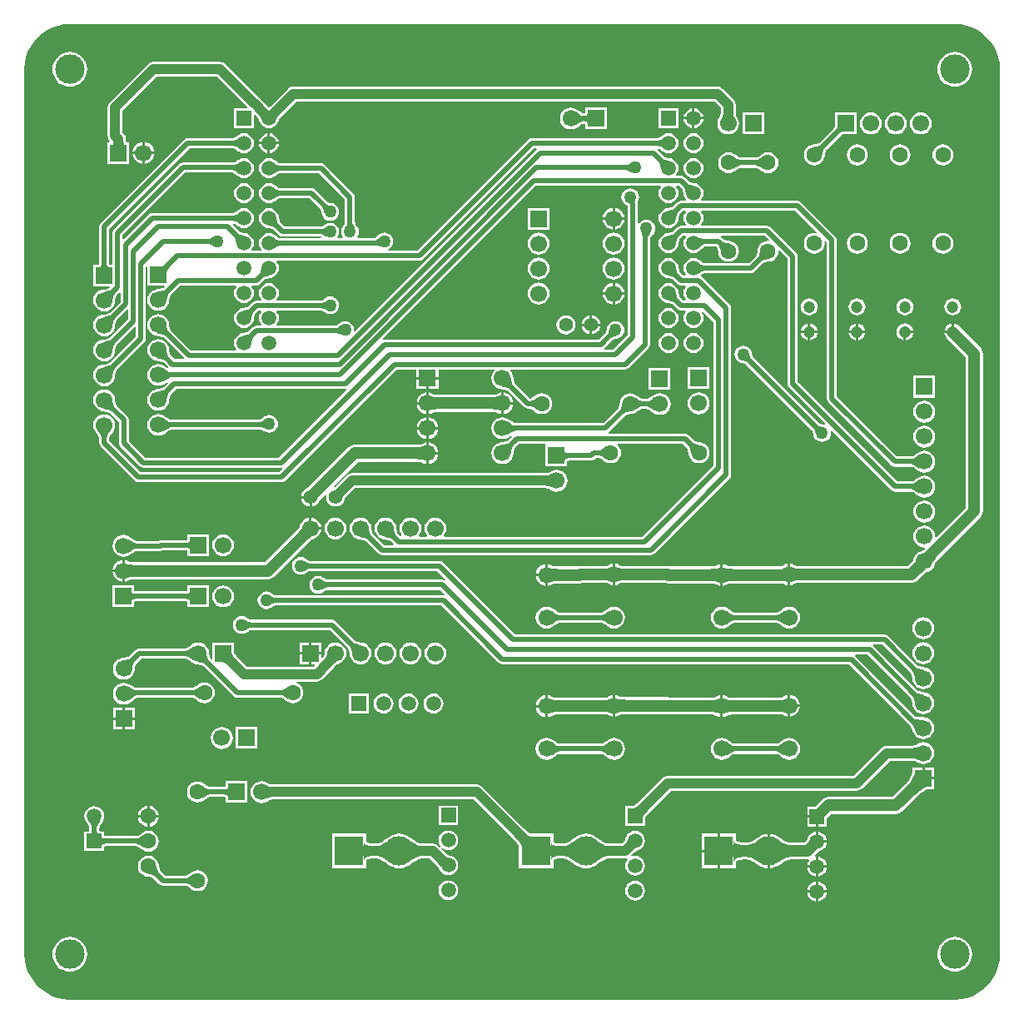
<source format=gbl>
G04*
G04 #@! TF.GenerationSoftware,Altium Limited,Altium Designer,20.2.3 (150)*
G04*
G04 Layer_Physical_Order=2*
G04 Layer_Color=16711680*
%FSLAX24Y24*%
%MOIN*%
G70*
G04*
G04 #@! TF.SameCoordinates,D33FF55B-48EF-4710-8091-CBF0DB89F5B4*
G04*
G04*
G04 #@! TF.FilePolarity,Positive*
G04*
G01*
G75*
%ADD15C,0.0394*%
%ADD17C,0.0197*%
%ADD33C,0.0472*%
%ADD34R,0.0669X0.0669*%
%ADD35C,0.0669*%
%ADD36R,0.0669X0.0669*%
%ADD37R,0.0591X0.0591*%
%ADD38C,0.0591*%
%ADD39R,0.0591X0.0591*%
%ADD40C,0.0630*%
%ADD41C,0.0551*%
%ADD42C,0.0472*%
%ADD43R,0.1181X0.1181*%
%ADD44C,0.1181*%
%ADD45C,0.0500*%
G36*
X1969Y-153D02*
X37402D01*
X37408Y-152D01*
X37639Y-167D01*
X37872Y-213D01*
X38097Y-289D01*
X38310Y-395D01*
X38508Y-527D01*
X38687Y-683D01*
X38843Y-862D01*
X38975Y-1060D01*
X39081Y-1273D01*
X39157Y-1498D01*
X39203Y-1731D01*
X39216Y-1919D01*
X39217Y-1969D01*
X39217Y-1969D01*
X39217Y-2018D01*
Y-37352D01*
X39217Y-37352D01*
X39217Y-37402D01*
X39216Y-37451D01*
X39203Y-37639D01*
X39157Y-37872D01*
X39081Y-38097D01*
X38975Y-38310D01*
X38843Y-38508D01*
X38687Y-38687D01*
X38508Y-38843D01*
X38310Y-38975D01*
X38097Y-39081D01*
X37872Y-39157D01*
X37639Y-39203D01*
X37451Y-39216D01*
X37402Y-39217D01*
X37402Y-39217D01*
X37352Y-39217D01*
X2018D01*
X2018Y-39217D01*
X1969Y-39217D01*
X1919Y-39216D01*
X1731Y-39203D01*
X1498Y-39157D01*
X1273Y-39081D01*
X1060Y-38975D01*
X862Y-38843D01*
X683Y-38687D01*
X527Y-38508D01*
X395Y-38310D01*
X289Y-38097D01*
X213Y-37872D01*
X167Y-37639D01*
X152Y-37408D01*
X153Y-37402D01*
Y-1969D01*
X152Y-1962D01*
X167Y-1731D01*
X213Y-1498D01*
X289Y-1273D01*
X395Y-1060D01*
X527Y-862D01*
X683Y-683D01*
X862Y-527D01*
X1060Y-395D01*
X1273Y-289D01*
X1498Y-213D01*
X1731Y-167D01*
X1962Y-152D01*
X1969Y-153D01*
D02*
G37*
%LPC*%
G36*
X37402Y-1275D02*
X37266Y-1288D01*
X37136Y-1327D01*
X37016Y-1392D01*
X36911Y-1478D01*
X36825Y-1583D01*
X36761Y-1703D01*
X36721Y-1833D01*
X36708Y-1969D01*
X36721Y-2104D01*
X36761Y-2234D01*
X36825Y-2354D01*
X36911Y-2459D01*
X37016Y-2545D01*
X37136Y-2610D01*
X37266Y-2649D01*
X37402Y-2662D01*
X37537Y-2649D01*
X37667Y-2610D01*
X37787Y-2545D01*
X37892Y-2459D01*
X37979Y-2354D01*
X38043Y-2234D01*
X38082Y-2104D01*
X38095Y-1969D01*
X38082Y-1833D01*
X38043Y-1703D01*
X37979Y-1583D01*
X37892Y-1478D01*
X37787Y-1392D01*
X37667Y-1327D01*
X37537Y-1288D01*
X37402Y-1275D01*
D02*
G37*
G36*
X1969D02*
X1833Y-1288D01*
X1703Y-1327D01*
X1583Y-1392D01*
X1478Y-1478D01*
X1392Y-1583D01*
X1327Y-1703D01*
X1288Y-1833D01*
X1275Y-1969D01*
X1288Y-2104D01*
X1327Y-2234D01*
X1392Y-2354D01*
X1478Y-2459D01*
X1583Y-2545D01*
X1703Y-2610D01*
X1833Y-2649D01*
X1969Y-2662D01*
X2104Y-2649D01*
X2234Y-2610D01*
X2354Y-2545D01*
X2459Y-2459D01*
X2545Y-2354D01*
X2610Y-2234D01*
X2649Y-2104D01*
X2662Y-1969D01*
X2649Y-1833D01*
X2610Y-1703D01*
X2545Y-1583D01*
X2459Y-1478D01*
X2354Y-1392D01*
X2234Y-1327D01*
X2104Y-1288D01*
X1969Y-1275D01*
D02*
G37*
G36*
X26991Y-3534D02*
Y-3876D01*
X27333D01*
X27326Y-3823D01*
X27287Y-3727D01*
X27223Y-3644D01*
X27141Y-3581D01*
X27045Y-3541D01*
X26991Y-3534D01*
D02*
G37*
G36*
X26891D02*
X26838Y-3541D01*
X26742Y-3581D01*
X26659Y-3644D01*
X26596Y-3727D01*
X26556Y-3823D01*
X26549Y-3876D01*
X26891D01*
Y-3534D01*
D02*
G37*
G36*
X27333Y-3976D02*
X26991D01*
Y-4318D01*
X27045Y-4311D01*
X27141Y-4271D01*
X27223Y-4208D01*
X27287Y-4125D01*
X27326Y-4029D01*
X27333Y-3976D01*
D02*
G37*
G36*
X26891D02*
X26549D01*
X26556Y-4029D01*
X26596Y-4125D01*
X26659Y-4208D01*
X26742Y-4271D01*
X26838Y-4311D01*
X26891Y-4318D01*
Y-3976D01*
D02*
G37*
G36*
X26337Y-3531D02*
X25546D01*
Y-4321D01*
X26337D01*
Y-3531D01*
D02*
G37*
G36*
X22032Y-3499D02*
X21918Y-3514D01*
X21812Y-3557D01*
X21722Y-3627D01*
X21652Y-3718D01*
X21608Y-3824D01*
X21593Y-3937D01*
X21608Y-4050D01*
X21652Y-4156D01*
X21722Y-4247D01*
X21812Y-4317D01*
X21918Y-4360D01*
X22032Y-4375D01*
X22145Y-4360D01*
X22251Y-4317D01*
X22285Y-4291D01*
X22293Y-4287D01*
X22335Y-4256D01*
X22410Y-4205D01*
X22474Y-4167D01*
X22498Y-4155D01*
X22520Y-4146D01*
X22536Y-4141D01*
X22542Y-4139D01*
X22545D01*
X22560Y-4141D01*
X22581Y-4144D01*
X22595Y-4148D01*
X22597Y-4149D01*
Y-4372D01*
X23466D01*
Y-3502D01*
X22597D01*
Y-3725D01*
X22595Y-3726D01*
X22581Y-3730D01*
X22560Y-3733D01*
X22545Y-3735D01*
X22542D01*
X22536Y-3733D01*
X22520Y-3728D01*
X22498Y-3719D01*
X22475Y-3707D01*
X22334Y-3617D01*
X22293Y-3587D01*
X22285Y-3583D01*
X22251Y-3557D01*
X22145Y-3514D01*
X22032Y-3499D01*
D02*
G37*
G36*
X29765Y-3699D02*
X28896D01*
Y-4569D01*
X29765D01*
Y-3699D01*
D02*
G37*
G36*
X33474D02*
X32605D01*
Y-4185D01*
X32604Y-4189D01*
X32605Y-4193D01*
Y-4265D01*
X32603Y-4268D01*
X32586Y-4292D01*
X32538Y-4349D01*
X31974Y-4914D01*
X31969Y-4916D01*
X31956Y-4923D01*
X31909Y-4942D01*
X31883Y-4949D01*
X31766Y-4974D01*
X31720Y-4981D01*
X31711Y-4984D01*
X31671Y-4989D01*
X31570Y-5031D01*
X31484Y-5098D01*
X31417Y-5184D01*
X31375Y-5285D01*
X31361Y-5394D01*
X31375Y-5502D01*
X31417Y-5603D01*
X31484Y-5690D01*
X31570Y-5756D01*
X31671Y-5798D01*
X31780Y-5812D01*
X31888Y-5798D01*
X31989Y-5756D01*
X32075Y-5690D01*
X32142Y-5603D01*
X32184Y-5502D01*
X32189Y-5463D01*
X32192Y-5455D01*
X32207Y-5363D01*
X32215Y-5327D01*
X32232Y-5262D01*
X32241Y-5238D01*
X32249Y-5219D01*
X32257Y-5204D01*
X32260Y-5200D01*
X32815Y-4645D01*
X32851Y-4611D01*
X32880Y-4588D01*
X32905Y-4570D01*
X32908Y-4569D01*
X32981D01*
X32984Y-4569D01*
X32988Y-4569D01*
X33474D01*
Y-3699D01*
D02*
G37*
G36*
X36039Y-3695D02*
X35926Y-3710D01*
X35820Y-3754D01*
X35729Y-3824D01*
X35660Y-3915D01*
X35616Y-4020D01*
X35601Y-4134D01*
X35616Y-4247D01*
X35660Y-4353D01*
X35729Y-4444D01*
X35820Y-4514D01*
X35926Y-4557D01*
X36039Y-4572D01*
X36153Y-4557D01*
X36259Y-4514D01*
X36349Y-4444D01*
X36419Y-4353D01*
X36463Y-4247D01*
X36478Y-4134D01*
X36463Y-4020D01*
X36419Y-3915D01*
X36349Y-3824D01*
X36259Y-3754D01*
X36153Y-3710D01*
X36039Y-3695D01*
D02*
G37*
G36*
X35039D02*
X34926Y-3710D01*
X34820Y-3754D01*
X34729Y-3824D01*
X34660Y-3915D01*
X34616Y-4020D01*
X34601Y-4134D01*
X34616Y-4247D01*
X34660Y-4353D01*
X34729Y-4444D01*
X34820Y-4514D01*
X34926Y-4557D01*
X35039Y-4572D01*
X35153Y-4557D01*
X35259Y-4514D01*
X35349Y-4444D01*
X35419Y-4353D01*
X35463Y-4247D01*
X35478Y-4134D01*
X35463Y-4020D01*
X35419Y-3915D01*
X35349Y-3824D01*
X35259Y-3754D01*
X35153Y-3710D01*
X35039Y-3695D01*
D02*
G37*
G36*
X34039D02*
X33926Y-3710D01*
X33820Y-3754D01*
X33729Y-3824D01*
X33660Y-3915D01*
X33616Y-4020D01*
X33601Y-4134D01*
X33616Y-4247D01*
X33660Y-4353D01*
X33729Y-4444D01*
X33820Y-4514D01*
X33926Y-4557D01*
X34039Y-4572D01*
X34153Y-4557D01*
X34259Y-4514D01*
X34349Y-4444D01*
X34419Y-4353D01*
X34463Y-4247D01*
X34478Y-4134D01*
X34463Y-4020D01*
X34419Y-3915D01*
X34349Y-3824D01*
X34259Y-3754D01*
X34153Y-3710D01*
X34039Y-3695D01*
D02*
G37*
G36*
X7984Y-1669D02*
X5315D01*
X5237Y-1679D01*
X5165Y-1709D01*
X5103Y-1757D01*
X3571Y-3289D01*
X3524Y-3351D01*
X3494Y-3423D01*
X3484Y-3500D01*
Y-4619D01*
X3494Y-4696D01*
X3524Y-4768D01*
X3571Y-4830D01*
X3551Y-4880D01*
X3487D01*
Y-5750D01*
X4356D01*
Y-4880D01*
X4226D01*
X4221Y-4801D01*
Y-4757D01*
X4210Y-4679D01*
X4193Y-4637D01*
X4181Y-4607D01*
X4133Y-4545D01*
X4083Y-4495D01*
Y-3624D01*
X5439Y-2268D01*
X7860D01*
X9076Y-3485D01*
X9057Y-3531D01*
X8546D01*
Y-4321D01*
X9337D01*
Y-3810D01*
X9383Y-3791D01*
X9465Y-3873D01*
X9488Y-3897D01*
X9518Y-3933D01*
X9529Y-3948D01*
X9537Y-3960D01*
X9543Y-3971D01*
X9546Y-3978D01*
X9548Y-3982D01*
X9549Y-3989D01*
X9552Y-3995D01*
X9556Y-4029D01*
X9596Y-4125D01*
X9659Y-4208D01*
X9742Y-4271D01*
X9838Y-4311D01*
X9941Y-4325D01*
X10045Y-4311D01*
X10141Y-4271D01*
X10223Y-4208D01*
X10287Y-4125D01*
X10326Y-4029D01*
X10331Y-3995D01*
X10333Y-3989D01*
X10335Y-3982D01*
X10336Y-3978D01*
X10340Y-3971D01*
X10346Y-3960D01*
X10354Y-3948D01*
X10364Y-3934D01*
X10412Y-3879D01*
X11030Y-3260D01*
X27782D01*
X28031Y-3509D01*
Y-3675D01*
X28029Y-3722D01*
X28026Y-3747D01*
X28022Y-3771D01*
X28017Y-3792D01*
X28012Y-3812D01*
X28005Y-3830D01*
X27998Y-3845D01*
X27990Y-3859D01*
X27979Y-3875D01*
X27976Y-3882D01*
X27951Y-3915D01*
X27907Y-4020D01*
X27892Y-4134D01*
X27907Y-4247D01*
X27951Y-4353D01*
X28021Y-4444D01*
X28112Y-4514D01*
X28217Y-4557D01*
X28331Y-4572D01*
X28444Y-4557D01*
X28550Y-4514D01*
X28641Y-4444D01*
X28710Y-4353D01*
X28754Y-4247D01*
X28769Y-4134D01*
X28754Y-4020D01*
X28710Y-3915D01*
X28685Y-3882D01*
X28682Y-3875D01*
X28671Y-3859D01*
X28664Y-3845D01*
X28656Y-3830D01*
X28650Y-3812D01*
X28644Y-3792D01*
X28639Y-3771D01*
X28635Y-3748D01*
X28630Y-3691D01*
X28630Y-3691D01*
Y-3385D01*
X28620Y-3308D01*
X28590Y-3236D01*
X28542Y-3174D01*
X28118Y-2749D01*
X28056Y-2702D01*
X27984Y-2672D01*
X27906Y-2662D01*
X10906D01*
X10829Y-2672D01*
X10787Y-2689D01*
X10757Y-2702D01*
X10695Y-2749D01*
X9995Y-3449D01*
X9970Y-3473D01*
X9942Y-3497D01*
X9895Y-3456D01*
X9779Y-3341D01*
X9745Y-3296D01*
X9571Y-3122D01*
X9527Y-3088D01*
X8196Y-1757D01*
X8134Y-1709D01*
X8061Y-1679D01*
X7984Y-1669D01*
D02*
G37*
G36*
X9991Y-4534D02*
Y-4876D01*
X10333D01*
X10326Y-4823D01*
X10287Y-4727D01*
X10223Y-4644D01*
X10141Y-4581D01*
X10045Y-4541D01*
X9991Y-4534D01*
D02*
G37*
G36*
X9891D02*
X9838Y-4541D01*
X9742Y-4581D01*
X9659Y-4644D01*
X9596Y-4727D01*
X9556Y-4823D01*
X9549Y-4876D01*
X9891D01*
Y-4534D01*
D02*
G37*
G36*
X4971Y-4883D02*
Y-5265D01*
X5353D01*
X5345Y-5201D01*
X5301Y-5096D01*
X5231Y-5005D01*
X5140Y-4935D01*
X5035Y-4891D01*
X4971Y-4883D01*
D02*
G37*
G36*
X4871D02*
X4808Y-4891D01*
X4702Y-4935D01*
X4611Y-5005D01*
X4542Y-5096D01*
X4498Y-5201D01*
X4489Y-5265D01*
X4871D01*
Y-4883D01*
D02*
G37*
G36*
X10333Y-4976D02*
X9991D01*
Y-5318D01*
X10045Y-5311D01*
X10141Y-5271D01*
X10223Y-5208D01*
X10287Y-5125D01*
X10326Y-5029D01*
X10333Y-4976D01*
D02*
G37*
G36*
X9891D02*
X9549D01*
X9556Y-5029D01*
X9596Y-5125D01*
X9659Y-5208D01*
X9742Y-5271D01*
X9838Y-5311D01*
X9891Y-5318D01*
Y-4976D01*
D02*
G37*
G36*
X26941Y-4527D02*
X26838Y-4541D01*
X26742Y-4581D01*
X26659Y-4644D01*
X26596Y-4727D01*
X26556Y-4823D01*
X26543Y-4926D01*
X26556Y-5029D01*
X26596Y-5125D01*
X26659Y-5208D01*
X26742Y-5271D01*
X26838Y-5311D01*
X26941Y-5325D01*
X27045Y-5311D01*
X27141Y-5271D01*
X27223Y-5208D01*
X27287Y-5125D01*
X27326Y-5029D01*
X27340Y-4926D01*
X27326Y-4823D01*
X27287Y-4727D01*
X27223Y-4644D01*
X27141Y-4581D01*
X27045Y-4541D01*
X26941Y-4527D01*
D02*
G37*
G36*
X25941D02*
X25838Y-4541D01*
X25742Y-4581D01*
X25712Y-4603D01*
X25705Y-4607D01*
X25638Y-4654D01*
X25581Y-4689D01*
X25558Y-4702D01*
X25536Y-4712D01*
X25518Y-4718D01*
X25503Y-4723D01*
X25499Y-4724D01*
X20468D01*
X20390Y-4739D01*
X20325Y-4783D01*
X15880Y-9228D01*
X14720D01*
X14710Y-9178D01*
X14743Y-9164D01*
X14817Y-9108D01*
X14873Y-9035D01*
X14908Y-8950D01*
X14920Y-8858D01*
X14908Y-8767D01*
X14873Y-8682D01*
X14817Y-8609D01*
X14743Y-8553D01*
X14658Y-8517D01*
X14567Y-8505D01*
X14476Y-8517D01*
X14390Y-8553D01*
X14317Y-8609D01*
X14312Y-8616D01*
X14312Y-8616D01*
X14288Y-8641D01*
X14244Y-8681D01*
X14226Y-8695D01*
X14209Y-8707D01*
X14195Y-8715D01*
X14183Y-8721D01*
X14176Y-8724D01*
X13494D01*
X13470Y-8674D01*
X13495Y-8641D01*
X13530Y-8556D01*
X13542Y-8465D01*
X13530Y-8373D01*
X13495Y-8288D01*
X13475Y-8262D01*
X13471Y-8255D01*
X13454Y-8230D01*
X13425Y-8185D01*
X13415Y-8166D01*
X13406Y-8148D01*
X13399Y-8132D01*
X13395Y-8117D01*
X13392Y-8105D01*
X13391Y-8102D01*
Y-7087D01*
X13376Y-7009D01*
X13332Y-6944D01*
X12171Y-5783D01*
X12106Y-5739D01*
X12028Y-5724D01*
X10384D01*
X10379Y-5723D01*
X10365Y-5719D01*
X10346Y-5712D01*
X10325Y-5702D01*
X10303Y-5690D01*
X10212Y-5632D01*
X10179Y-5608D01*
X10171Y-5604D01*
X10141Y-5581D01*
X10045Y-5541D01*
X9941Y-5527D01*
X9838Y-5541D01*
X9742Y-5581D01*
X9659Y-5644D01*
X9596Y-5727D01*
X9556Y-5823D01*
X9543Y-5926D01*
X9556Y-6029D01*
X9596Y-6125D01*
X9659Y-6208D01*
X9742Y-6271D01*
X9838Y-6311D01*
X9941Y-6325D01*
X10045Y-6311D01*
X10141Y-6271D01*
X10170Y-6249D01*
X10178Y-6245D01*
X10245Y-6198D01*
X10302Y-6163D01*
X10325Y-6150D01*
X10346Y-6140D01*
X10365Y-6133D01*
X10379Y-6129D01*
X10384Y-6128D01*
X11945D01*
X12987Y-7170D01*
Y-8102D01*
X12986Y-8105D01*
X12983Y-8117D01*
X12978Y-8132D01*
X12972Y-8148D01*
X12963Y-8166D01*
X12953Y-8185D01*
X12924Y-8230D01*
X12907Y-8255D01*
X12903Y-8262D01*
X12883Y-8288D01*
X12848Y-8373D01*
X12836Y-8465D01*
X12848Y-8556D01*
X12883Y-8641D01*
X12908Y-8674D01*
X12884Y-8724D01*
X12707D01*
X12682Y-8674D01*
X12707Y-8641D01*
X12743Y-8556D01*
X12755Y-8465D01*
X12743Y-8373D01*
X12707Y-8288D01*
X12651Y-8215D01*
X12578Y-8159D01*
X12493Y-8124D01*
X12402Y-8112D01*
X12310Y-8124D01*
X12225Y-8159D01*
X12199Y-8178D01*
X12192Y-8182D01*
X12167Y-8200D01*
X12122Y-8229D01*
X12103Y-8239D01*
X12085Y-8247D01*
X12069Y-8254D01*
X12054Y-8259D01*
X12042Y-8262D01*
X12039Y-8262D01*
X10564D01*
X10397Y-8096D01*
X10395Y-8092D01*
X10387Y-8079D01*
X10379Y-8061D01*
X10371Y-8039D01*
X10364Y-8014D01*
X10341Y-7909D01*
X10334Y-7869D01*
X10331Y-7860D01*
X10326Y-7823D01*
X10287Y-7727D01*
X10223Y-7644D01*
X10141Y-7581D01*
X10045Y-7541D01*
X9941Y-7527D01*
X9838Y-7541D01*
X9742Y-7581D01*
X9659Y-7644D01*
X9596Y-7727D01*
X9556Y-7823D01*
X9543Y-7926D01*
X9556Y-8029D01*
X9596Y-8125D01*
X9659Y-8208D01*
X9742Y-8271D01*
X9838Y-8311D01*
X9875Y-8316D01*
X9883Y-8319D01*
X9964Y-8333D01*
X10029Y-8348D01*
X10054Y-8356D01*
X10076Y-8364D01*
X10094Y-8372D01*
X10107Y-8379D01*
X10111Y-8382D01*
X10337Y-8608D01*
X10402Y-8651D01*
X10480Y-8667D01*
X12019D01*
X12026Y-8674D01*
X12005Y-8724D01*
X10384D01*
X10379Y-8723D01*
X10365Y-8719D01*
X10346Y-8712D01*
X10325Y-8702D01*
X10303Y-8690D01*
X10212Y-8632D01*
X10179Y-8608D01*
X10171Y-8604D01*
X10141Y-8581D01*
X10045Y-8541D01*
X9941Y-8527D01*
X9838Y-8541D01*
X9742Y-8581D01*
X9659Y-8644D01*
X9596Y-8727D01*
X9556Y-8823D01*
X9543Y-8926D01*
X9556Y-9029D01*
X9596Y-9125D01*
X9636Y-9178D01*
X9612Y-9228D01*
X9271D01*
X9246Y-9178D01*
X9287Y-9125D01*
X9326Y-9029D01*
X9340Y-8926D01*
X9326Y-8823D01*
X9287Y-8727D01*
X9223Y-8644D01*
X9141Y-8581D01*
X9045Y-8541D01*
X9008Y-8536D01*
X9000Y-8533D01*
X8919Y-8519D01*
X8854Y-8504D01*
X8829Y-8496D01*
X8807Y-8488D01*
X8789Y-8480D01*
X8775Y-8473D01*
X8772Y-8470D01*
X8492Y-8190D01*
X8503Y-8144D01*
X8541Y-8143D01*
X8558Y-8150D01*
X8580Y-8162D01*
X8671Y-8220D01*
X8704Y-8244D01*
X8712Y-8248D01*
X8742Y-8271D01*
X8838Y-8311D01*
X8941Y-8325D01*
X9045Y-8311D01*
X9141Y-8271D01*
X9223Y-8208D01*
X9287Y-8125D01*
X9326Y-8029D01*
X9340Y-7926D01*
X9326Y-7823D01*
X9287Y-7727D01*
X9223Y-7644D01*
X9141Y-7581D01*
X9045Y-7541D01*
X8941Y-7527D01*
X8838Y-7541D01*
X8742Y-7581D01*
X8712Y-7603D01*
X8705Y-7607D01*
X8638Y-7654D01*
X8581Y-7689D01*
X8558Y-7702D01*
X8536Y-7711D01*
X8518Y-7718D01*
X8503Y-7723D01*
X8499Y-7724D01*
X5263D01*
X5186Y-7739D01*
X5120Y-7783D01*
X4133Y-8769D01*
X4087Y-8750D01*
Y-8601D01*
X6580Y-6108D01*
X8490D01*
X8493Y-6109D01*
X8507Y-6113D01*
X8524Y-6120D01*
X8545Y-6131D01*
X8567Y-6144D01*
X8657Y-6207D01*
X8690Y-6234D01*
X8699Y-6238D01*
X8742Y-6271D01*
X8838Y-6311D01*
X8941Y-6325D01*
X9045Y-6311D01*
X9141Y-6271D01*
X9223Y-6208D01*
X9287Y-6125D01*
X9326Y-6029D01*
X9340Y-5926D01*
X9326Y-5823D01*
X9287Y-5727D01*
X9223Y-5644D01*
X9141Y-5581D01*
X9045Y-5541D01*
X8941Y-5527D01*
X8838Y-5541D01*
X8742Y-5581D01*
X8723Y-5595D01*
X8719Y-5597D01*
X8652Y-5640D01*
X8624Y-5656D01*
X8571Y-5683D01*
X8550Y-5692D01*
X8531Y-5698D01*
X8515Y-5702D01*
X8510Y-5703D01*
X6496D01*
X6419Y-5719D01*
X6353Y-5762D01*
X3742Y-8374D01*
X3698Y-8439D01*
X3683Y-8517D01*
Y-9786D01*
X3558D01*
X3557Y-9784D01*
X3554Y-9770D01*
X3550Y-9749D01*
X3549Y-9734D01*
Y-8352D01*
X6772Y-5128D01*
X8499D01*
X8503Y-5129D01*
X8518Y-5133D01*
X8536Y-5140D01*
X8558Y-5150D01*
X8580Y-5162D01*
X8671Y-5220D01*
X8704Y-5244D01*
X8712Y-5248D01*
X8742Y-5271D01*
X8838Y-5311D01*
X8941Y-5325D01*
X9045Y-5311D01*
X9141Y-5271D01*
X9223Y-5208D01*
X9287Y-5125D01*
X9326Y-5029D01*
X9340Y-4926D01*
X9326Y-4823D01*
X9287Y-4727D01*
X9223Y-4644D01*
X9141Y-4581D01*
X9045Y-4541D01*
X8941Y-4527D01*
X8838Y-4541D01*
X8742Y-4581D01*
X8712Y-4603D01*
X8705Y-4607D01*
X8638Y-4654D01*
X8581Y-4689D01*
X8558Y-4702D01*
X8536Y-4712D01*
X8518Y-4718D01*
X8503Y-4723D01*
X8499Y-4724D01*
X6688D01*
X6611Y-4739D01*
X6545Y-4783D01*
X3203Y-8125D01*
X3160Y-8190D01*
X3144Y-8268D01*
Y-9734D01*
X3143Y-9749D01*
X3139Y-9770D01*
X3135Y-9784D01*
X3135Y-9786D01*
X2912D01*
Y-10655D01*
X3553D01*
X3571Y-10701D01*
X3541Y-10728D01*
X3522Y-10736D01*
X3498Y-10744D01*
X3334Y-10781D01*
X3284Y-10788D01*
X3276Y-10791D01*
X3233Y-10797D01*
X3127Y-10841D01*
X3036Y-10910D01*
X2967Y-11001D01*
X2923Y-11107D01*
X2908Y-11220D01*
X2923Y-11334D01*
X2967Y-11440D01*
X3036Y-11530D01*
X3127Y-11600D01*
X3233Y-11644D01*
X3346Y-11659D01*
X3460Y-11644D01*
X3566Y-11600D01*
X3656Y-11530D01*
X3726Y-11440D01*
X3770Y-11334D01*
X3776Y-11291D01*
X3779Y-11283D01*
X3786Y-11231D01*
X3804Y-11142D01*
X3822Y-11071D01*
X3831Y-11045D01*
X3840Y-11023D01*
X3847Y-11007D01*
X3851Y-11002D01*
X3955Y-10898D01*
X4001Y-10917D01*
Y-11279D01*
X3564Y-11716D01*
X3559Y-11720D01*
X3544Y-11727D01*
X3522Y-11736D01*
X3498Y-11744D01*
X3334Y-11781D01*
X3284Y-11788D01*
X3276Y-11791D01*
X3233Y-11797D01*
X3127Y-11841D01*
X3036Y-11910D01*
X2967Y-12001D01*
X2923Y-12107D01*
X2908Y-12220D01*
X2923Y-12334D01*
X2967Y-12440D01*
X3036Y-12530D01*
X3127Y-12600D01*
X3233Y-12644D01*
X3346Y-12659D01*
X3460Y-12644D01*
X3566Y-12600D01*
X3656Y-12530D01*
X3726Y-12440D01*
X3770Y-12334D01*
X3776Y-12291D01*
X3779Y-12283D01*
X3786Y-12231D01*
X3804Y-12142D01*
X3822Y-12071D01*
X3831Y-12045D01*
X3840Y-12023D01*
X3847Y-12007D01*
X3851Y-12002D01*
X4274Y-11579D01*
X4320Y-11598D01*
Y-11960D01*
X3564Y-12716D01*
X3559Y-12720D01*
X3544Y-12727D01*
X3522Y-12736D01*
X3498Y-12744D01*
X3334Y-12781D01*
X3284Y-12788D01*
X3276Y-12791D01*
X3233Y-12797D01*
X3127Y-12841D01*
X3036Y-12910D01*
X2967Y-13001D01*
X2923Y-13107D01*
X2908Y-13220D01*
X2923Y-13334D01*
X2967Y-13440D01*
X3036Y-13530D01*
X3127Y-13600D01*
X3233Y-13644D01*
X3346Y-13659D01*
X3460Y-13644D01*
X3566Y-13600D01*
X3656Y-13530D01*
X3726Y-13440D01*
X3770Y-13334D01*
X3776Y-13291D01*
X3779Y-13283D01*
X3786Y-13231D01*
X3804Y-13142D01*
X3822Y-13071D01*
X3831Y-13045D01*
X3840Y-13023D01*
X3847Y-13007D01*
X3851Y-13002D01*
X4571Y-12282D01*
X4617Y-12301D01*
Y-12664D01*
X3564Y-13716D01*
X3559Y-13720D01*
X3544Y-13727D01*
X3522Y-13736D01*
X3498Y-13744D01*
X3334Y-13781D01*
X3284Y-13788D01*
X3276Y-13791D01*
X3233Y-13797D01*
X3127Y-13841D01*
X3036Y-13910D01*
X2967Y-14001D01*
X2923Y-14107D01*
X2908Y-14220D01*
X2923Y-14334D01*
X2967Y-14440D01*
X3036Y-14530D01*
X3127Y-14600D01*
X3233Y-14644D01*
X3346Y-14659D01*
X3460Y-14644D01*
X3566Y-14600D01*
X3656Y-14530D01*
X3726Y-14440D01*
X3770Y-14334D01*
X3776Y-14291D01*
X3779Y-14283D01*
X3786Y-14231D01*
X3804Y-14142D01*
X3822Y-14071D01*
X3831Y-14045D01*
X3840Y-14023D01*
X3847Y-14007D01*
X3851Y-14002D01*
X4963Y-12890D01*
X5006Y-12825D01*
X5022Y-12747D01*
Y-9872D01*
X5027Y-9869D01*
X5077Y-9896D01*
Y-10639D01*
X5741D01*
X5761Y-10686D01*
X5741Y-10705D01*
X5736Y-10708D01*
X5721Y-10715D01*
X5699Y-10724D01*
X5675Y-10731D01*
X5509Y-10765D01*
X5458Y-10771D01*
X5449Y-10775D01*
X5398Y-10781D01*
X5293Y-10825D01*
X5202Y-10895D01*
X5132Y-10986D01*
X5088Y-11091D01*
X5073Y-11205D01*
X5088Y-11318D01*
X5132Y-11424D01*
X5202Y-11515D01*
X5293Y-11584D01*
X5398Y-11628D01*
X5512Y-11643D01*
X5625Y-11628D01*
X5731Y-11584D01*
X5822Y-11515D01*
X5891Y-11424D01*
X5935Y-11318D01*
X5940Y-11283D01*
X5943Y-11276D01*
X5951Y-11225D01*
X5970Y-11137D01*
X5990Y-11067D01*
X5999Y-11041D01*
X6008Y-11020D01*
X6017Y-11004D01*
X6020Y-10998D01*
X6384Y-10635D01*
X8604D01*
X8628Y-10685D01*
X8596Y-10727D01*
X8556Y-10823D01*
X8543Y-10926D01*
X8556Y-11029D01*
X8596Y-11125D01*
X8659Y-11208D01*
X8742Y-11271D01*
X8838Y-11311D01*
X8941Y-11325D01*
X9045Y-11311D01*
X9141Y-11271D01*
X9223Y-11208D01*
X9287Y-11125D01*
X9326Y-11029D01*
X9340Y-10926D01*
X9326Y-10823D01*
X9287Y-10727D01*
X9254Y-10685D01*
X9279Y-10635D01*
X9435D01*
X9512Y-10619D01*
X9578Y-10575D01*
X9772Y-10382D01*
X9775Y-10379D01*
X9789Y-10372D01*
X9807Y-10364D01*
X9829Y-10356D01*
X9853Y-10348D01*
X9958Y-10325D01*
X9999Y-10319D01*
X10007Y-10316D01*
X10045Y-10311D01*
X10141Y-10271D01*
X10223Y-10208D01*
X10287Y-10125D01*
X10326Y-10029D01*
X10340Y-9926D01*
X10326Y-9823D01*
X10287Y-9727D01*
X10253Y-9682D01*
X10277Y-9632D01*
X15964D01*
X16041Y-9617D01*
X16107Y-9573D01*
X20552Y-5128D01*
X20655D01*
X20664Y-5178D01*
X13389Y-12454D01*
X13341Y-12431D01*
X13345Y-12402D01*
X13333Y-12310D01*
X13298Y-12225D01*
X13242Y-12152D01*
X13169Y-12096D01*
X13083Y-12061D01*
X12992Y-12049D01*
X12901Y-12061D01*
X12816Y-12096D01*
X12769Y-12132D01*
X12761Y-12136D01*
X12736Y-12157D01*
X12691Y-12192D01*
X12672Y-12204D01*
X12655Y-12214D01*
X12639Y-12221D01*
X12626Y-12227D01*
X12615Y-12230D01*
X12614Y-12230D01*
X10269D01*
X10245Y-12180D01*
X10287Y-12125D01*
X10326Y-12029D01*
X10340Y-11926D01*
X10326Y-11823D01*
X10287Y-11727D01*
X10254Y-11685D01*
X10279Y-11635D01*
X12049D01*
X12052Y-11635D01*
X12065Y-11638D01*
X12081Y-11642D01*
X12097Y-11648D01*
X12116Y-11656D01*
X12134Y-11666D01*
X12179Y-11692D01*
X12202Y-11707D01*
X12208Y-11710D01*
X12225Y-11723D01*
X12310Y-11758D01*
X12402Y-11770D01*
X12493Y-11758D01*
X12578Y-11723D01*
X12651Y-11667D01*
X12707Y-11594D01*
X12743Y-11509D01*
X12755Y-11417D01*
X12743Y-11326D01*
X12707Y-11241D01*
X12651Y-11168D01*
X12578Y-11112D01*
X12493Y-11076D01*
X12402Y-11064D01*
X12310Y-11076D01*
X12225Y-11112D01*
X12190Y-11138D01*
X12181Y-11143D01*
X12157Y-11162D01*
X12111Y-11194D01*
X12092Y-11205D01*
X12074Y-11214D01*
X12058Y-11221D01*
X12044Y-11227D01*
X12033Y-11230D01*
X12031Y-11230D01*
X10269D01*
X10245Y-11180D01*
X10287Y-11125D01*
X10326Y-11029D01*
X10340Y-10926D01*
X10326Y-10823D01*
X10287Y-10727D01*
X10223Y-10644D01*
X10141Y-10581D01*
X10045Y-10541D01*
X9941Y-10527D01*
X9838Y-10541D01*
X9742Y-10581D01*
X9659Y-10644D01*
X9596Y-10727D01*
X9556Y-10823D01*
X9543Y-10926D01*
X9556Y-11029D01*
X9596Y-11125D01*
X9638Y-11180D01*
X9613Y-11230D01*
X9435D01*
X9358Y-11245D01*
X9292Y-11289D01*
X9111Y-11470D01*
X9107Y-11473D01*
X9094Y-11480D01*
X9076Y-11488D01*
X9054Y-11496D01*
X9030Y-11504D01*
X8925Y-11527D01*
X8884Y-11533D01*
X8876Y-11536D01*
X8838Y-11541D01*
X8742Y-11581D01*
X8659Y-11644D01*
X8596Y-11727D01*
X8556Y-11823D01*
X8543Y-11926D01*
X8556Y-12029D01*
X8596Y-12125D01*
X8659Y-12208D01*
X8742Y-12271D01*
X8838Y-12311D01*
X8941Y-12325D01*
X9045Y-12311D01*
X9141Y-12271D01*
X9223Y-12208D01*
X9287Y-12125D01*
X9326Y-12029D01*
X9331Y-11992D01*
X9334Y-11985D01*
X9348Y-11904D01*
X9363Y-11838D01*
X9371Y-11813D01*
X9379Y-11791D01*
X9387Y-11773D01*
X9395Y-11760D01*
X9397Y-11756D01*
X9519Y-11635D01*
X9604D01*
X9628Y-11685D01*
X9596Y-11727D01*
X9556Y-11823D01*
X9543Y-11926D01*
X9556Y-12029D01*
X9596Y-12125D01*
X9638Y-12180D01*
X9613Y-12230D01*
X9435D01*
X9358Y-12245D01*
X9292Y-12289D01*
X9111Y-12470D01*
X9107Y-12473D01*
X9094Y-12480D01*
X9076Y-12488D01*
X9054Y-12496D01*
X9030Y-12504D01*
X8925Y-12527D01*
X8884Y-12533D01*
X8876Y-12536D01*
X8838Y-12541D01*
X8742Y-12581D01*
X8659Y-12644D01*
X8596Y-12727D01*
X8556Y-12823D01*
X8543Y-12926D01*
X8556Y-13029D01*
X8596Y-13125D01*
X8628Y-13167D01*
X8604Y-13217D01*
X6811D01*
X6016Y-12423D01*
X6013Y-12418D01*
X6005Y-12402D01*
X5996Y-12380D01*
X5988Y-12356D01*
X5952Y-12192D01*
X5944Y-12142D01*
X5941Y-12134D01*
X5935Y-12091D01*
X5891Y-11986D01*
X5822Y-11895D01*
X5731Y-11825D01*
X5625Y-11781D01*
X5512Y-11766D01*
X5398Y-11781D01*
X5293Y-11825D01*
X5202Y-11895D01*
X5132Y-11986D01*
X5088Y-12091D01*
X5073Y-12205D01*
X5088Y-12318D01*
X5132Y-12424D01*
X5202Y-12515D01*
X5293Y-12584D01*
X5398Y-12628D01*
X5441Y-12634D01*
X5449Y-12637D01*
X5501Y-12645D01*
X5591Y-12662D01*
X5661Y-12680D01*
X5688Y-12689D01*
X5709Y-12698D01*
X5725Y-12706D01*
X5730Y-12709D01*
X6548Y-13527D01*
X6527Y-13577D01*
X6170D01*
X6016Y-13423D01*
X6013Y-13418D01*
X6005Y-13402D01*
X5996Y-13380D01*
X5988Y-13356D01*
X5952Y-13192D01*
X5944Y-13142D01*
X5941Y-13134D01*
X5935Y-13091D01*
X5891Y-12986D01*
X5822Y-12895D01*
X5731Y-12825D01*
X5625Y-12781D01*
X5512Y-12766D01*
X5398Y-12781D01*
X5293Y-12825D01*
X5202Y-12895D01*
X5132Y-12986D01*
X5088Y-13091D01*
X5073Y-13205D01*
X5088Y-13318D01*
X5132Y-13424D01*
X5202Y-13515D01*
X5293Y-13584D01*
X5398Y-13628D01*
X5441Y-13634D01*
X5449Y-13637D01*
X5501Y-13645D01*
X5591Y-13662D01*
X5661Y-13680D01*
X5688Y-13689D01*
X5709Y-13698D01*
X5725Y-13706D01*
X5730Y-13709D01*
X5904Y-13883D01*
X5873Y-13922D01*
X5814Y-13885D01*
X5773Y-13855D01*
X5765Y-13851D01*
X5731Y-13825D01*
X5625Y-13781D01*
X5512Y-13766D01*
X5398Y-13781D01*
X5293Y-13825D01*
X5202Y-13895D01*
X5132Y-13986D01*
X5088Y-14091D01*
X5073Y-14205D01*
X5088Y-14318D01*
X5132Y-14424D01*
X5202Y-14515D01*
X5293Y-14584D01*
X5398Y-14628D01*
X5512Y-14643D01*
X5625Y-14628D01*
X5731Y-14584D01*
X5765Y-14558D01*
X5773Y-14554D01*
X5815Y-14523D01*
X5881Y-14479D01*
X5913Y-14518D01*
X5730Y-14701D01*
X5725Y-14704D01*
X5709Y-14712D01*
X5688Y-14720D01*
X5663Y-14729D01*
X5500Y-14765D01*
X5449Y-14773D01*
X5441Y-14776D01*
X5398Y-14781D01*
X5293Y-14825D01*
X5202Y-14895D01*
X5132Y-14986D01*
X5088Y-15091D01*
X5073Y-15205D01*
X5088Y-15318D01*
X5132Y-15424D01*
X5202Y-15515D01*
X5293Y-15584D01*
X5398Y-15628D01*
X5512Y-15643D01*
X5625Y-15628D01*
X5731Y-15584D01*
X5822Y-15515D01*
X5891Y-15424D01*
X5935Y-15318D01*
X5941Y-15276D01*
X5944Y-15267D01*
X5952Y-15215D01*
X5969Y-15126D01*
X5987Y-15055D01*
X5996Y-15029D01*
X6005Y-15007D01*
X6013Y-14992D01*
X6016Y-14987D01*
X6233Y-14769D01*
X12992D01*
X13031Y-14761D01*
X13056Y-14808D01*
X10349Y-17514D01*
X5005D01*
X4336Y-16845D01*
Y-16008D01*
X4321Y-15930D01*
X4277Y-15865D01*
X3851Y-15438D01*
X3847Y-15434D01*
X3840Y-15418D01*
X3831Y-15396D01*
X3823Y-15372D01*
X3786Y-15208D01*
X3779Y-15158D01*
X3776Y-15150D01*
X3770Y-15107D01*
X3726Y-15001D01*
X3656Y-14910D01*
X3566Y-14841D01*
X3460Y-14797D01*
X3346Y-14782D01*
X3233Y-14797D01*
X3127Y-14841D01*
X3036Y-14910D01*
X2967Y-15001D01*
X2923Y-15107D01*
X2908Y-15220D01*
X2923Y-15334D01*
X2967Y-15440D01*
X3036Y-15530D01*
X3127Y-15600D01*
X3233Y-15644D01*
X3276Y-15650D01*
X3284Y-15653D01*
X3336Y-15660D01*
X3425Y-15678D01*
X3496Y-15696D01*
X3522Y-15705D01*
X3544Y-15714D01*
X3559Y-15721D01*
X3564Y-15725D01*
X3932Y-16092D01*
Y-16929D01*
X3947Y-17007D01*
X3991Y-17072D01*
X4778Y-17860D01*
X4844Y-17903D01*
X4921Y-17919D01*
X10433D01*
X10472Y-17911D01*
X10497Y-17957D01*
X10349Y-18105D01*
X4808D01*
X3549Y-16845D01*
Y-16731D01*
X3550Y-16725D01*
X3556Y-16709D01*
X3565Y-16687D01*
X3576Y-16664D01*
X3666Y-16523D01*
X3696Y-16482D01*
X3700Y-16474D01*
X3726Y-16440D01*
X3770Y-16334D01*
X3785Y-16220D01*
X3770Y-16107D01*
X3726Y-16001D01*
X3656Y-15910D01*
X3566Y-15841D01*
X3460Y-15797D01*
X3346Y-15782D01*
X3233Y-15797D01*
X3127Y-15841D01*
X3036Y-15910D01*
X2967Y-16001D01*
X2923Y-16107D01*
X2908Y-16220D01*
X2923Y-16334D01*
X2967Y-16440D01*
X2993Y-16474D01*
X2997Y-16482D01*
X3028Y-16524D01*
X3079Y-16599D01*
X3116Y-16663D01*
X3128Y-16687D01*
X3137Y-16709D01*
X3143Y-16725D01*
X3144Y-16731D01*
Y-16929D01*
X3160Y-17007D01*
X3203Y-17072D01*
X4581Y-18450D01*
X4647Y-18494D01*
X4724Y-18509D01*
X10433D01*
X10510Y-18494D01*
X10576Y-18450D01*
X15044Y-13982D01*
X15857D01*
Y-14289D01*
X16291D01*
X16726D01*
Y-13982D01*
X18965D01*
X18975Y-14009D01*
X18979Y-14032D01*
X18912Y-14119D01*
X18868Y-14225D01*
X18853Y-14339D01*
X18868Y-14452D01*
X18912Y-14558D01*
X18981Y-14649D01*
X19072Y-14718D01*
X19178Y-14762D01*
X19220Y-14768D01*
X19229Y-14771D01*
X19281Y-14779D01*
X19370Y-14796D01*
X19441Y-14814D01*
X19467Y-14823D01*
X19489Y-14832D01*
X19504Y-14840D01*
X19509Y-14843D01*
X20164Y-15497D01*
X20230Y-15541D01*
X20307Y-15557D01*
X20389D01*
X20395Y-15558D01*
X20409Y-15562D01*
X20455Y-15583D01*
X20479Y-15596D01*
X20579Y-15661D01*
X20617Y-15688D01*
X20625Y-15692D01*
X20657Y-15717D01*
X20758Y-15759D01*
X20866Y-15773D01*
X20974Y-15759D01*
X21075Y-15717D01*
X21162Y-15650D01*
X21229Y-15564D01*
X21270Y-15463D01*
X21285Y-15354D01*
X21270Y-15246D01*
X21229Y-15145D01*
X21162Y-15058D01*
X21075Y-14992D01*
X20974Y-14950D01*
X20866Y-14936D01*
X20758Y-14950D01*
X20657Y-14992D01*
X20625Y-15016D01*
X20618Y-15020D01*
X20542Y-15073D01*
X20511Y-15094D01*
X20453Y-15127D01*
X20430Y-15138D01*
X20410Y-15146D01*
X20395Y-15151D01*
X20391Y-15152D01*
X19795Y-14557D01*
X19792Y-14552D01*
X19784Y-14536D01*
X19776Y-14514D01*
X19767Y-14490D01*
X19731Y-14326D01*
X19723Y-14276D01*
X19720Y-14268D01*
X19715Y-14225D01*
X19671Y-14119D01*
X19604Y-14032D01*
X19608Y-14009D01*
X19617Y-13982D01*
X24213D01*
X24290Y-13966D01*
X24356Y-13923D01*
X25142Y-13136D01*
X25186Y-13070D01*
X25202Y-12993D01*
Y-8727D01*
X25205Y-8718D01*
X25210Y-8706D01*
X25218Y-8691D01*
X25230Y-8674D01*
X25243Y-8656D01*
X25282Y-8611D01*
X25299Y-8593D01*
X25304Y-8589D01*
X25360Y-8516D01*
X25396Y-8431D01*
X25408Y-8339D01*
X25396Y-8248D01*
X25360Y-8163D01*
X25304Y-8090D01*
X25231Y-8034D01*
X25146Y-7998D01*
X25055Y-7986D01*
X24963Y-7998D01*
X24878Y-8034D01*
X24805Y-8090D01*
X24771Y-8134D01*
X24721Y-8117D01*
Y-7354D01*
X24706Y-7276D01*
X24705Y-7276D01*
X24715Y-7263D01*
X24750Y-7178D01*
X24762Y-7087D01*
X24750Y-6995D01*
X24715Y-6910D01*
X24659Y-6837D01*
X24586Y-6781D01*
X24501Y-6746D01*
X24409Y-6734D01*
X24318Y-6746D01*
X24233Y-6781D01*
X24160Y-6837D01*
X24104Y-6910D01*
X24068Y-6995D01*
X24056Y-7087D01*
X24068Y-7178D01*
X24104Y-7263D01*
X24160Y-7336D01*
X24233Y-7392D01*
X24310Y-7424D01*
X24316Y-7433D01*
Y-12602D01*
X23735Y-13184D01*
X23389D01*
X23373Y-13141D01*
X23373Y-13134D01*
X23706Y-12801D01*
X23708Y-12799D01*
X23719Y-12793D01*
X23733Y-12786D01*
X23749Y-12779D01*
X23768Y-12772D01*
X23788Y-12766D01*
X23841Y-12754D01*
X23870Y-12750D01*
X23878Y-12747D01*
X23910Y-12743D01*
X23995Y-12707D01*
X24069Y-12651D01*
X24125Y-12578D01*
X24160Y-12493D01*
X24172Y-12402D01*
X24160Y-12310D01*
X24125Y-12225D01*
X24069Y-12152D01*
X23995Y-12096D01*
X23910Y-12061D01*
X23819Y-12049D01*
X23728Y-12061D01*
X23642Y-12096D01*
X23569Y-12152D01*
X23513Y-12225D01*
X23478Y-12310D01*
X23474Y-12342D01*
X23471Y-12350D01*
X23466Y-12380D01*
X23454Y-12432D01*
X23448Y-12453D01*
X23442Y-12472D01*
X23435Y-12488D01*
X23428Y-12502D01*
X23421Y-12513D01*
X23420Y-12515D01*
X23145Y-12790D01*
X14567D01*
X14528Y-12798D01*
X14503Y-12752D01*
X20622Y-6632D01*
X25605D01*
X25630Y-6682D01*
X25596Y-6727D01*
X25556Y-6823D01*
X25543Y-6926D01*
X25556Y-7029D01*
X25596Y-7125D01*
X25659Y-7208D01*
X25742Y-7271D01*
X25838Y-7311D01*
X25941Y-7325D01*
X26045Y-7311D01*
X26141Y-7271D01*
X26223Y-7208D01*
X26287Y-7125D01*
X26326Y-7029D01*
X26340Y-6926D01*
X26326Y-6823D01*
X26287Y-6727D01*
X26253Y-6682D01*
X26277Y-6632D01*
X26362D01*
X26485Y-6756D01*
X26488Y-6760D01*
X26495Y-6773D01*
X26503Y-6791D01*
X26511Y-6813D01*
X26519Y-6838D01*
X26542Y-6943D01*
X26548Y-6983D01*
X26551Y-6991D01*
X26556Y-7029D01*
X26596Y-7125D01*
X26638Y-7180D01*
X26613Y-7230D01*
X26435D01*
X26358Y-7245D01*
X26292Y-7289D01*
X26111Y-7470D01*
X26107Y-7473D01*
X26094Y-7480D01*
X26076Y-7488D01*
X26054Y-7496D01*
X26030Y-7504D01*
X25925Y-7527D01*
X25884Y-7533D01*
X25876Y-7536D01*
X25838Y-7541D01*
X25742Y-7581D01*
X25659Y-7644D01*
X25596Y-7727D01*
X25556Y-7823D01*
X25543Y-7926D01*
X25556Y-8029D01*
X25596Y-8125D01*
X25659Y-8208D01*
X25742Y-8271D01*
X25838Y-8311D01*
X25941Y-8325D01*
X26045Y-8311D01*
X26141Y-8271D01*
X26223Y-8208D01*
X26287Y-8125D01*
X26326Y-8029D01*
X26331Y-7992D01*
X26334Y-7985D01*
X26348Y-7904D01*
X26363Y-7838D01*
X26371Y-7813D01*
X26379Y-7791D01*
X26387Y-7773D01*
X26395Y-7760D01*
X26397Y-7756D01*
X26519Y-7635D01*
X26604D01*
X26628Y-7685D01*
X26596Y-7727D01*
X26556Y-7823D01*
X26543Y-7926D01*
X26556Y-8029D01*
X26596Y-8125D01*
X26638Y-8180D01*
X26613Y-8230D01*
X26435D01*
X26358Y-8245D01*
X26292Y-8289D01*
X26111Y-8470D01*
X26107Y-8473D01*
X26094Y-8480D01*
X26076Y-8488D01*
X26054Y-8496D01*
X26030Y-8504D01*
X25925Y-8527D01*
X25884Y-8533D01*
X25876Y-8536D01*
X25838Y-8541D01*
X25742Y-8581D01*
X25659Y-8644D01*
X25596Y-8727D01*
X25556Y-8823D01*
X25543Y-8926D01*
X25556Y-9029D01*
X25596Y-9125D01*
X25659Y-9208D01*
X25742Y-9271D01*
X25838Y-9311D01*
X25941Y-9325D01*
X26045Y-9311D01*
X26141Y-9271D01*
X26223Y-9208D01*
X26287Y-9125D01*
X26326Y-9029D01*
X26331Y-8992D01*
X26334Y-8985D01*
X26348Y-8904D01*
X26363Y-8838D01*
X26371Y-8813D01*
X26379Y-8791D01*
X26387Y-8773D01*
X26395Y-8760D01*
X26397Y-8756D01*
X26519Y-8635D01*
X26604D01*
X26628Y-8685D01*
X26596Y-8727D01*
X26556Y-8823D01*
X26543Y-8926D01*
X26556Y-9029D01*
X26596Y-9125D01*
X26659Y-9208D01*
X26742Y-9271D01*
X26838Y-9311D01*
X26941Y-9325D01*
X27045Y-9311D01*
X27141Y-9271D01*
X27223Y-9208D01*
X27230Y-9200D01*
X27256Y-9174D01*
X27285Y-9147D01*
X27340Y-9101D01*
X27361Y-9086D01*
X27381Y-9073D01*
X27396Y-9065D01*
X27407Y-9061D01*
X27863D01*
X27865Y-9062D01*
X27868Y-9067D01*
X27875Y-9080D01*
X27893Y-9127D01*
X27901Y-9153D01*
X27927Y-9270D01*
X27934Y-9315D01*
X27937Y-9323D01*
X27942Y-9360D01*
X27984Y-9461D01*
X28051Y-9548D01*
X28137Y-9614D01*
X28238Y-9656D01*
X28346Y-9671D01*
X28455Y-9656D01*
X28556Y-9614D01*
X28642Y-9548D01*
X28709Y-9461D01*
X28751Y-9360D01*
X28765Y-9252D01*
X28751Y-9144D01*
X28709Y-9043D01*
X28642Y-8956D01*
X28556Y-8889D01*
X28455Y-8848D01*
X28412Y-8842D01*
X28404Y-8839D01*
X28312Y-8824D01*
X28275Y-8817D01*
X28210Y-8800D01*
X28187Y-8792D01*
X28167Y-8784D01*
X28152Y-8776D01*
X28148Y-8773D01*
X28090Y-8715D01*
X28044Y-8685D01*
X28059Y-8635D01*
X29805D01*
X29962Y-8791D01*
X29939Y-8836D01*
X29921Y-8833D01*
X29813Y-8848D01*
X29712Y-8889D01*
X29625Y-8956D01*
X29559Y-9043D01*
X29517Y-9144D01*
X29512Y-9183D01*
X29509Y-9191D01*
X29494Y-9282D01*
X29486Y-9319D01*
X29468Y-9384D01*
X29460Y-9407D01*
X29452Y-9427D01*
X29444Y-9442D01*
X29441Y-9446D01*
X29163Y-9724D01*
X27384D01*
X27379Y-9723D01*
X27365Y-9718D01*
X27346Y-9711D01*
X27325Y-9702D01*
X27303Y-9690D01*
X27212Y-9632D01*
X27179Y-9608D01*
X27171Y-9604D01*
X27141Y-9581D01*
X27045Y-9541D01*
X26941Y-9527D01*
X26838Y-9541D01*
X26742Y-9581D01*
X26659Y-9644D01*
X26596Y-9727D01*
X26556Y-9823D01*
X26543Y-9926D01*
X26556Y-10029D01*
X26596Y-10125D01*
X26628Y-10167D01*
X26604Y-10217D01*
X26519D01*
X26397Y-10096D01*
X26395Y-10092D01*
X26387Y-10079D01*
X26379Y-10061D01*
X26371Y-10039D01*
X26364Y-10014D01*
X26341Y-9909D01*
X26334Y-9869D01*
X26331Y-9860D01*
X26326Y-9823D01*
X26287Y-9727D01*
X26223Y-9644D01*
X26141Y-9581D01*
X26045Y-9541D01*
X25941Y-9527D01*
X25838Y-9541D01*
X25742Y-9581D01*
X25659Y-9644D01*
X25596Y-9727D01*
X25556Y-9823D01*
X25543Y-9926D01*
X25556Y-10029D01*
X25596Y-10125D01*
X25659Y-10208D01*
X25742Y-10271D01*
X25838Y-10311D01*
X25875Y-10316D01*
X25883Y-10319D01*
X25964Y-10333D01*
X26029Y-10348D01*
X26054Y-10356D01*
X26076Y-10364D01*
X26094Y-10372D01*
X26107Y-10379D01*
X26111Y-10382D01*
X26292Y-10563D01*
X26358Y-10607D01*
X26435Y-10622D01*
X26613D01*
X26638Y-10672D01*
X26596Y-10727D01*
X26556Y-10823D01*
X26543Y-10926D01*
X26556Y-11029D01*
X26596Y-11125D01*
X26629Y-11168D01*
X26604Y-11218D01*
X26519D01*
X26397Y-11096D01*
X26395Y-11092D01*
X26387Y-11079D01*
X26379Y-11061D01*
X26371Y-11039D01*
X26364Y-11014D01*
X26341Y-10909D01*
X26334Y-10869D01*
X26331Y-10860D01*
X26326Y-10823D01*
X26287Y-10727D01*
X26223Y-10644D01*
X26141Y-10581D01*
X26045Y-10541D01*
X25941Y-10527D01*
X25838Y-10541D01*
X25742Y-10581D01*
X25659Y-10644D01*
X25596Y-10727D01*
X25556Y-10823D01*
X25543Y-10926D01*
X25556Y-11029D01*
X25596Y-11125D01*
X25659Y-11208D01*
X25742Y-11271D01*
X25838Y-11311D01*
X25875Y-11316D01*
X25883Y-11319D01*
X25964Y-11333D01*
X26029Y-11348D01*
X26054Y-11356D01*
X26076Y-11364D01*
X26094Y-11372D01*
X26107Y-11379D01*
X26111Y-11382D01*
X26292Y-11563D01*
X26358Y-11607D01*
X26435Y-11622D01*
X26613D01*
X26638Y-11672D01*
X26596Y-11727D01*
X26556Y-11823D01*
X26543Y-11926D01*
X26556Y-12029D01*
X26596Y-12125D01*
X26659Y-12208D01*
X26742Y-12271D01*
X26838Y-12311D01*
X26941Y-12325D01*
X27045Y-12311D01*
X27141Y-12271D01*
X27223Y-12208D01*
X27287Y-12125D01*
X27326Y-12029D01*
X27340Y-11926D01*
X27326Y-11823D01*
X27287Y-11727D01*
X27273Y-11709D01*
X27294Y-11655D01*
X27311Y-11652D01*
X27750Y-12092D01*
Y-17830D01*
X24892Y-20688D01*
X16961D01*
X16937Y-20638D01*
X16986Y-20574D01*
X17030Y-20468D01*
X17045Y-20354D01*
X17030Y-20241D01*
X16986Y-20135D01*
X16916Y-20044D01*
X16825Y-19975D01*
X16720Y-19931D01*
X16606Y-19916D01*
X16493Y-19931D01*
X16387Y-19975D01*
X16296Y-20044D01*
X16227Y-20135D01*
X16183Y-20241D01*
X16168Y-20354D01*
X16183Y-20468D01*
X16227Y-20574D01*
X16276Y-20638D01*
X16251Y-20688D01*
X15961D01*
X15937Y-20638D01*
X15986Y-20574D01*
X16030Y-20468D01*
X16045Y-20354D01*
X16030Y-20241D01*
X15986Y-20135D01*
X15916Y-20044D01*
X15826Y-19975D01*
X15720Y-19931D01*
X15606Y-19916D01*
X15493Y-19931D01*
X15387Y-19975D01*
X15296Y-20044D01*
X15227Y-20135D01*
X15183Y-20241D01*
X15168Y-20354D01*
X15183Y-20468D01*
X15227Y-20574D01*
X15256Y-20611D01*
X15234Y-20665D01*
X15206Y-20668D01*
X15110Y-20572D01*
X15107Y-20567D01*
X15099Y-20552D01*
X15091Y-20530D01*
X15082Y-20506D01*
X15046Y-20342D01*
X15038Y-20292D01*
X15035Y-20283D01*
X15030Y-20241D01*
X14986Y-20135D01*
X14916Y-20044D01*
X14826Y-19975D01*
X14720Y-19931D01*
X14606Y-19916D01*
X14493Y-19931D01*
X14387Y-19975D01*
X14296Y-20044D01*
X14227Y-20135D01*
X14183Y-20241D01*
X14168Y-20354D01*
X14183Y-20468D01*
X14227Y-20574D01*
X14296Y-20664D01*
X14387Y-20734D01*
X14493Y-20778D01*
X14535Y-20783D01*
X14544Y-20786D01*
X14596Y-20794D01*
X14685Y-20811D01*
X14756Y-20830D01*
X14782Y-20839D01*
X14804Y-20847D01*
X14819Y-20855D01*
X14824Y-20858D01*
X14937Y-20971D01*
X14918Y-21018D01*
X14556D01*
X14110Y-20572D01*
X14107Y-20567D01*
X14099Y-20552D01*
X14091Y-20530D01*
X14082Y-20506D01*
X14046Y-20342D01*
X14038Y-20292D01*
X14035Y-20283D01*
X14030Y-20241D01*
X13986Y-20135D01*
X13916Y-20044D01*
X13826Y-19975D01*
X13720Y-19931D01*
X13606Y-19916D01*
X13493Y-19931D01*
X13387Y-19975D01*
X13296Y-20044D01*
X13227Y-20135D01*
X13183Y-20241D01*
X13168Y-20354D01*
X13183Y-20468D01*
X13227Y-20574D01*
X13296Y-20664D01*
X13387Y-20734D01*
X13493Y-20778D01*
X13535Y-20783D01*
X13544Y-20786D01*
X13596Y-20794D01*
X13685Y-20811D01*
X13756Y-20830D01*
X13782Y-20839D01*
X13804Y-20847D01*
X13819Y-20855D01*
X13824Y-20858D01*
X14329Y-21363D01*
X14395Y-21407D01*
X14472Y-21422D01*
X25237D01*
X25314Y-21407D01*
X25380Y-21363D01*
X28393Y-18350D01*
X28437Y-18285D01*
X28452Y-18207D01*
Y-11536D01*
X28437Y-11459D01*
X28393Y-11393D01*
X27276Y-10277D01*
X27247Y-10257D01*
X27245Y-10198D01*
X27302Y-10163D01*
X27325Y-10150D01*
X27346Y-10140D01*
X27365Y-10133D01*
X27379Y-10129D01*
X27384Y-10128D01*
X29247D01*
X29325Y-10113D01*
X29390Y-10069D01*
X29727Y-9732D01*
X29732Y-9729D01*
X29745Y-9722D01*
X29792Y-9704D01*
X29818Y-9696D01*
X29935Y-9672D01*
X29981Y-9665D01*
X29989Y-9662D01*
X30030Y-9656D01*
X30131Y-9614D01*
X30217Y-9548D01*
X30284Y-9461D01*
X30326Y-9360D01*
X30340Y-9252D01*
X30337Y-9234D01*
X30382Y-9212D01*
X30703Y-9533D01*
Y-14567D01*
X30719Y-14644D01*
X30762Y-14710D01*
X32203Y-16151D01*
X32180Y-16191D01*
X32176Y-16194D01*
X32146Y-16190D01*
X32138Y-16187D01*
X32108Y-16183D01*
X32056Y-16171D01*
X32035Y-16165D01*
X32017Y-16158D01*
X32000Y-16151D01*
X31987Y-16144D01*
X31975Y-16138D01*
X31974Y-16136D01*
X29336Y-13499D01*
X29335Y-13497D01*
X29328Y-13486D01*
X29321Y-13472D01*
X29314Y-13456D01*
X29307Y-13437D01*
X29301Y-13417D01*
X29290Y-13364D01*
X29285Y-13335D01*
X29282Y-13326D01*
X29278Y-13294D01*
X29243Y-13209D01*
X29187Y-13136D01*
X29114Y-13080D01*
X29028Y-13045D01*
X28937Y-13033D01*
X28846Y-13045D01*
X28760Y-13080D01*
X28687Y-13136D01*
X28631Y-13209D01*
X28596Y-13294D01*
X28584Y-13386D01*
X28596Y-13477D01*
X28631Y-13562D01*
X28687Y-13635D01*
X28760Y-13692D01*
X28846Y-13727D01*
X28878Y-13731D01*
X28886Y-13734D01*
X28915Y-13739D01*
X28968Y-13750D01*
X28988Y-13756D01*
X29007Y-13763D01*
X29023Y-13770D01*
X29037Y-13777D01*
X29048Y-13784D01*
X29050Y-13785D01*
X31688Y-16422D01*
X31689Y-16424D01*
X31696Y-16435D01*
X31703Y-16449D01*
X31709Y-16465D01*
X31716Y-16484D01*
X31722Y-16505D01*
X31734Y-16557D01*
X31738Y-16587D01*
X31741Y-16595D01*
X31746Y-16627D01*
X31781Y-16712D01*
X31837Y-16785D01*
X31910Y-16841D01*
X31995Y-16876D01*
X32087Y-16888D01*
X32178Y-16876D01*
X32263Y-16841D01*
X32336Y-16785D01*
X32392Y-16712D01*
X32428Y-16627D01*
X32440Y-16535D01*
X32428Y-16446D01*
X32431Y-16442D01*
X32471Y-16419D01*
X34873Y-18820D01*
X34938Y-18864D01*
X35016Y-18879D01*
X35671D01*
X35676Y-18881D01*
X35693Y-18886D01*
X35714Y-18895D01*
X35737Y-18907D01*
X35879Y-18997D01*
X35920Y-19027D01*
X35928Y-19031D01*
X35962Y-19057D01*
X36068Y-19101D01*
X36181Y-19116D01*
X36295Y-19101D01*
X36400Y-19057D01*
X36491Y-18987D01*
X36561Y-18896D01*
X36605Y-18791D01*
X36620Y-18677D01*
X36605Y-18564D01*
X36561Y-18458D01*
X36491Y-18367D01*
X36400Y-18297D01*
X36295Y-18254D01*
X36181Y-18239D01*
X36068Y-18254D01*
X35962Y-18297D01*
X35928Y-18324D01*
X35920Y-18327D01*
X35878Y-18358D01*
X35802Y-18410D01*
X35739Y-18447D01*
X35714Y-18459D01*
X35693Y-18468D01*
X35676Y-18474D01*
X35671Y-18475D01*
X35100D01*
X31108Y-14483D01*
Y-9449D01*
X31092Y-9371D01*
X31049Y-9306D01*
X30032Y-8289D01*
X29966Y-8245D01*
X29889Y-8230D01*
X27269D01*
X27245Y-8180D01*
X27287Y-8125D01*
X27326Y-8029D01*
X27340Y-7926D01*
X27326Y-7823D01*
X27287Y-7727D01*
X27254Y-7685D01*
X27279Y-7635D01*
X31019D01*
X31863Y-8479D01*
X31840Y-8526D01*
X31780Y-8518D01*
X31671Y-8533D01*
X31570Y-8575D01*
X31484Y-8641D01*
X31417Y-8728D01*
X31375Y-8829D01*
X31361Y-8937D01*
X31375Y-9045D01*
X31417Y-9146D01*
X31484Y-9233D01*
X31570Y-9299D01*
X31671Y-9341D01*
X31780Y-9356D01*
X31888Y-9341D01*
X31989Y-9299D01*
X32075Y-9233D01*
X32142Y-9146D01*
X32184Y-9045D01*
X32198Y-8937D01*
X32190Y-8877D01*
X32238Y-8854D01*
X32278Y-8894D01*
Y-15157D01*
X32293Y-15235D01*
X32337Y-15301D01*
X34857Y-17820D01*
X34923Y-17864D01*
X35000Y-17879D01*
X35671D01*
X35676Y-17881D01*
X35693Y-17886D01*
X35714Y-17895D01*
X35737Y-17907D01*
X35879Y-17997D01*
X35920Y-18027D01*
X35928Y-18031D01*
X35962Y-18057D01*
X36068Y-18101D01*
X36181Y-18116D01*
X36295Y-18101D01*
X36400Y-18057D01*
X36491Y-17987D01*
X36561Y-17896D01*
X36605Y-17791D01*
X36620Y-17677D01*
X36605Y-17564D01*
X36561Y-17458D01*
X36491Y-17367D01*
X36400Y-17298D01*
X36295Y-17254D01*
X36181Y-17239D01*
X36068Y-17254D01*
X35962Y-17298D01*
X35928Y-17324D01*
X35920Y-17327D01*
X35878Y-17358D01*
X35802Y-17410D01*
X35739Y-17447D01*
X35714Y-17459D01*
X35693Y-17468D01*
X35676Y-17474D01*
X35671Y-17475D01*
X35084D01*
X32683Y-15074D01*
Y-8810D01*
X32667Y-8733D01*
X32623Y-8667D01*
X31245Y-7289D01*
X31180Y-7245D01*
X31102Y-7230D01*
X27269D01*
X27245Y-7180D01*
X27287Y-7125D01*
X27326Y-7029D01*
X27340Y-6926D01*
X27326Y-6823D01*
X27287Y-6727D01*
X27223Y-6644D01*
X27141Y-6581D01*
X27045Y-6541D01*
X27008Y-6536D01*
X27000Y-6533D01*
X26919Y-6519D01*
X26854Y-6504D01*
X26829Y-6496D01*
X26807Y-6488D01*
X26789Y-6480D01*
X26775Y-6473D01*
X26772Y-6470D01*
X26588Y-6287D01*
X26523Y-6243D01*
X26445Y-6228D01*
X26271D01*
X26246Y-6178D01*
X26287Y-6125D01*
X26326Y-6029D01*
X26340Y-5926D01*
X26326Y-5823D01*
X26287Y-5727D01*
X26223Y-5644D01*
X26141Y-5581D01*
X26045Y-5541D01*
X26008Y-5536D01*
X26000Y-5533D01*
X25919Y-5519D01*
X25854Y-5504D01*
X25829Y-5496D01*
X25807Y-5488D01*
X25789Y-5480D01*
X25775Y-5473D01*
X25772Y-5470D01*
X25507Y-5205D01*
X25520Y-5148D01*
X25536Y-5140D01*
X25558Y-5150D01*
X25580Y-5162D01*
X25671Y-5220D01*
X25704Y-5244D01*
X25712Y-5248D01*
X25742Y-5271D01*
X25838Y-5311D01*
X25941Y-5325D01*
X26045Y-5311D01*
X26141Y-5271D01*
X26223Y-5208D01*
X26287Y-5125D01*
X26326Y-5029D01*
X26340Y-4926D01*
X26326Y-4823D01*
X26287Y-4727D01*
X26223Y-4644D01*
X26141Y-4581D01*
X26045Y-4541D01*
X25941Y-4527D01*
D02*
G37*
G36*
X29921Y-5290D02*
X29813Y-5304D01*
X29712Y-5346D01*
X29680Y-5370D01*
X29673Y-5374D01*
X29597Y-5428D01*
X29566Y-5448D01*
X29508Y-5482D01*
X29485Y-5492D01*
X29465Y-5500D01*
X29450Y-5505D01*
X29445Y-5506D01*
X28823D01*
X28818Y-5505D01*
X28804Y-5501D01*
X28758Y-5480D01*
X28734Y-5467D01*
X28633Y-5402D01*
X28596Y-5375D01*
X28588Y-5371D01*
X28556Y-5346D01*
X28455Y-5304D01*
X28346Y-5290D01*
X28238Y-5304D01*
X28137Y-5346D01*
X28051Y-5413D01*
X27984Y-5499D01*
X27942Y-5600D01*
X27928Y-5709D01*
X27942Y-5817D01*
X27984Y-5918D01*
X28051Y-6005D01*
X28137Y-6071D01*
X28238Y-6113D01*
X28346Y-6127D01*
X28455Y-6113D01*
X28556Y-6071D01*
X28587Y-6047D01*
X28595Y-6043D01*
X28670Y-5990D01*
X28702Y-5969D01*
X28760Y-5936D01*
X28782Y-5925D01*
X28802Y-5917D01*
X28818Y-5912D01*
X28823Y-5911D01*
X29445D01*
X29450Y-5912D01*
X29464Y-5916D01*
X29510Y-5937D01*
X29534Y-5950D01*
X29634Y-6015D01*
X29672Y-6043D01*
X29680Y-6046D01*
X29712Y-6071D01*
X29813Y-6113D01*
X29921Y-6127D01*
X30030Y-6113D01*
X30131Y-6071D01*
X30217Y-6005D01*
X30284Y-5918D01*
X30326Y-5817D01*
X30340Y-5709D01*
X30326Y-5600D01*
X30284Y-5499D01*
X30217Y-5413D01*
X30131Y-5346D01*
X30030Y-5304D01*
X29921Y-5290D01*
D02*
G37*
G36*
X5353Y-5365D02*
X4971D01*
Y-5747D01*
X5035Y-5738D01*
X5140Y-5695D01*
X5231Y-5625D01*
X5301Y-5534D01*
X5345Y-5428D01*
X5353Y-5365D01*
D02*
G37*
G36*
X4871D02*
X4489D01*
X4498Y-5428D01*
X4542Y-5534D01*
X4611Y-5625D01*
X4702Y-5695D01*
X4808Y-5738D01*
X4871Y-5747D01*
Y-5365D01*
D02*
G37*
G36*
X36929Y-4975D02*
X36821Y-4989D01*
X36720Y-5031D01*
X36633Y-5098D01*
X36567Y-5184D01*
X36525Y-5285D01*
X36511Y-5394D01*
X36525Y-5502D01*
X36567Y-5603D01*
X36633Y-5690D01*
X36720Y-5756D01*
X36821Y-5798D01*
X36929Y-5812D01*
X37037Y-5798D01*
X37138Y-5756D01*
X37225Y-5690D01*
X37292Y-5603D01*
X37333Y-5502D01*
X37348Y-5394D01*
X37333Y-5285D01*
X37292Y-5184D01*
X37225Y-5098D01*
X37138Y-5031D01*
X37037Y-4989D01*
X36929Y-4975D01*
D02*
G37*
G36*
X35213D02*
X35104Y-4989D01*
X35003Y-5031D01*
X34917Y-5098D01*
X34850Y-5184D01*
X34808Y-5285D01*
X34794Y-5394D01*
X34808Y-5502D01*
X34850Y-5603D01*
X34917Y-5690D01*
X35003Y-5756D01*
X35104Y-5798D01*
X35213Y-5812D01*
X35321Y-5798D01*
X35422Y-5756D01*
X35509Y-5690D01*
X35575Y-5603D01*
X35617Y-5502D01*
X35631Y-5394D01*
X35617Y-5285D01*
X35575Y-5184D01*
X35509Y-5098D01*
X35422Y-5031D01*
X35321Y-4989D01*
X35213Y-4975D01*
D02*
G37*
G36*
X33496D02*
X33388Y-4989D01*
X33287Y-5031D01*
X33200Y-5098D01*
X33134Y-5184D01*
X33092Y-5285D01*
X33078Y-5394D01*
X33092Y-5502D01*
X33134Y-5603D01*
X33200Y-5690D01*
X33287Y-5756D01*
X33388Y-5798D01*
X33496Y-5812D01*
X33604Y-5798D01*
X33705Y-5756D01*
X33792Y-5690D01*
X33859Y-5603D01*
X33900Y-5502D01*
X33915Y-5394D01*
X33900Y-5285D01*
X33859Y-5184D01*
X33792Y-5098D01*
X33705Y-5031D01*
X33604Y-4989D01*
X33496Y-4975D01*
D02*
G37*
G36*
X26941Y-5527D02*
X26838Y-5541D01*
X26742Y-5581D01*
X26659Y-5644D01*
X26596Y-5727D01*
X26556Y-5823D01*
X26543Y-5926D01*
X26556Y-6029D01*
X26596Y-6125D01*
X26659Y-6208D01*
X26742Y-6271D01*
X26838Y-6311D01*
X26941Y-6325D01*
X27045Y-6311D01*
X27141Y-6271D01*
X27223Y-6208D01*
X27287Y-6125D01*
X27326Y-6029D01*
X27340Y-5926D01*
X27326Y-5823D01*
X27287Y-5727D01*
X27223Y-5644D01*
X27141Y-5581D01*
X27045Y-5541D01*
X26941Y-5527D01*
D02*
G37*
G36*
X8941Y-6527D02*
X8838Y-6541D01*
X8742Y-6581D01*
X8659Y-6644D01*
X8596Y-6727D01*
X8556Y-6823D01*
X8543Y-6926D01*
X8556Y-7029D01*
X8596Y-7125D01*
X8659Y-7208D01*
X8742Y-7271D01*
X8838Y-7311D01*
X8941Y-7325D01*
X9045Y-7311D01*
X9141Y-7271D01*
X9223Y-7208D01*
X9287Y-7125D01*
X9326Y-7029D01*
X9340Y-6926D01*
X9326Y-6823D01*
X9287Y-6727D01*
X9223Y-6644D01*
X9141Y-6581D01*
X9045Y-6541D01*
X8941Y-6527D01*
D02*
G37*
G36*
X23794Y-7517D02*
Y-7899D01*
X24176D01*
X24168Y-7835D01*
X24124Y-7730D01*
X24054Y-7639D01*
X23963Y-7569D01*
X23858Y-7525D01*
X23794Y-7517D01*
D02*
G37*
G36*
X23694D02*
X23631Y-7525D01*
X23525Y-7569D01*
X23434Y-7639D01*
X23364Y-7730D01*
X23321Y-7835D01*
X23312Y-7899D01*
X23694D01*
Y-7517D01*
D02*
G37*
G36*
X9941Y-6527D02*
X9838Y-6541D01*
X9742Y-6581D01*
X9659Y-6644D01*
X9596Y-6727D01*
X9556Y-6823D01*
X9543Y-6926D01*
X9556Y-7029D01*
X9596Y-7125D01*
X9659Y-7208D01*
X9742Y-7271D01*
X9838Y-7311D01*
X9941Y-7325D01*
X10045Y-7311D01*
X10141Y-7271D01*
X10170Y-7249D01*
X10178Y-7245D01*
X10245Y-7198D01*
X10302Y-7163D01*
X10325Y-7150D01*
X10346Y-7140D01*
X10365Y-7133D01*
X10379Y-7129D01*
X10384Y-7128D01*
X11567D01*
X12002Y-7564D01*
X12004Y-7566D01*
X12011Y-7577D01*
X12018Y-7591D01*
X12024Y-7607D01*
X12031Y-7626D01*
X12037Y-7646D01*
X12049Y-7699D01*
X12053Y-7728D01*
X12056Y-7737D01*
X12061Y-7769D01*
X12096Y-7854D01*
X12152Y-7927D01*
X12225Y-7983D01*
X12310Y-8018D01*
X12402Y-8030D01*
X12493Y-8018D01*
X12578Y-7983D01*
X12651Y-7927D01*
X12707Y-7854D01*
X12743Y-7769D01*
X12755Y-7677D01*
X12743Y-7586D01*
X12707Y-7501D01*
X12651Y-7428D01*
X12578Y-7371D01*
X12493Y-7336D01*
X12461Y-7332D01*
X12453Y-7329D01*
X12423Y-7324D01*
X12371Y-7313D01*
X12350Y-7307D01*
X12331Y-7300D01*
X12315Y-7293D01*
X12301Y-7286D01*
X12290Y-7279D01*
X12289Y-7278D01*
X11793Y-6783D01*
X11728Y-6739D01*
X11650Y-6724D01*
X10384D01*
X10379Y-6723D01*
X10365Y-6719D01*
X10346Y-6712D01*
X10325Y-6702D01*
X10303Y-6690D01*
X10212Y-6632D01*
X10179Y-6608D01*
X10171Y-6604D01*
X10141Y-6581D01*
X10045Y-6541D01*
X9941Y-6527D01*
D02*
G37*
G36*
X24176Y-7999D02*
X23794D01*
Y-8381D01*
X23858Y-8372D01*
X23963Y-8328D01*
X24054Y-8259D01*
X24124Y-8168D01*
X24168Y-8062D01*
X24176Y-7999D01*
D02*
G37*
G36*
X23694D02*
X23312D01*
X23321Y-8062D01*
X23364Y-8168D01*
X23434Y-8259D01*
X23525Y-8328D01*
X23631Y-8372D01*
X23694Y-8381D01*
Y-7999D01*
D02*
G37*
G36*
X21179Y-7514D02*
X20309D01*
Y-8383D01*
X21179D01*
Y-7514D01*
D02*
G37*
G36*
X36929Y-8518D02*
X36821Y-8533D01*
X36720Y-8575D01*
X36633Y-8641D01*
X36567Y-8728D01*
X36525Y-8829D01*
X36511Y-8937D01*
X36525Y-9045D01*
X36567Y-9146D01*
X36633Y-9233D01*
X36720Y-9299D01*
X36821Y-9341D01*
X36929Y-9356D01*
X37037Y-9341D01*
X37138Y-9299D01*
X37225Y-9233D01*
X37292Y-9146D01*
X37333Y-9045D01*
X37348Y-8937D01*
X37333Y-8829D01*
X37292Y-8728D01*
X37225Y-8641D01*
X37138Y-8575D01*
X37037Y-8533D01*
X36929Y-8518D01*
D02*
G37*
G36*
X35213D02*
X35104Y-8533D01*
X35003Y-8575D01*
X34917Y-8641D01*
X34850Y-8728D01*
X34808Y-8829D01*
X34794Y-8937D01*
X34808Y-9045D01*
X34850Y-9146D01*
X34917Y-9233D01*
X35003Y-9299D01*
X35104Y-9341D01*
X35213Y-9356D01*
X35321Y-9341D01*
X35422Y-9299D01*
X35509Y-9233D01*
X35575Y-9146D01*
X35617Y-9045D01*
X35631Y-8937D01*
X35617Y-8829D01*
X35575Y-8728D01*
X35509Y-8641D01*
X35422Y-8575D01*
X35321Y-8533D01*
X35213Y-8518D01*
D02*
G37*
G36*
X33496D02*
X33388Y-8533D01*
X33287Y-8575D01*
X33200Y-8641D01*
X33134Y-8728D01*
X33092Y-8829D01*
X33078Y-8937D01*
X33092Y-9045D01*
X33134Y-9146D01*
X33200Y-9233D01*
X33287Y-9299D01*
X33388Y-9341D01*
X33496Y-9356D01*
X33604Y-9341D01*
X33705Y-9299D01*
X33792Y-9233D01*
X33859Y-9146D01*
X33900Y-9045D01*
X33915Y-8937D01*
X33900Y-8829D01*
X33859Y-8728D01*
X33792Y-8641D01*
X33705Y-8575D01*
X33604Y-8533D01*
X33496Y-8518D01*
D02*
G37*
G36*
X23744Y-8510D02*
X23631Y-8525D01*
X23525Y-8569D01*
X23434Y-8639D01*
X23364Y-8730D01*
X23321Y-8835D01*
X23306Y-8949D01*
X23321Y-9062D01*
X23364Y-9168D01*
X23434Y-9259D01*
X23525Y-9328D01*
X23631Y-9372D01*
X23744Y-9387D01*
X23858Y-9372D01*
X23963Y-9328D01*
X24054Y-9259D01*
X24124Y-9168D01*
X24168Y-9062D01*
X24183Y-8949D01*
X24168Y-8835D01*
X24124Y-8730D01*
X24054Y-8639D01*
X23963Y-8569D01*
X23858Y-8525D01*
X23744Y-8510D01*
D02*
G37*
G36*
X20744D02*
X20631Y-8525D01*
X20525Y-8569D01*
X20434Y-8639D01*
X20364Y-8730D01*
X20321Y-8835D01*
X20306Y-8949D01*
X20321Y-9062D01*
X20364Y-9168D01*
X20434Y-9259D01*
X20525Y-9328D01*
X20631Y-9372D01*
X20744Y-9387D01*
X20858Y-9372D01*
X20963Y-9328D01*
X21054Y-9259D01*
X21124Y-9168D01*
X21168Y-9062D01*
X21182Y-8949D01*
X21168Y-8835D01*
X21124Y-8730D01*
X21054Y-8639D01*
X20963Y-8569D01*
X20858Y-8525D01*
X20744Y-8510D01*
D02*
G37*
G36*
X23744Y-9510D02*
X23631Y-9525D01*
X23525Y-9569D01*
X23434Y-9639D01*
X23364Y-9730D01*
X23321Y-9835D01*
X23306Y-9949D01*
X23321Y-10062D01*
X23364Y-10168D01*
X23434Y-10259D01*
X23525Y-10328D01*
X23631Y-10372D01*
X23744Y-10387D01*
X23858Y-10372D01*
X23963Y-10328D01*
X24054Y-10259D01*
X24124Y-10168D01*
X24168Y-10062D01*
X24183Y-9949D01*
X24168Y-9835D01*
X24124Y-9730D01*
X24054Y-9639D01*
X23963Y-9569D01*
X23858Y-9525D01*
X23744Y-9510D01*
D02*
G37*
G36*
X20744D02*
X20631Y-9525D01*
X20525Y-9569D01*
X20434Y-9639D01*
X20364Y-9730D01*
X20321Y-9835D01*
X20306Y-9949D01*
X20321Y-10062D01*
X20364Y-10168D01*
X20434Y-10259D01*
X20525Y-10328D01*
X20631Y-10372D01*
X20744Y-10387D01*
X20858Y-10372D01*
X20963Y-10328D01*
X21054Y-10259D01*
X21124Y-10168D01*
X21168Y-10062D01*
X21182Y-9949D01*
X21168Y-9835D01*
X21124Y-9730D01*
X21054Y-9639D01*
X20963Y-9569D01*
X20858Y-9525D01*
X20744Y-9510D01*
D02*
G37*
G36*
X23794Y-10517D02*
Y-10899D01*
X24176D01*
X24168Y-10835D01*
X24124Y-10730D01*
X24054Y-10639D01*
X23963Y-10569D01*
X23858Y-10525D01*
X23794Y-10517D01*
D02*
G37*
G36*
X23694D02*
X23631Y-10525D01*
X23525Y-10569D01*
X23434Y-10639D01*
X23364Y-10730D01*
X23321Y-10835D01*
X23312Y-10899D01*
X23694D01*
Y-10517D01*
D02*
G37*
G36*
X24176Y-10999D02*
X23794D01*
Y-11381D01*
X23858Y-11372D01*
X23963Y-11328D01*
X24054Y-11259D01*
X24124Y-11168D01*
X24168Y-11062D01*
X24176Y-10999D01*
D02*
G37*
G36*
X23694D02*
X23312D01*
X23321Y-11062D01*
X23364Y-11168D01*
X23434Y-11259D01*
X23525Y-11328D01*
X23631Y-11372D01*
X23694Y-11381D01*
Y-10999D01*
D02*
G37*
G36*
X20744Y-10510D02*
X20631Y-10525D01*
X20525Y-10569D01*
X20434Y-10639D01*
X20364Y-10730D01*
X20321Y-10835D01*
X20306Y-10949D01*
X20321Y-11062D01*
X20364Y-11168D01*
X20434Y-11259D01*
X20525Y-11328D01*
X20631Y-11372D01*
X20744Y-11387D01*
X20858Y-11372D01*
X20963Y-11328D01*
X21054Y-11259D01*
X21124Y-11168D01*
X21168Y-11062D01*
X21182Y-10949D01*
X21168Y-10835D01*
X21124Y-10730D01*
X21054Y-10639D01*
X20963Y-10569D01*
X20858Y-10525D01*
X20744Y-10510D01*
D02*
G37*
G36*
X33491Y-11141D02*
X33403Y-11153D01*
X33321Y-11187D01*
X33251Y-11240D01*
X33197Y-11311D01*
X33163Y-11393D01*
X33152Y-11480D01*
X33163Y-11568D01*
X33197Y-11650D01*
X33251Y-11720D01*
X33321Y-11774D01*
X33403Y-11808D01*
X33491Y-11819D01*
X33579Y-11808D01*
X33660Y-11774D01*
X33731Y-11720D01*
X33784Y-11650D01*
X33818Y-11568D01*
X33830Y-11480D01*
X33818Y-11393D01*
X33784Y-11311D01*
X33731Y-11240D01*
X33660Y-11187D01*
X33579Y-11153D01*
X33491Y-11141D01*
D02*
G37*
G36*
X37323Y-11141D02*
X37235Y-11153D01*
X37153Y-11187D01*
X37083Y-11241D01*
X37029Y-11311D01*
X36995Y-11393D01*
X36984Y-11480D01*
X36995Y-11568D01*
X37029Y-11650D01*
X37083Y-11720D01*
X37153Y-11774D01*
X37235Y-11808D01*
X37323Y-11819D01*
X37411Y-11808D01*
X37492Y-11774D01*
X37563Y-11720D01*
X37617Y-11650D01*
X37650Y-11568D01*
X37662Y-11480D01*
X37650Y-11393D01*
X37617Y-11311D01*
X37563Y-11241D01*
X37492Y-11187D01*
X37411Y-11153D01*
X37323Y-11141D01*
D02*
G37*
G36*
X31575D02*
X31487Y-11153D01*
X31405Y-11187D01*
X31335Y-11241D01*
X31281Y-11311D01*
X31247Y-11393D01*
X31236Y-11480D01*
X31247Y-11568D01*
X31281Y-11650D01*
X31335Y-11720D01*
X31405Y-11774D01*
X31487Y-11808D01*
X31575Y-11819D01*
X31663Y-11808D01*
X31744Y-11774D01*
X31815Y-11720D01*
X31868Y-11650D01*
X31902Y-11568D01*
X31914Y-11480D01*
X31902Y-11393D01*
X31868Y-11311D01*
X31815Y-11241D01*
X31744Y-11187D01*
X31663Y-11153D01*
X31575Y-11141D01*
D02*
G37*
G36*
X35407Y-11141D02*
X35319Y-11153D01*
X35237Y-11187D01*
X35167Y-11241D01*
X35113Y-11311D01*
X35079Y-11393D01*
X35068Y-11480D01*
X35079Y-11568D01*
X35113Y-11650D01*
X35167Y-11720D01*
X35237Y-11774D01*
X35319Y-11808D01*
X35407Y-11819D01*
X35495Y-11808D01*
X35576Y-11774D01*
X35647Y-11720D01*
X35701Y-11650D01*
X35734Y-11568D01*
X35746Y-11480D01*
X35734Y-11393D01*
X35701Y-11311D01*
X35647Y-11241D01*
X35576Y-11187D01*
X35495Y-11153D01*
X35407Y-11141D01*
D02*
G37*
G36*
X22885Y-11832D02*
Y-12155D01*
X23207D01*
X23201Y-12107D01*
X23163Y-12015D01*
X23103Y-11937D01*
X23024Y-11877D01*
X22933Y-11839D01*
X22885Y-11832D01*
D02*
G37*
G36*
X22785D02*
X22737Y-11839D01*
X22645Y-11877D01*
X22567Y-11937D01*
X22507Y-12015D01*
X22469Y-12107D01*
X22462Y-12155D01*
X22785D01*
Y-11832D01*
D02*
G37*
G36*
X25941Y-11527D02*
X25838Y-11541D01*
X25742Y-11581D01*
X25659Y-11644D01*
X25596Y-11727D01*
X25556Y-11823D01*
X25543Y-11926D01*
X25556Y-12029D01*
X25596Y-12125D01*
X25659Y-12208D01*
X25742Y-12271D01*
X25838Y-12311D01*
X25941Y-12325D01*
X26045Y-12311D01*
X26141Y-12271D01*
X26223Y-12208D01*
X26287Y-12125D01*
X26326Y-12029D01*
X26340Y-11926D01*
X26326Y-11823D01*
X26287Y-11727D01*
X26223Y-11644D01*
X26141Y-11581D01*
X26045Y-11541D01*
X25941Y-11527D01*
D02*
G37*
G36*
X33541Y-12148D02*
Y-12430D01*
X33823D01*
X33818Y-12393D01*
X33784Y-12311D01*
X33731Y-12240D01*
X33660Y-12187D01*
X33579Y-12153D01*
X33541Y-12148D01*
D02*
G37*
G36*
X33441D02*
X33403Y-12153D01*
X33321Y-12187D01*
X33251Y-12240D01*
X33251Y-12241D01*
X33197Y-12311D01*
X33163Y-12393D01*
X33158Y-12430D01*
X33441D01*
Y-12148D01*
D02*
G37*
G36*
X31625Y-12148D02*
Y-12430D01*
X31907D01*
X31902Y-12393D01*
X31868Y-12311D01*
X31815Y-12241D01*
X31744Y-12187D01*
X31663Y-12153D01*
X31625Y-12148D01*
D02*
G37*
G36*
X37273D02*
X37235Y-12153D01*
X37201Y-12167D01*
X37153Y-12187D01*
X37083Y-12241D01*
X37029Y-12311D01*
X37009Y-12359D01*
X36995Y-12393D01*
X36990Y-12430D01*
X37273D01*
Y-12148D01*
D02*
G37*
G36*
X31525D02*
X31487Y-12153D01*
X31405Y-12187D01*
X31335Y-12241D01*
X31281Y-12311D01*
X31247Y-12393D01*
X31242Y-12430D01*
X31525D01*
Y-12148D01*
D02*
G37*
G36*
X23207Y-12255D02*
X22885D01*
Y-12577D01*
X22933Y-12571D01*
X23024Y-12533D01*
X23103Y-12473D01*
X23163Y-12394D01*
X23201Y-12303D01*
X23207Y-12255D01*
D02*
G37*
G36*
X22785D02*
X22462D01*
X22469Y-12303D01*
X22507Y-12394D01*
X22567Y-12473D01*
X22645Y-12533D01*
X22737Y-12571D01*
X22785Y-12577D01*
Y-12255D01*
D02*
G37*
G36*
X21835Y-11826D02*
X21737Y-11839D01*
X21645Y-11877D01*
X21567Y-11937D01*
X21507Y-12015D01*
X21469Y-12107D01*
X21456Y-12205D01*
X21469Y-12303D01*
X21507Y-12394D01*
X21567Y-12473D01*
X21645Y-12533D01*
X21737Y-12571D01*
X21835Y-12584D01*
X21933Y-12571D01*
X22024Y-12533D01*
X22103Y-12473D01*
X22163Y-12394D01*
X22201Y-12303D01*
X22213Y-12205D01*
X22201Y-12107D01*
X22163Y-12015D01*
X22103Y-11937D01*
X22024Y-11877D01*
X21933Y-11839D01*
X21835Y-11826D01*
D02*
G37*
G36*
X33823Y-12530D02*
X33541D01*
Y-12813D01*
X33579Y-12808D01*
X33660Y-12774D01*
X33731Y-12720D01*
X33731Y-12720D01*
X33784Y-12650D01*
X33818Y-12568D01*
X33823Y-12530D01*
D02*
G37*
G36*
X31907Y-12530D02*
X31625D01*
Y-12813D01*
X31663Y-12808D01*
X31744Y-12774D01*
X31815Y-12720D01*
X31868Y-12650D01*
X31902Y-12568D01*
X31907Y-12530D01*
D02*
G37*
G36*
X31525D02*
X31242D01*
X31247Y-12568D01*
X31281Y-12650D01*
X31335Y-12720D01*
X31405Y-12774D01*
X31487Y-12808D01*
X31525Y-12813D01*
Y-12530D01*
D02*
G37*
G36*
X33441Y-12530D02*
X33158D01*
X33163Y-12568D01*
X33197Y-12650D01*
X33251Y-12720D01*
X33321Y-12774D01*
X33403Y-12808D01*
X33441Y-12813D01*
Y-12530D01*
D02*
G37*
G36*
X35739Y-12530D02*
X35457D01*
Y-12813D01*
X35495Y-12808D01*
X35528Y-12794D01*
X35576Y-12774D01*
X35647Y-12720D01*
X35701Y-12650D01*
X35720Y-12602D01*
X35734Y-12568D01*
X35739Y-12530D01*
D02*
G37*
G36*
X35407Y-12141D02*
X35319Y-12153D01*
X35237Y-12187D01*
X35167Y-12240D01*
X35113Y-12311D01*
X35079Y-12393D01*
X35068Y-12480D01*
X35079Y-12568D01*
X35113Y-12650D01*
X35167Y-12720D01*
X35167Y-12720D01*
X35167Y-12720D01*
X35237Y-12774D01*
X35319Y-12808D01*
X35357Y-12813D01*
Y-12480D01*
X35407D01*
Y-12430D01*
X35739D01*
X35734Y-12393D01*
X35701Y-12311D01*
X35647Y-12241D01*
X35647Y-12241D01*
X35647Y-12240D01*
X35576Y-12187D01*
X35495Y-12153D01*
X35407Y-12141D01*
D02*
G37*
G36*
X26941Y-12527D02*
X26838Y-12541D01*
X26742Y-12581D01*
X26659Y-12644D01*
X26596Y-12727D01*
X26556Y-12823D01*
X26543Y-12926D01*
X26556Y-13029D01*
X26596Y-13125D01*
X26659Y-13208D01*
X26742Y-13271D01*
X26838Y-13311D01*
X26941Y-13325D01*
X27045Y-13311D01*
X27141Y-13271D01*
X27223Y-13208D01*
X27287Y-13125D01*
X27326Y-13029D01*
X27340Y-12926D01*
X27326Y-12823D01*
X27287Y-12727D01*
X27223Y-12644D01*
X27141Y-12581D01*
X27045Y-12541D01*
X26941Y-12527D01*
D02*
G37*
G36*
X25941D02*
X25838Y-12541D01*
X25742Y-12581D01*
X25659Y-12644D01*
X25596Y-12727D01*
X25556Y-12823D01*
X25543Y-12926D01*
X25556Y-13029D01*
X25596Y-13125D01*
X25659Y-13208D01*
X25742Y-13271D01*
X25838Y-13311D01*
X25941Y-13325D01*
X26045Y-13311D01*
X26141Y-13271D01*
X26223Y-13208D01*
X26287Y-13125D01*
X26326Y-13029D01*
X26340Y-12926D01*
X26326Y-12823D01*
X26287Y-12727D01*
X26223Y-12644D01*
X26141Y-12581D01*
X26045Y-12541D01*
X25941Y-12527D01*
D02*
G37*
G36*
X16726Y-14389D02*
X16341D01*
Y-14773D01*
X16726D01*
Y-14389D01*
D02*
G37*
G36*
X16241D02*
X15857D01*
Y-14773D01*
X16241D01*
Y-14389D01*
D02*
G37*
G36*
X27583Y-13906D02*
X26714D01*
Y-14775D01*
X27583D01*
Y-13906D01*
D02*
G37*
G36*
X26025Y-13935D02*
X25156D01*
Y-14805D01*
X26025D01*
Y-13935D01*
D02*
G37*
G36*
X36616Y-14243D02*
X35746D01*
Y-15112D01*
X36616D01*
Y-14243D01*
D02*
G37*
G36*
X25591Y-14932D02*
X25477Y-14947D01*
X25371Y-14990D01*
X25337Y-15017D01*
X25329Y-15020D01*
X25287Y-15051D01*
X25212Y-15103D01*
X25149Y-15140D01*
X25124Y-15152D01*
X25102Y-15161D01*
X25086Y-15166D01*
X25080Y-15168D01*
X25068D01*
X25067Y-15167D01*
X24990Y-15152D01*
X24886D01*
X24881Y-15151D01*
X24867Y-15147D01*
X24821Y-15126D01*
X24797Y-15113D01*
X24696Y-15048D01*
X24659Y-15020D01*
X24651Y-15017D01*
X24619Y-14992D01*
X24518Y-14950D01*
X24409Y-14936D01*
X24301Y-14950D01*
X24200Y-14992D01*
X24113Y-15058D01*
X24047Y-15145D01*
X24005Y-15246D01*
X24000Y-15286D01*
X23997Y-15293D01*
X23982Y-15385D01*
X23974Y-15421D01*
X23956Y-15486D01*
X23948Y-15510D01*
X23940Y-15529D01*
X23932Y-15544D01*
X23929Y-15548D01*
X23341Y-16136D01*
X19802D01*
X19796Y-16135D01*
X19780Y-16129D01*
X19758Y-16120D01*
X19735Y-16109D01*
X19594Y-16019D01*
X19553Y-15989D01*
X19545Y-15985D01*
X19511Y-15959D01*
X19405Y-15915D01*
X19291Y-15900D01*
X19178Y-15915D01*
X19072Y-15959D01*
X18981Y-16029D01*
X18912Y-16119D01*
X18868Y-16225D01*
X18853Y-16339D01*
X18868Y-16452D01*
X18912Y-16558D01*
X18981Y-16649D01*
X19072Y-16718D01*
X19178Y-16762D01*
X19291Y-16777D01*
X19405Y-16762D01*
X19511Y-16718D01*
X19545Y-16692D01*
X19553Y-16688D01*
X19595Y-16657D01*
X19660Y-16613D01*
X19692Y-16652D01*
X19509Y-16834D01*
X19504Y-16838D01*
X19489Y-16846D01*
X19467Y-16854D01*
X19443Y-16862D01*
X19279Y-16899D01*
X19229Y-16906D01*
X19220Y-16910D01*
X19178Y-16915D01*
X19072Y-16959D01*
X18981Y-17029D01*
X18912Y-17119D01*
X18868Y-17225D01*
X18853Y-17339D01*
X18868Y-17452D01*
X18912Y-17558D01*
X18981Y-17649D01*
X19072Y-17718D01*
X19178Y-17762D01*
X19291Y-17777D01*
X19405Y-17762D01*
X19511Y-17718D01*
X19601Y-17649D01*
X19671Y-17558D01*
X19715Y-17452D01*
X19720Y-17409D01*
X19723Y-17401D01*
X19731Y-17349D01*
X19748Y-17260D01*
X19767Y-17189D01*
X19776Y-17163D01*
X19784Y-17141D01*
X19792Y-17126D01*
X19795Y-17121D01*
X19954Y-16962D01*
X21008D01*
X21022Y-17006D01*
X21022D01*
Y-17876D01*
X21891D01*
Y-17653D01*
X21893Y-17652D01*
X21908Y-17648D01*
X21929Y-17645D01*
X21943Y-17643D01*
X22836D01*
X22913Y-17628D01*
X22979Y-17584D01*
X23038Y-17525D01*
X23145D01*
X23150Y-17526D01*
X23165Y-17531D01*
X23211Y-17551D01*
X23235Y-17564D01*
X23335Y-17629D01*
X23373Y-17657D01*
X23381Y-17661D01*
X23413Y-17685D01*
X23514Y-17727D01*
X23622Y-17741D01*
X23730Y-17727D01*
X23831Y-17685D01*
X23918Y-17619D01*
X23985Y-17532D01*
X24026Y-17431D01*
X24041Y-17323D01*
X24026Y-17215D01*
X23985Y-17114D01*
X23918Y-17027D01*
X23896Y-17010D01*
X23912Y-16962D01*
X26519D01*
X26685Y-17129D01*
X26688Y-17133D01*
X26695Y-17146D01*
X26713Y-17194D01*
X26721Y-17220D01*
X26746Y-17337D01*
X26753Y-17383D01*
X26756Y-17391D01*
X26761Y-17431D01*
X26803Y-17532D01*
X26869Y-17619D01*
X26956Y-17685D01*
X27057Y-17727D01*
X27165Y-17741D01*
X27274Y-17727D01*
X27375Y-17685D01*
X27461Y-17619D01*
X27528Y-17532D01*
X27570Y-17431D01*
X27584Y-17323D01*
X27570Y-17215D01*
X27528Y-17114D01*
X27461Y-17027D01*
X27375Y-16960D01*
X27274Y-16919D01*
X27234Y-16913D01*
X27226Y-16910D01*
X27135Y-16895D01*
X27099Y-16887D01*
X27034Y-16870D01*
X27010Y-16862D01*
X26990Y-16853D01*
X26976Y-16846D01*
X26971Y-16843D01*
X26746Y-16617D01*
X26680Y-16573D01*
X26603Y-16558D01*
X23544D01*
X23529Y-16508D01*
X23568Y-16482D01*
X24215Y-15834D01*
X24220Y-15832D01*
X24233Y-15825D01*
X24280Y-15807D01*
X24306Y-15799D01*
X24423Y-15774D01*
X24469Y-15767D01*
X24478Y-15764D01*
X24518Y-15759D01*
X24619Y-15717D01*
X24650Y-15693D01*
X24658Y-15689D01*
X24733Y-15635D01*
X24764Y-15615D01*
X24823Y-15581D01*
X24845Y-15571D01*
X24865Y-15563D01*
X24881Y-15558D01*
X24886Y-15557D01*
X24928D01*
X24928Y-15557D01*
X25006Y-15572D01*
X25080D01*
X25086Y-15574D01*
X25102Y-15579D01*
X25124Y-15588D01*
X25147Y-15600D01*
X25288Y-15690D01*
X25329Y-15720D01*
X25337Y-15724D01*
X25371Y-15750D01*
X25477Y-15794D01*
X25591Y-15808D01*
X25704Y-15794D01*
X25810Y-15750D01*
X25901Y-15680D01*
X25970Y-15589D01*
X26014Y-15484D01*
X26029Y-15370D01*
X26014Y-15257D01*
X25970Y-15151D01*
X25901Y-15060D01*
X25810Y-14990D01*
X25704Y-14947D01*
X25591Y-14932D01*
D02*
G37*
G36*
X19341Y-14907D02*
Y-15289D01*
X19723D01*
X19715Y-15225D01*
X19671Y-15119D01*
X19601Y-15029D01*
X19511Y-14959D01*
X19405Y-14915D01*
X19341Y-14907D01*
D02*
G37*
G36*
X16241D02*
X16178Y-14915D01*
X16072Y-14959D01*
X15981Y-15029D01*
X15912Y-15119D01*
X15868Y-15225D01*
X15860Y-15289D01*
X16241D01*
Y-14907D01*
D02*
G37*
G36*
X19723Y-15389D02*
X19341D01*
Y-15770D01*
X19405Y-15762D01*
X19511Y-15718D01*
X19601Y-15649D01*
X19671Y-15558D01*
X19715Y-15452D01*
X19723Y-15389D01*
D02*
G37*
G36*
X16341Y-14907D02*
Y-15339D01*
Y-15770D01*
X16405Y-15762D01*
X16511Y-15718D01*
X16541Y-15695D01*
X16545Y-15693D01*
X16548Y-15692D01*
X16549Y-15691D01*
X16556Y-15689D01*
X16569Y-15686D01*
X16583Y-15684D01*
X16685Y-15678D01*
X18906D01*
X18950Y-15679D01*
X18998Y-15684D01*
X19014Y-15686D01*
X19026Y-15689D01*
X19034Y-15691D01*
X19035Y-15692D01*
X19038Y-15693D01*
X19042Y-15695D01*
X19072Y-15718D01*
X19178Y-15762D01*
X19241Y-15770D01*
Y-15339D01*
Y-14907D01*
X19178Y-14915D01*
X19072Y-14959D01*
X19042Y-14982D01*
X19038Y-14984D01*
X19035Y-14986D01*
X19034Y-14986D01*
X19026Y-14988D01*
X19014Y-14991D01*
X18999Y-14993D01*
X18898Y-14999D01*
X16677D01*
X16633Y-14998D01*
X16585Y-14993D01*
X16569Y-14991D01*
X16556Y-14988D01*
X16549Y-14986D01*
X16548Y-14986D01*
X16545Y-14984D01*
X16541Y-14982D01*
X16511Y-14959D01*
X16405Y-14915D01*
X16341Y-14907D01*
D02*
G37*
G36*
X16241Y-15389D02*
X15860D01*
X15868Y-15452D01*
X15912Y-15558D01*
X15981Y-15649D01*
X16072Y-15718D01*
X16178Y-15762D01*
X16241Y-15770D01*
Y-15389D01*
D02*
G37*
G36*
X27149Y-14902D02*
X27035Y-14917D01*
X26929Y-14961D01*
X26839Y-15030D01*
X26769Y-15121D01*
X26725Y-15227D01*
X26710Y-15340D01*
X26725Y-15454D01*
X26769Y-15560D01*
X26839Y-15650D01*
X26929Y-15720D01*
X27035Y-15764D01*
X27149Y-15779D01*
X27262Y-15764D01*
X27368Y-15720D01*
X27459Y-15650D01*
X27528Y-15560D01*
X27572Y-15454D01*
X27587Y-15340D01*
X27572Y-15227D01*
X27528Y-15121D01*
X27459Y-15030D01*
X27368Y-14961D01*
X27262Y-14917D01*
X27149Y-14902D01*
D02*
G37*
G36*
X36181Y-15239D02*
X36068Y-15254D01*
X35962Y-15297D01*
X35871Y-15367D01*
X35801Y-15458D01*
X35758Y-15564D01*
X35743Y-15677D01*
X35758Y-15791D01*
X35801Y-15896D01*
X35871Y-15987D01*
X35962Y-16057D01*
X36068Y-16101D01*
X36181Y-16116D01*
X36295Y-16101D01*
X36400Y-16057D01*
X36491Y-15987D01*
X36561Y-15896D01*
X36605Y-15791D01*
X36620Y-15677D01*
X36605Y-15564D01*
X36561Y-15458D01*
X36491Y-15367D01*
X36400Y-15297D01*
X36295Y-15254D01*
X36181Y-15239D01*
D02*
G37*
G36*
X16341Y-15907D02*
Y-16289D01*
X16723D01*
X16715Y-16225D01*
X16671Y-16119D01*
X16601Y-16029D01*
X16511Y-15959D01*
X16405Y-15915D01*
X16341Y-15907D01*
D02*
G37*
G36*
X16241D02*
X16178Y-15915D01*
X16072Y-15959D01*
X15981Y-16029D01*
X15912Y-16119D01*
X15868Y-16225D01*
X15860Y-16289D01*
X16241D01*
Y-15907D01*
D02*
G37*
G36*
X5512Y-15766D02*
X5398Y-15781D01*
X5293Y-15825D01*
X5202Y-15895D01*
X5132Y-15986D01*
X5088Y-16091D01*
X5073Y-16205D01*
X5088Y-16318D01*
X5132Y-16424D01*
X5202Y-16515D01*
X5293Y-16584D01*
X5398Y-16628D01*
X5512Y-16643D01*
X5625Y-16628D01*
X5731Y-16584D01*
X5765Y-16558D01*
X5773Y-16554D01*
X5815Y-16523D01*
X5891Y-16472D01*
X5954Y-16435D01*
X5979Y-16423D01*
X6000Y-16414D01*
X6017Y-16408D01*
X6022Y-16407D01*
X9624D01*
X9626Y-16407D01*
X9642Y-16410D01*
X9657Y-16413D01*
X9694Y-16425D01*
X9711Y-16432D01*
X9753Y-16453D01*
X9770Y-16462D01*
X9776Y-16467D01*
X9861Y-16502D01*
X9952Y-16514D01*
X10044Y-16502D01*
X10129Y-16467D01*
X10202Y-16411D01*
X10258Y-16338D01*
X10293Y-16252D01*
X10305Y-16161D01*
X10293Y-16070D01*
X10258Y-15984D01*
X10202Y-15911D01*
X10129Y-15855D01*
X10044Y-15820D01*
X9952Y-15808D01*
X9861Y-15820D01*
X9776Y-15855D01*
X9715Y-15902D01*
X9713Y-15903D01*
X9709Y-15906D01*
X9703Y-15911D01*
X9700Y-15914D01*
X9688Y-15926D01*
X9643Y-15962D01*
X9624Y-15975D01*
X9607Y-15986D01*
X9592Y-15994D01*
X9579Y-15999D01*
X9569Y-16002D01*
X9569Y-16002D01*
X6022D01*
X6017Y-16001D01*
X6000Y-15996D01*
X5979Y-15987D01*
X5956Y-15975D01*
X5814Y-15885D01*
X5773Y-15855D01*
X5765Y-15851D01*
X5731Y-15825D01*
X5625Y-15781D01*
X5512Y-15766D01*
D02*
G37*
G36*
X16723Y-16389D02*
X16341D01*
Y-16770D01*
X16405Y-16762D01*
X16511Y-16718D01*
X16601Y-16649D01*
X16671Y-16558D01*
X16715Y-16452D01*
X16723Y-16389D01*
D02*
G37*
G36*
X16241D02*
X15860D01*
X15868Y-16452D01*
X15912Y-16558D01*
X15981Y-16649D01*
X16072Y-16718D01*
X16178Y-16762D01*
X16241Y-16770D01*
Y-16389D01*
D02*
G37*
G36*
Y-16907D02*
X16178Y-16915D01*
X16072Y-16959D01*
X16042Y-16982D01*
X16038Y-16984D01*
X16035Y-16986D01*
X16034Y-16986D01*
X16026Y-16988D01*
X16014Y-16991D01*
X15999Y-16993D01*
X15898Y-16999D01*
X13370D01*
X13370Y-16999D01*
X13326Y-17005D01*
X13282Y-17011D01*
X13201Y-17045D01*
X13130Y-17099D01*
X13130Y-17099D01*
X11489Y-18740D01*
X11425Y-18766D01*
X11346Y-18827D01*
X11286Y-18905D01*
X11248Y-18996D01*
X11242Y-19044D01*
X11614D01*
Y-19094D01*
X11664D01*
Y-19467D01*
X11712Y-19460D01*
X11804Y-19423D01*
X11882Y-19362D01*
X11942Y-19284D01*
X11969Y-19219D01*
X12199Y-18989D01*
X12246Y-19013D01*
X12235Y-19094D01*
X12248Y-19193D01*
X12286Y-19284D01*
X12346Y-19362D01*
X12425Y-19423D01*
X12516Y-19460D01*
X12614Y-19473D01*
X12712Y-19460D01*
X12804Y-19423D01*
X12882Y-19362D01*
X12942Y-19284D01*
X12980Y-19193D01*
X12984Y-19162D01*
X12985Y-19161D01*
X12985Y-19160D01*
X12987Y-19157D01*
X12990Y-19152D01*
X13056Y-19076D01*
X13392Y-18740D01*
X20997D01*
X21045Y-18742D01*
X21069Y-18745D01*
X21093Y-18749D01*
X21115Y-18754D01*
X21135Y-18760D01*
X21153Y-18767D01*
X21168Y-18774D01*
X21182Y-18782D01*
X21198Y-18793D01*
X21205Y-18796D01*
X21237Y-18821D01*
X21343Y-18864D01*
X21457Y-18879D01*
X21570Y-18864D01*
X21676Y-18821D01*
X21767Y-18751D01*
X21836Y-18660D01*
X21880Y-18554D01*
X21895Y-18441D01*
X21880Y-18327D01*
X21836Y-18222D01*
X21767Y-18131D01*
X21676Y-18061D01*
X21570Y-18017D01*
X21457Y-18003D01*
X21343Y-18017D01*
X21237Y-18061D01*
X21205Y-18086D01*
X21198Y-18089D01*
X21182Y-18100D01*
X21168Y-18108D01*
X21153Y-18115D01*
X21135Y-18122D01*
X21115Y-18128D01*
X21093Y-18133D01*
X21071Y-18137D01*
X21014Y-18142D01*
X21014Y-18142D01*
X13268D01*
X13190Y-18152D01*
X13148Y-18169D01*
X13118Y-18182D01*
X13056Y-18229D01*
X12640Y-18646D01*
X12599Y-18685D01*
X12577Y-18703D01*
X12556Y-18703D01*
X12541Y-18678D01*
X12538Y-18652D01*
X12538Y-18650D01*
X13511Y-17678D01*
X15906D01*
X15950Y-17679D01*
X15998Y-17684D01*
X16014Y-17686D01*
X16026Y-17689D01*
X16034Y-17691D01*
X16035Y-17692D01*
X16038Y-17693D01*
X16042Y-17695D01*
X16072Y-17718D01*
X16178Y-17762D01*
X16241Y-17770D01*
Y-17339D01*
Y-16907D01*
D02*
G37*
G36*
X36181Y-16239D02*
X36068Y-16254D01*
X35962Y-16298D01*
X35871Y-16367D01*
X35801Y-16458D01*
X35758Y-16564D01*
X35743Y-16677D01*
X35758Y-16791D01*
X35801Y-16896D01*
X35871Y-16987D01*
X35962Y-17057D01*
X36068Y-17101D01*
X36181Y-17116D01*
X36295Y-17101D01*
X36400Y-17057D01*
X36491Y-16987D01*
X36561Y-16896D01*
X36605Y-16791D01*
X36620Y-16677D01*
X36605Y-16564D01*
X36561Y-16458D01*
X36491Y-16367D01*
X36400Y-16298D01*
X36295Y-16254D01*
X36181Y-16239D01*
D02*
G37*
G36*
X16341Y-16907D02*
Y-17289D01*
X16723D01*
X16715Y-17225D01*
X16671Y-17119D01*
X16601Y-17029D01*
X16511Y-16959D01*
X16405Y-16915D01*
X16341Y-16907D01*
D02*
G37*
G36*
X16723Y-17389D02*
X16341D01*
Y-17770D01*
X16405Y-17762D01*
X16511Y-17718D01*
X16601Y-17649D01*
X16671Y-17558D01*
X16715Y-17452D01*
X16723Y-17389D01*
D02*
G37*
G36*
X11564Y-19144D02*
X11242D01*
X11248Y-19193D01*
X11286Y-19284D01*
X11346Y-19362D01*
X11425Y-19423D01*
X11516Y-19460D01*
X11564Y-19467D01*
Y-19144D01*
D02*
G37*
G36*
X36181Y-19239D02*
X36068Y-19254D01*
X35962Y-19297D01*
X35871Y-19367D01*
X35801Y-19458D01*
X35758Y-19564D01*
X35743Y-19677D01*
X35758Y-19791D01*
X35801Y-19896D01*
X35871Y-19987D01*
X35962Y-20057D01*
X36068Y-20101D01*
X36181Y-20116D01*
X36295Y-20101D01*
X36400Y-20057D01*
X36491Y-19987D01*
X36561Y-19896D01*
X36605Y-19791D01*
X36620Y-19677D01*
X36605Y-19564D01*
X36561Y-19458D01*
X36491Y-19367D01*
X36400Y-19297D01*
X36295Y-19254D01*
X36181Y-19239D01*
D02*
G37*
G36*
X11656Y-19923D02*
Y-20304D01*
X12038D01*
X12030Y-20241D01*
X11986Y-20135D01*
X11916Y-20044D01*
X11825Y-19975D01*
X11720Y-19931D01*
X11656Y-19923D01*
D02*
G37*
G36*
X37373Y-12148D02*
Y-12480D01*
X37323D01*
Y-12530D01*
X36990D01*
X36995Y-12568D01*
X37009Y-12602D01*
X37029Y-12650D01*
X37083Y-12720D01*
X37850Y-13487D01*
Y-19529D01*
X36662Y-20717D01*
X36617Y-20694D01*
X36620Y-20677D01*
X36605Y-20564D01*
X36561Y-20458D01*
X36491Y-20367D01*
X36400Y-20298D01*
X36295Y-20254D01*
X36181Y-20239D01*
X36068Y-20254D01*
X35962Y-20298D01*
X35871Y-20367D01*
X35801Y-20458D01*
X35758Y-20564D01*
X35743Y-20677D01*
X35758Y-20791D01*
X35801Y-20896D01*
X35871Y-20987D01*
X35962Y-21057D01*
X36068Y-21101D01*
X36181Y-21116D01*
X36198Y-21113D01*
X36221Y-21158D01*
X36214Y-21165D01*
X36181Y-21195D01*
X36145Y-21225D01*
X36131Y-21235D01*
X36121Y-21242D01*
X36114Y-21246D01*
X36113Y-21246D01*
X36109Y-21247D01*
X36106Y-21249D01*
X36068Y-21254D01*
X35962Y-21298D01*
X35871Y-21367D01*
X35801Y-21458D01*
X35758Y-21564D01*
X35753Y-21602D01*
X35751Y-21606D01*
X35750Y-21609D01*
X35750Y-21610D01*
X35746Y-21617D01*
X35739Y-21627D01*
X35730Y-21639D01*
X35663Y-21716D01*
X35525Y-21853D01*
X31152D01*
X31107Y-21852D01*
X31060Y-21847D01*
X31044Y-21845D01*
X31031Y-21842D01*
X31024Y-21840D01*
X31023Y-21840D01*
X31020Y-21838D01*
X31016Y-21836D01*
X30985Y-21813D01*
X30880Y-21769D01*
X30816Y-21761D01*
Y-22193D01*
Y-22624D01*
X30880Y-22616D01*
X30985Y-22572D01*
X31016Y-22549D01*
X31020Y-22547D01*
X31023Y-22546D01*
X31024Y-22545D01*
X31031Y-22543D01*
X31044Y-22540D01*
X31058Y-22538D01*
X31160Y-22532D01*
X35666D01*
X35753Y-22520D01*
X35787Y-22506D01*
X35835Y-22486D01*
X35905Y-22432D01*
X36148Y-22190D01*
X36181Y-22159D01*
X36218Y-22129D01*
X36231Y-22119D01*
X36242Y-22112D01*
X36248Y-22109D01*
X36249Y-22108D01*
X36253Y-22107D01*
X36257Y-22106D01*
X36295Y-22101D01*
X36400Y-22057D01*
X36491Y-21987D01*
X36561Y-21896D01*
X36605Y-21791D01*
X36610Y-21753D01*
X36611Y-21749D01*
X36612Y-21745D01*
X36613Y-21744D01*
X36616Y-21738D01*
X36623Y-21727D01*
X36632Y-21715D01*
X36699Y-21639D01*
X38429Y-19909D01*
X38429Y-19909D01*
X38483Y-19839D01*
X38517Y-19757D01*
X38528Y-19669D01*
Y-13346D01*
X38517Y-13259D01*
X38483Y-13177D01*
X38429Y-13107D01*
X37563Y-12241D01*
X37492Y-12187D01*
X37444Y-12167D01*
X37411Y-12153D01*
X37373Y-12148D01*
D02*
G37*
G36*
X12606Y-19916D02*
X12493Y-19931D01*
X12387Y-19975D01*
X12296Y-20044D01*
X12227Y-20135D01*
X12183Y-20241D01*
X12168Y-20354D01*
X12183Y-20468D01*
X12227Y-20574D01*
X12296Y-20664D01*
X12387Y-20734D01*
X12493Y-20778D01*
X12606Y-20793D01*
X12720Y-20778D01*
X12825Y-20734D01*
X12916Y-20664D01*
X12986Y-20574D01*
X13030Y-20468D01*
X13045Y-20354D01*
X13030Y-20241D01*
X12986Y-20135D01*
X12916Y-20044D01*
X12825Y-19975D01*
X12720Y-19931D01*
X12606Y-19916D01*
D02*
G37*
G36*
X7545Y-20589D02*
X6676D01*
Y-20812D01*
X6674Y-20813D01*
X6659Y-20817D01*
X6638Y-20820D01*
X6624Y-20821D01*
X5624D01*
X5546Y-20837D01*
X5534Y-20845D01*
X4628D01*
X4622Y-20844D01*
X4605Y-20838D01*
X4584Y-20829D01*
X4561Y-20818D01*
X4419Y-20728D01*
X4378Y-20697D01*
X4370Y-20694D01*
X4336Y-20668D01*
X4230Y-20624D01*
X4117Y-20609D01*
X4003Y-20624D01*
X3898Y-20668D01*
X3807Y-20737D01*
X3737Y-20828D01*
X3693Y-20934D01*
X3679Y-21047D01*
X3693Y-21161D01*
X3737Y-21266D01*
X3807Y-21357D01*
X3898Y-21427D01*
X4003Y-21471D01*
X4117Y-21486D01*
X4230Y-21471D01*
X4336Y-21427D01*
X4370Y-21401D01*
X4378Y-21397D01*
X4421Y-21366D01*
X4496Y-21315D01*
X4559Y-21278D01*
X4584Y-21265D01*
X4605Y-21256D01*
X4622Y-21251D01*
X4628Y-21250D01*
X5600D01*
X5677Y-21234D01*
X5690Y-21226D01*
X6624D01*
X6638Y-21227D01*
X6659Y-21231D01*
X6674Y-21235D01*
X6676Y-21235D01*
Y-21458D01*
X7545D01*
Y-20589D01*
D02*
G37*
G36*
X8110Y-20585D02*
X7997Y-20600D01*
X7891Y-20644D01*
X7800Y-20714D01*
X7731Y-20804D01*
X7687Y-20910D01*
X7672Y-21024D01*
X7687Y-21137D01*
X7731Y-21243D01*
X7800Y-21334D01*
X7891Y-21403D01*
X7997Y-21447D01*
X8110Y-21462D01*
X8224Y-21447D01*
X8329Y-21403D01*
X8420Y-21334D01*
X8490Y-21243D01*
X8534Y-21137D01*
X8549Y-21024D01*
X8534Y-20910D01*
X8490Y-20804D01*
X8420Y-20714D01*
X8329Y-20644D01*
X8224Y-20600D01*
X8110Y-20585D01*
D02*
G37*
G36*
X11556Y-19923D02*
X11493Y-19931D01*
X11387Y-19975D01*
X11296Y-20044D01*
X11227Y-20135D01*
X11183Y-20241D01*
X11178Y-20279D01*
X11176Y-20283D01*
X11175Y-20286D01*
X11175Y-20287D01*
X11171Y-20294D01*
X11164Y-20305D01*
X11155Y-20317D01*
X11088Y-20393D01*
X9773Y-21708D01*
X4503D01*
X4458Y-21706D01*
X4411Y-21702D01*
X4394Y-21699D01*
X4382Y-21697D01*
X4375Y-21695D01*
X4374Y-21694D01*
X4371Y-21692D01*
X4367Y-21691D01*
X4336Y-21668D01*
X4230Y-21624D01*
X4167Y-21615D01*
Y-22047D01*
Y-22479D01*
X4230Y-22471D01*
X4336Y-22427D01*
X4367Y-22404D01*
X4371Y-22402D01*
X4374Y-22400D01*
X4375Y-22400D01*
X4382Y-22398D01*
X4394Y-22395D01*
X4409Y-22393D01*
X4511Y-22386D01*
X9913D01*
X10001Y-22375D01*
X10083Y-22341D01*
X10153Y-22287D01*
X11573Y-20867D01*
X11606Y-20837D01*
X11643Y-20806D01*
X11656Y-20796D01*
X11667Y-20789D01*
X11673Y-20786D01*
X11674Y-20786D01*
X11678Y-20785D01*
X11682Y-20783D01*
X11720Y-20778D01*
X11825Y-20734D01*
X11916Y-20664D01*
X11986Y-20574D01*
X12030Y-20468D01*
X12038Y-20404D01*
X11606D01*
Y-20354D01*
X11556D01*
Y-19923D01*
D02*
G37*
G36*
X30716Y-21761D02*
X30653Y-21769D01*
X30547Y-21813D01*
X30478Y-21866D01*
X30312Y-21873D01*
X28458D01*
X28414Y-21872D01*
X28366Y-21867D01*
X28350Y-21865D01*
X28337Y-21862D01*
X28330Y-21860D01*
X28329Y-21860D01*
X28326Y-21858D01*
X28322Y-21856D01*
X28292Y-21833D01*
X28186Y-21789D01*
X28122Y-21781D01*
Y-22213D01*
Y-22644D01*
X28186Y-22636D01*
X28292Y-22592D01*
X28322Y-22569D01*
X28326Y-22567D01*
X28329Y-22566D01*
X28330Y-22565D01*
X28337Y-22563D01*
X28350Y-22560D01*
X28365Y-22558D01*
X28466Y-22552D01*
X30320D01*
X30328Y-22551D01*
X30335Y-22551D01*
X30510Y-22544D01*
X30547Y-22572D01*
X30653Y-22616D01*
X30716Y-22624D01*
Y-22193D01*
Y-21761D01*
D02*
G37*
G36*
X23707D02*
X23643Y-21769D01*
X23537Y-21813D01*
X23507Y-21836D01*
X23503Y-21838D01*
X23500Y-21840D01*
X23499Y-21840D01*
X23492Y-21842D01*
X23479Y-21845D01*
X23465Y-21847D01*
X23363Y-21853D01*
X22410D01*
X22322Y-21865D01*
X22302Y-21873D01*
X21449D01*
X21404Y-21872D01*
X21357Y-21867D01*
X21340Y-21865D01*
X21328Y-21862D01*
X21321Y-21860D01*
X21320Y-21860D01*
X21317Y-21858D01*
X21313Y-21856D01*
X21282Y-21833D01*
X21176Y-21789D01*
X21113Y-21781D01*
Y-22213D01*
Y-22644D01*
X21176Y-22636D01*
X21282Y-22592D01*
X21313Y-22569D01*
X21317Y-22567D01*
X21320Y-22566D01*
X21321Y-22565D01*
X21328Y-22563D01*
X21340Y-22560D01*
X21355Y-22558D01*
X21457Y-22552D01*
X22390D01*
X22478Y-22540D01*
X22498Y-22532D01*
X23371D01*
X23415Y-22533D01*
X23463Y-22538D01*
X23479Y-22540D01*
X23492Y-22543D01*
X23499Y-22545D01*
X23500Y-22546D01*
X23503Y-22547D01*
X23507Y-22549D01*
X23537Y-22572D01*
X23643Y-22616D01*
X23707Y-22624D01*
Y-22193D01*
Y-21761D01*
D02*
G37*
G36*
X4067Y-21615D02*
X4003Y-21624D01*
X3898Y-21668D01*
X3807Y-21737D01*
X3737Y-21828D01*
X3693Y-21934D01*
X3685Y-21997D01*
X4067D01*
Y-21615D01*
D02*
G37*
G36*
X21013Y-21781D02*
X20950Y-21789D01*
X20844Y-21833D01*
X20753Y-21903D01*
X20683Y-21993D01*
X20640Y-22099D01*
X20631Y-22163D01*
X21013D01*
Y-21781D01*
D02*
G37*
G36*
X11220Y-21497D02*
X11129Y-21509D01*
X11044Y-21545D01*
X10971Y-21601D01*
X10915Y-21674D01*
X10879Y-21759D01*
X10867Y-21850D01*
X10879Y-21942D01*
X10915Y-22027D01*
X10971Y-22100D01*
X11044Y-22156D01*
X11129Y-22191D01*
X11220Y-22203D01*
X11312Y-22191D01*
X11397Y-22156D01*
X11423Y-22136D01*
X11430Y-22133D01*
X11455Y-22115D01*
X11500Y-22086D01*
X11519Y-22076D01*
X11537Y-22068D01*
X11553Y-22061D01*
X11568Y-22056D01*
X11580Y-22053D01*
X11583Y-22053D01*
X16677D01*
X17024Y-22400D01*
X16992Y-22439D01*
X16966Y-22421D01*
X16888Y-22406D01*
X12277D01*
X12275Y-22406D01*
X12262Y-22403D01*
X12247Y-22398D01*
X12231Y-22391D01*
X12213Y-22383D01*
X12194Y-22372D01*
X12149Y-22343D01*
X12124Y-22326D01*
X12117Y-22322D01*
X12091Y-22303D01*
X12006Y-22267D01*
X11915Y-22255D01*
X11823Y-22267D01*
X11738Y-22303D01*
X11665Y-22359D01*
X11609Y-22432D01*
X11574Y-22517D01*
X11561Y-22608D01*
X11574Y-22700D01*
X11609Y-22785D01*
X11665Y-22858D01*
X11738Y-22914D01*
X11823Y-22949D01*
X11915Y-22961D01*
X12006Y-22949D01*
X12091Y-22914D01*
X12117Y-22894D01*
X12124Y-22891D01*
X12149Y-22873D01*
X12194Y-22844D01*
X12213Y-22834D01*
X12231Y-22825D01*
X12247Y-22819D01*
X12262Y-22814D01*
X12275Y-22811D01*
X12277Y-22811D01*
X16805D01*
X16979Y-22985D01*
X16954Y-23031D01*
X16929Y-23026D01*
X10205D01*
X10203Y-23026D01*
X10190Y-23023D01*
X10175Y-23018D01*
X10159Y-23011D01*
X10141Y-23003D01*
X10122Y-22992D01*
X10077Y-22963D01*
X10052Y-22946D01*
X10045Y-22942D01*
X10019Y-22923D01*
X9934Y-22887D01*
X9843Y-22875D01*
X9751Y-22887D01*
X9666Y-22923D01*
X9593Y-22979D01*
X9537Y-23052D01*
X9502Y-23137D01*
X9489Y-23228D01*
X9502Y-23320D01*
X9537Y-23405D01*
X9593Y-23478D01*
X9666Y-23534D01*
X9751Y-23569D01*
X9843Y-23581D01*
X9934Y-23569D01*
X10019Y-23534D01*
X10045Y-23514D01*
X10052Y-23511D01*
X10077Y-23493D01*
X10122Y-23464D01*
X10141Y-23454D01*
X10159Y-23445D01*
X10175Y-23439D01*
X10190Y-23434D01*
X10203Y-23431D01*
X10205Y-23431D01*
X16845D01*
X19148Y-25734D01*
X19214Y-25777D01*
X19291Y-25793D01*
X33184D01*
X35615Y-28224D01*
X35619Y-28229D01*
X35645Y-28271D01*
X35656Y-28293D01*
X35711Y-28434D01*
X35717Y-28453D01*
X35718Y-28460D01*
X35724Y-28475D01*
X35725Y-28476D01*
X35725Y-28477D01*
X35762Y-28566D01*
X35832Y-28656D01*
X35923Y-28726D01*
X36028Y-28770D01*
X36142Y-28785D01*
X36255Y-28770D01*
X36361Y-28726D01*
X36452Y-28656D01*
X36521Y-28566D01*
X36565Y-28460D01*
X36580Y-28346D01*
X36565Y-28233D01*
X36521Y-28127D01*
X36452Y-28036D01*
X36361Y-27967D01*
X36255Y-27923D01*
X36142Y-27908D01*
X36128Y-27910D01*
X36028Y-27909D01*
X35942Y-27904D01*
X35909Y-27900D01*
X35882Y-27895D01*
X35861Y-27890D01*
X35848Y-27885D01*
X33412Y-25449D01*
X33413Y-25442D01*
X33428Y-25399D01*
X33908D01*
X35638Y-27128D01*
X35641Y-27133D01*
X35649Y-27149D01*
X35657Y-27171D01*
X35666Y-27195D01*
X35702Y-27359D01*
X35710Y-27409D01*
X35713Y-27417D01*
X35718Y-27460D01*
X35762Y-27566D01*
X35832Y-27656D01*
X35923Y-27726D01*
X36028Y-27770D01*
X36142Y-27785D01*
X36255Y-27770D01*
X36361Y-27726D01*
X36452Y-27656D01*
X36521Y-27566D01*
X36565Y-27460D01*
X36580Y-27346D01*
X36565Y-27233D01*
X36521Y-27127D01*
X36452Y-27036D01*
X36361Y-26967D01*
X36255Y-26923D01*
X36213Y-26917D01*
X36204Y-26914D01*
X36152Y-26906D01*
X36063Y-26889D01*
X35992Y-26871D01*
X35966Y-26862D01*
X35944Y-26853D01*
X35929Y-26846D01*
X35924Y-26842D01*
X34137Y-25055D01*
X34137Y-25048D01*
X34153Y-25005D01*
X34515D01*
X35638Y-26128D01*
X35641Y-26133D01*
X35649Y-26149D01*
X35657Y-26171D01*
X35666Y-26195D01*
X35702Y-26359D01*
X35710Y-26409D01*
X35713Y-26417D01*
X35718Y-26460D01*
X35762Y-26566D01*
X35832Y-26656D01*
X35923Y-26726D01*
X36028Y-26770D01*
X36142Y-26785D01*
X36255Y-26770D01*
X36361Y-26726D01*
X36452Y-26656D01*
X36521Y-26566D01*
X36565Y-26460D01*
X36580Y-26346D01*
X36565Y-26233D01*
X36521Y-26127D01*
X36452Y-26036D01*
X36361Y-25967D01*
X36255Y-25923D01*
X36213Y-25917D01*
X36204Y-25914D01*
X36152Y-25906D01*
X36063Y-25889D01*
X35992Y-25871D01*
X35966Y-25862D01*
X35944Y-25853D01*
X35929Y-25846D01*
X35924Y-25842D01*
X34741Y-24660D01*
X34676Y-24616D01*
X34598Y-24601D01*
X19797D01*
X16903Y-21707D01*
X16838Y-21663D01*
X16760Y-21648D01*
X11583D01*
X11580Y-21648D01*
X11568Y-21645D01*
X11553Y-21640D01*
X11537Y-21633D01*
X11519Y-21625D01*
X11500Y-21614D01*
X11455Y-21585D01*
X11430Y-21568D01*
X11423Y-21564D01*
X11397Y-21545D01*
X11312Y-21509D01*
X11220Y-21497D01*
D02*
G37*
G36*
X4067Y-22097D02*
X3685D01*
X3693Y-22161D01*
X3737Y-22266D01*
X3807Y-22357D01*
X3898Y-22427D01*
X4003Y-22471D01*
X4067Y-22479D01*
Y-22097D01*
D02*
G37*
G36*
X21013Y-22263D02*
X20631D01*
X20640Y-22326D01*
X20683Y-22432D01*
X20753Y-22523D01*
X20844Y-22592D01*
X20950Y-22636D01*
X21013Y-22644D01*
Y-22263D01*
D02*
G37*
G36*
X23807Y-21761D02*
Y-22193D01*
Y-22624D01*
X23870Y-22616D01*
X23976Y-22572D01*
X24006Y-22549D01*
X24010Y-22547D01*
X24014Y-22546D01*
X24014Y-22545D01*
X24022Y-22543D01*
X24034Y-22540D01*
X24049Y-22538D01*
X24150Y-22532D01*
X25812D01*
X25832Y-22540D01*
X25920Y-22552D01*
X27687D01*
X27731Y-22553D01*
X27779Y-22558D01*
X27795Y-22560D01*
X27808Y-22563D01*
X27815Y-22565D01*
X27816Y-22566D01*
X27819Y-22567D01*
X27823Y-22569D01*
X27853Y-22592D01*
X27959Y-22636D01*
X28022Y-22644D01*
Y-22213D01*
Y-21781D01*
X27959Y-21789D01*
X27853Y-21833D01*
X27823Y-21856D01*
X27819Y-21858D01*
X27816Y-21860D01*
X27815Y-21860D01*
X27808Y-21862D01*
X27795Y-21865D01*
X27780Y-21867D01*
X27679Y-21873D01*
X26008D01*
X25988Y-21865D01*
X25900Y-21853D01*
X24143D01*
X24098Y-21852D01*
X24050Y-21847D01*
X24034Y-21845D01*
X24022Y-21842D01*
X24014Y-21840D01*
X24014Y-21840D01*
X24010Y-21838D01*
X24006Y-21836D01*
X23976Y-21813D01*
X23870Y-21769D01*
X23807Y-21761D01*
D02*
G37*
G36*
X4552Y-22613D02*
X3682D01*
Y-23482D01*
X4552D01*
Y-23282D01*
X4553Y-23282D01*
X4568Y-23278D01*
X4589Y-23274D01*
X4603Y-23273D01*
X6624D01*
X6638Y-23274D01*
X6659Y-23278D01*
X6674Y-23282D01*
X6676Y-23282D01*
Y-23505D01*
X7545D01*
Y-22636D01*
X6676D01*
Y-22859D01*
X6674Y-22860D01*
X6659Y-22864D01*
X6638Y-22867D01*
X6624Y-22869D01*
X4603D01*
X4589Y-22867D01*
X4568Y-22864D01*
X4553Y-22860D01*
X4552Y-22859D01*
Y-22613D01*
D02*
G37*
G36*
X8110Y-22632D02*
X7997Y-22647D01*
X7891Y-22691D01*
X7800Y-22761D01*
X7731Y-22852D01*
X7687Y-22957D01*
X7672Y-23071D01*
X7687Y-23184D01*
X7731Y-23290D01*
X7800Y-23381D01*
X7891Y-23451D01*
X7997Y-23494D01*
X8110Y-23509D01*
X8224Y-23494D01*
X8329Y-23451D01*
X8420Y-23381D01*
X8490Y-23290D01*
X8534Y-23184D01*
X8549Y-23071D01*
X8534Y-22957D01*
X8490Y-22852D01*
X8420Y-22761D01*
X8329Y-22691D01*
X8224Y-22647D01*
X8110Y-22632D01*
D02*
G37*
G36*
X30776Y-23484D02*
X30663Y-23499D01*
X30557Y-23543D01*
X30523Y-23569D01*
X30515Y-23573D01*
X30473Y-23604D01*
X30397Y-23655D01*
X30334Y-23692D01*
X30309Y-23704D01*
X30288Y-23713D01*
X30271Y-23719D01*
X30266Y-23720D01*
X28583D01*
X28577Y-23719D01*
X28561Y-23713D01*
X28539Y-23704D01*
X28516Y-23693D01*
X28375Y-23603D01*
X28334Y-23573D01*
X28326Y-23569D01*
X28292Y-23543D01*
X28186Y-23499D01*
X28073Y-23484D01*
X27959Y-23499D01*
X27853Y-23543D01*
X27763Y-23613D01*
X27693Y-23703D01*
X27649Y-23809D01*
X27634Y-23923D01*
X27649Y-24036D01*
X27693Y-24142D01*
X27763Y-24233D01*
X27853Y-24302D01*
X27959Y-24346D01*
X28073Y-24361D01*
X28186Y-24346D01*
X28292Y-24302D01*
X28326Y-24276D01*
X28334Y-24272D01*
X28376Y-24241D01*
X28451Y-24190D01*
X28515Y-24153D01*
X28539Y-24141D01*
X28561Y-24132D01*
X28577Y-24126D01*
X28583Y-24125D01*
X30266D01*
X30271Y-24126D01*
X30288Y-24132D01*
X30309Y-24141D01*
X30333Y-24152D01*
X30474Y-24242D01*
X30515Y-24272D01*
X30523Y-24276D01*
X30557Y-24302D01*
X30663Y-24346D01*
X30776Y-24361D01*
X30890Y-24346D01*
X30995Y-24302D01*
X31086Y-24233D01*
X31156Y-24142D01*
X31200Y-24036D01*
X31215Y-23923D01*
X31200Y-23809D01*
X31156Y-23703D01*
X31086Y-23613D01*
X30995Y-23543D01*
X30890Y-23499D01*
X30776Y-23484D01*
D02*
G37*
G36*
X23767D02*
X23653Y-23499D01*
X23547Y-23543D01*
X23513Y-23569D01*
X23505Y-23573D01*
X23463Y-23604D01*
X23388Y-23655D01*
X23325Y-23692D01*
X23300Y-23704D01*
X23279Y-23713D01*
X23262Y-23719D01*
X23256Y-23720D01*
X21574D01*
X21568Y-23719D01*
X21551Y-23713D01*
X21530Y-23704D01*
X21507Y-23693D01*
X21365Y-23603D01*
X21324Y-23573D01*
X21316Y-23569D01*
X21282Y-23543D01*
X21176Y-23499D01*
X21063Y-23484D01*
X20950Y-23499D01*
X20844Y-23543D01*
X20753Y-23613D01*
X20683Y-23703D01*
X20640Y-23809D01*
X20625Y-23923D01*
X20640Y-24036D01*
X20683Y-24142D01*
X20753Y-24233D01*
X20844Y-24302D01*
X20950Y-24346D01*
X21063Y-24361D01*
X21176Y-24346D01*
X21282Y-24302D01*
X21316Y-24276D01*
X21324Y-24272D01*
X21367Y-24241D01*
X21442Y-24190D01*
X21505Y-24153D01*
X21530Y-24141D01*
X21551Y-24132D01*
X21568Y-24126D01*
X21574Y-24125D01*
X23256D01*
X23262Y-24126D01*
X23279Y-24132D01*
X23300Y-24141D01*
X23323Y-24152D01*
X23464Y-24242D01*
X23505Y-24272D01*
X23513Y-24276D01*
X23547Y-24302D01*
X23653Y-24346D01*
X23767Y-24361D01*
X23880Y-24346D01*
X23986Y-24302D01*
X24077Y-24233D01*
X24146Y-24142D01*
X24190Y-24036D01*
X24205Y-23923D01*
X24190Y-23809D01*
X24146Y-23703D01*
X24077Y-23613D01*
X23986Y-23543D01*
X23880Y-23499D01*
X23767Y-23484D01*
D02*
G37*
G36*
X36142Y-23908D02*
X36028Y-23923D01*
X35923Y-23967D01*
X35832Y-24036D01*
X35762Y-24127D01*
X35718Y-24233D01*
X35703Y-24346D01*
X35718Y-24460D01*
X35762Y-24566D01*
X35832Y-24656D01*
X35923Y-24726D01*
X36028Y-24770D01*
X36142Y-24785D01*
X36255Y-24770D01*
X36361Y-24726D01*
X36452Y-24656D01*
X36521Y-24566D01*
X36565Y-24460D01*
X36580Y-24346D01*
X36565Y-24233D01*
X36521Y-24127D01*
X36452Y-24036D01*
X36361Y-23967D01*
X36255Y-23923D01*
X36142Y-23908D01*
D02*
G37*
G36*
X12041Y-24920D02*
X11656D01*
Y-25304D01*
X12041D01*
Y-24920D01*
D02*
G37*
G36*
X11556D02*
X11172D01*
Y-25304D01*
X11556D01*
Y-24920D01*
D02*
G37*
G36*
X12606Y-24916D02*
X12493Y-24931D01*
X12387Y-24975D01*
X12296Y-25044D01*
X12227Y-25135D01*
X12183Y-25241D01*
X12171Y-25330D01*
X12170Y-25333D01*
X12170Y-25341D01*
X12168Y-25354D01*
X12168Y-25358D01*
X12168Y-25359D01*
X12165Y-25380D01*
X12160Y-25400D01*
X12154Y-25420D01*
X12146Y-25440D01*
X12136Y-25459D01*
X12124Y-25479D01*
X12110Y-25498D01*
X12095Y-25517D01*
X12091Y-25521D01*
X12084Y-25520D01*
X12041Y-25500D01*
Y-25404D01*
X11656D01*
Y-25789D01*
X11772D01*
X11791Y-25835D01*
X11745Y-25882D01*
X9061D01*
X8784Y-25605D01*
X8655Y-25465D01*
X8603Y-25401D01*
X8563Y-25344D01*
X8545Y-25311D01*
Y-25135D01*
X8546Y-25131D01*
X8545Y-25127D01*
Y-24920D01*
X7676D01*
Y-25560D01*
X7630Y-25579D01*
X7602Y-25549D01*
X7595Y-25530D01*
X7586Y-25506D01*
X7550Y-25342D01*
X7542Y-25292D01*
X7539Y-25283D01*
X7534Y-25241D01*
X7490Y-25135D01*
X7420Y-25044D01*
X7329Y-24975D01*
X7224Y-24931D01*
X7110Y-24916D01*
X6997Y-24931D01*
X6891Y-24975D01*
X6857Y-25001D01*
X6849Y-25005D01*
X6807Y-25036D01*
X6731Y-25087D01*
X6668Y-25124D01*
X6644Y-25136D01*
X6622Y-25145D01*
X6605Y-25151D01*
X6600Y-25152D01*
X4748D01*
X4671Y-25167D01*
X4605Y-25211D01*
X4352Y-25464D01*
X4347Y-25468D01*
X4331Y-25475D01*
X4310Y-25484D01*
X4285Y-25492D01*
X4122Y-25529D01*
X4071Y-25536D01*
X4063Y-25539D01*
X4020Y-25545D01*
X3915Y-25589D01*
X3824Y-25659D01*
X3754Y-25749D01*
X3710Y-25855D01*
X3695Y-25968D01*
X3710Y-26082D01*
X3754Y-26188D01*
X3824Y-26278D01*
X3915Y-26348D01*
X4020Y-26392D01*
X4134Y-26407D01*
X4247Y-26392D01*
X4353Y-26348D01*
X4444Y-26278D01*
X4514Y-26188D01*
X4557Y-26082D01*
X4563Y-26039D01*
X4566Y-26031D01*
X4574Y-25979D01*
X4591Y-25890D01*
X4609Y-25819D01*
X4618Y-25793D01*
X4627Y-25771D01*
X4635Y-25755D01*
X4638Y-25751D01*
X4832Y-25557D01*
X6600D01*
X6605Y-25558D01*
X6622Y-25563D01*
X6644Y-25573D01*
X6667Y-25584D01*
X6808Y-25674D01*
X6849Y-25704D01*
X6857Y-25708D01*
X6891Y-25734D01*
X6997Y-25778D01*
X7039Y-25783D01*
X7048Y-25786D01*
X7100Y-25794D01*
X7189Y-25811D01*
X7260Y-25830D01*
X7286Y-25839D01*
X7308Y-25847D01*
X7323Y-25855D01*
X7328Y-25858D01*
X8542Y-27072D01*
X8608Y-27116D01*
X8685Y-27131D01*
X10429D01*
X10434Y-27133D01*
X10448Y-27137D01*
X10494Y-27157D01*
X10518Y-27170D01*
X10619Y-27236D01*
X10656Y-27263D01*
X10664Y-27267D01*
X10696Y-27292D01*
X10797Y-27333D01*
X10906Y-27348D01*
X11014Y-27333D01*
X11115Y-27292D01*
X11201Y-27225D01*
X11268Y-27138D01*
X11310Y-27037D01*
X11324Y-26929D01*
X11310Y-26821D01*
X11268Y-26720D01*
X11201Y-26633D01*
X11115Y-26567D01*
X11027Y-26531D01*
X11037Y-26481D01*
X11869D01*
X11946Y-26470D01*
X12018Y-26440D01*
X12080Y-26393D01*
X12487Y-25986D01*
X12534Y-25924D01*
X12535Y-25924D01*
X12584Y-25875D01*
X12624Y-25838D01*
X12663Y-25807D01*
X12677Y-25796D01*
X12691Y-25788D01*
X12701Y-25782D01*
X12708Y-25779D01*
X12708Y-25779D01*
X12720Y-25778D01*
X12825Y-25734D01*
X12916Y-25664D01*
X12986Y-25574D01*
X13030Y-25468D01*
X13045Y-25354D01*
X13030Y-25241D01*
X12986Y-25135D01*
X12916Y-25044D01*
X12825Y-24975D01*
X12720Y-24931D01*
X12606Y-24916D01*
D02*
G37*
G36*
X36142Y-24908D02*
X36028Y-24923D01*
X35923Y-24967D01*
X35832Y-25036D01*
X35762Y-25127D01*
X35718Y-25233D01*
X35703Y-25346D01*
X35718Y-25460D01*
X35762Y-25566D01*
X35832Y-25656D01*
X35923Y-25726D01*
X36028Y-25770D01*
X36142Y-25785D01*
X36255Y-25770D01*
X36361Y-25726D01*
X36452Y-25656D01*
X36521Y-25566D01*
X36565Y-25460D01*
X36580Y-25346D01*
X36565Y-25233D01*
X36521Y-25127D01*
X36452Y-25036D01*
X36361Y-24967D01*
X36255Y-24923D01*
X36142Y-24908D01*
D02*
G37*
G36*
X11556Y-25404D02*
X11172D01*
Y-25789D01*
X11556D01*
Y-25404D01*
D02*
G37*
G36*
X16606Y-24916D02*
X16493Y-24931D01*
X16387Y-24975D01*
X16296Y-25044D01*
X16227Y-25135D01*
X16183Y-25241D01*
X16168Y-25354D01*
X16183Y-25468D01*
X16227Y-25574D01*
X16296Y-25664D01*
X16387Y-25734D01*
X16493Y-25778D01*
X16606Y-25793D01*
X16720Y-25778D01*
X16825Y-25734D01*
X16916Y-25664D01*
X16986Y-25574D01*
X17030Y-25468D01*
X17045Y-25354D01*
X17030Y-25241D01*
X16986Y-25135D01*
X16916Y-25044D01*
X16825Y-24975D01*
X16720Y-24931D01*
X16606Y-24916D01*
D02*
G37*
G36*
X15606D02*
X15493Y-24931D01*
X15387Y-24975D01*
X15296Y-25044D01*
X15227Y-25135D01*
X15183Y-25241D01*
X15168Y-25354D01*
X15183Y-25468D01*
X15227Y-25574D01*
X15296Y-25664D01*
X15387Y-25734D01*
X15493Y-25778D01*
X15606Y-25793D01*
X15720Y-25778D01*
X15826Y-25734D01*
X15916Y-25664D01*
X15986Y-25574D01*
X16030Y-25468D01*
X16045Y-25354D01*
X16030Y-25241D01*
X15986Y-25135D01*
X15916Y-25044D01*
X15826Y-24975D01*
X15720Y-24931D01*
X15606Y-24916D01*
D02*
G37*
G36*
X14606D02*
X14493Y-24931D01*
X14387Y-24975D01*
X14296Y-25044D01*
X14227Y-25135D01*
X14183Y-25241D01*
X14168Y-25354D01*
X14183Y-25468D01*
X14227Y-25574D01*
X14296Y-25664D01*
X14387Y-25734D01*
X14493Y-25778D01*
X14606Y-25793D01*
X14720Y-25778D01*
X14826Y-25734D01*
X14916Y-25664D01*
X14986Y-25574D01*
X15030Y-25468D01*
X15045Y-25354D01*
X15030Y-25241D01*
X14986Y-25135D01*
X14916Y-25044D01*
X14826Y-24975D01*
X14720Y-24931D01*
X14606Y-24916D01*
D02*
G37*
G36*
X8858Y-23860D02*
X8767Y-23872D01*
X8682Y-23907D01*
X8609Y-23963D01*
X8553Y-24036D01*
X8517Y-24121D01*
X8505Y-24213D01*
X8517Y-24304D01*
X8553Y-24389D01*
X8609Y-24462D01*
X8682Y-24518D01*
X8767Y-24554D01*
X8858Y-24566D01*
X8950Y-24554D01*
X9035Y-24518D01*
X9060Y-24499D01*
X9068Y-24495D01*
X9092Y-24478D01*
X9138Y-24449D01*
X9156Y-24438D01*
X9175Y-24430D01*
X9191Y-24423D01*
X9206Y-24418D01*
X9218Y-24415D01*
X9220Y-24415D01*
X12381D01*
X13102Y-25136D01*
X13105Y-25141D01*
X13113Y-25157D01*
X13122Y-25179D01*
X13130Y-25203D01*
X13167Y-25367D01*
X13174Y-25417D01*
X13177Y-25425D01*
X13183Y-25468D01*
X13227Y-25574D01*
X13296Y-25664D01*
X13387Y-25734D01*
X13493Y-25778D01*
X13606Y-25793D01*
X13720Y-25778D01*
X13826Y-25734D01*
X13916Y-25664D01*
X13986Y-25574D01*
X14030Y-25468D01*
X14045Y-25354D01*
X14030Y-25241D01*
X13986Y-25135D01*
X13916Y-25044D01*
X13826Y-24975D01*
X13720Y-24931D01*
X13677Y-24925D01*
X13669Y-24922D01*
X13617Y-24914D01*
X13528Y-24897D01*
X13457Y-24879D01*
X13431Y-24870D01*
X13409Y-24861D01*
X13393Y-24853D01*
X13388Y-24850D01*
X12608Y-24070D01*
X12542Y-24026D01*
X12465Y-24010D01*
X9220D01*
X9218Y-24010D01*
X9206Y-24007D01*
X9191Y-24002D01*
X9175Y-23995D01*
X9156Y-23987D01*
X9138Y-23977D01*
X9092Y-23948D01*
X9068Y-23930D01*
X9060Y-23927D01*
X9035Y-23907D01*
X8950Y-23872D01*
X8858Y-23860D01*
D02*
G37*
G36*
X7362Y-26511D02*
X7254Y-26525D01*
X7153Y-26567D01*
X7121Y-26591D01*
X7114Y-26594D01*
X7038Y-26648D01*
X7007Y-26669D01*
X6949Y-26702D01*
X6926Y-26713D01*
X6906Y-26721D01*
X6891Y-26726D01*
X6886Y-26727D01*
X4625D01*
X4617Y-26725D01*
X4598Y-26720D01*
X4576Y-26712D01*
X4552Y-26703D01*
X4409Y-26626D01*
X4369Y-26600D01*
X4368Y-26600D01*
X4353Y-26589D01*
X4247Y-26545D01*
X4134Y-26530D01*
X4020Y-26545D01*
X3915Y-26589D01*
X3824Y-26659D01*
X3754Y-26749D01*
X3710Y-26855D01*
X3695Y-26969D01*
X3710Y-27082D01*
X3754Y-27188D01*
X3824Y-27278D01*
X3915Y-27348D01*
X4020Y-27392D01*
X4134Y-27407D01*
X4247Y-27392D01*
X4353Y-27348D01*
X4413Y-27303D01*
X4419Y-27299D01*
X4441Y-27280D01*
X4444Y-27278D01*
X4444Y-27278D01*
X4501Y-27231D01*
X4535Y-27205D01*
X4597Y-27162D01*
X4620Y-27148D01*
X4640Y-27138D01*
X4655Y-27132D01*
X4658Y-27131D01*
X6886D01*
X6891Y-27133D01*
X6905Y-27137D01*
X6951Y-27157D01*
X6975Y-27170D01*
X7075Y-27236D01*
X7113Y-27263D01*
X7121Y-27267D01*
X7153Y-27292D01*
X7254Y-27333D01*
X7362Y-27348D01*
X7471Y-27333D01*
X7571Y-27292D01*
X7658Y-27225D01*
X7725Y-27138D01*
X7766Y-27037D01*
X7781Y-26929D01*
X7766Y-26821D01*
X7725Y-26720D01*
X7658Y-26633D01*
X7571Y-26567D01*
X7471Y-26525D01*
X7362Y-26511D01*
D02*
G37*
G36*
X30716Y-27014D02*
X30653Y-27022D01*
X30547Y-27066D01*
X30478Y-27119D01*
X30312Y-27127D01*
X28458D01*
X28414Y-27125D01*
X28366Y-27121D01*
X28350Y-27118D01*
X28337Y-27115D01*
X28330Y-27113D01*
X28329Y-27113D01*
X28326Y-27111D01*
X28322Y-27110D01*
X28292Y-27086D01*
X28186Y-27042D01*
X28122Y-27034D01*
Y-27466D01*
Y-27898D01*
X28186Y-27889D01*
X28292Y-27846D01*
X28322Y-27822D01*
X28326Y-27821D01*
X28329Y-27819D01*
X28330Y-27819D01*
X28337Y-27816D01*
X28350Y-27814D01*
X28365Y-27811D01*
X28466Y-27805D01*
X30320D01*
X30328Y-27804D01*
X30335Y-27805D01*
X30510Y-27797D01*
X30547Y-27826D01*
X30653Y-27869D01*
X30716Y-27878D01*
Y-27446D01*
Y-27014D01*
D02*
G37*
G36*
X23707D02*
X23643Y-27022D01*
X23537Y-27066D01*
X23468Y-27119D01*
X23302Y-27127D01*
X21449D01*
X21404Y-27125D01*
X21357Y-27121D01*
X21340Y-27118D01*
X21328Y-27115D01*
X21321Y-27113D01*
X21320Y-27113D01*
X21317Y-27111D01*
X21313Y-27110D01*
X21282Y-27086D01*
X21176Y-27042D01*
X21113Y-27034D01*
Y-27466D01*
Y-27898D01*
X21176Y-27889D01*
X21282Y-27846D01*
X21313Y-27822D01*
X21317Y-27821D01*
X21320Y-27819D01*
X21321Y-27819D01*
X21328Y-27816D01*
X21340Y-27814D01*
X21355Y-27811D01*
X21457Y-27805D01*
X23310D01*
X23318Y-27804D01*
X23325Y-27805D01*
X23500Y-27797D01*
X23537Y-27826D01*
X23643Y-27869D01*
X23707Y-27878D01*
Y-27446D01*
Y-27014D01*
D02*
G37*
G36*
X30816D02*
Y-27396D01*
X31198D01*
X31190Y-27332D01*
X31146Y-27227D01*
X31076Y-27136D01*
X30985Y-27066D01*
X30880Y-27022D01*
X30816Y-27014D01*
D02*
G37*
G36*
X21013Y-27034D02*
X20950Y-27042D01*
X20844Y-27086D01*
X20753Y-27156D01*
X20683Y-27247D01*
X20640Y-27352D01*
X20631Y-27416D01*
X21013D01*
Y-27034D01*
D02*
G37*
G36*
X13931Y-26967D02*
X13140D01*
Y-27757D01*
X13931D01*
Y-26967D01*
D02*
G37*
G36*
X16535Y-26964D02*
X16432Y-26977D01*
X16336Y-27017D01*
X16254Y-27080D01*
X16190Y-27163D01*
X16150Y-27259D01*
X16137Y-27362D01*
X16150Y-27465D01*
X16190Y-27562D01*
X16254Y-27644D01*
X16336Y-27707D01*
X16432Y-27747D01*
X16535Y-27761D01*
X16639Y-27747D01*
X16735Y-27707D01*
X16817Y-27644D01*
X16881Y-27562D01*
X16921Y-27465D01*
X16934Y-27362D01*
X16921Y-27259D01*
X16881Y-27163D01*
X16817Y-27080D01*
X16735Y-27017D01*
X16639Y-26977D01*
X16535Y-26964D01*
D02*
G37*
G36*
X15535D02*
X15432Y-26977D01*
X15336Y-27017D01*
X15254Y-27080D01*
X15190Y-27163D01*
X15150Y-27259D01*
X15137Y-27362D01*
X15150Y-27465D01*
X15190Y-27562D01*
X15254Y-27644D01*
X15336Y-27707D01*
X15432Y-27747D01*
X15535Y-27761D01*
X15639Y-27747D01*
X15735Y-27707D01*
X15817Y-27644D01*
X15881Y-27562D01*
X15921Y-27465D01*
X15934Y-27362D01*
X15921Y-27259D01*
X15881Y-27163D01*
X15817Y-27080D01*
X15735Y-27017D01*
X15639Y-26977D01*
X15535Y-26964D01*
D02*
G37*
G36*
X14535D02*
X14432Y-26977D01*
X14336Y-27017D01*
X14254Y-27080D01*
X14190Y-27163D01*
X14150Y-27259D01*
X14137Y-27362D01*
X14150Y-27465D01*
X14190Y-27562D01*
X14254Y-27644D01*
X14336Y-27707D01*
X14432Y-27747D01*
X14535Y-27761D01*
X14639Y-27747D01*
X14735Y-27707D01*
X14817Y-27644D01*
X14881Y-27562D01*
X14921Y-27465D01*
X14934Y-27362D01*
X14921Y-27259D01*
X14881Y-27163D01*
X14817Y-27080D01*
X14735Y-27017D01*
X14639Y-26977D01*
X14535Y-26964D01*
D02*
G37*
G36*
X31198Y-27496D02*
X30816D01*
Y-27878D01*
X30880Y-27869D01*
X30985Y-27826D01*
X31076Y-27756D01*
X31146Y-27665D01*
X31190Y-27559D01*
X31198Y-27496D01*
D02*
G37*
G36*
X23807Y-27014D02*
Y-27446D01*
Y-27878D01*
X23870Y-27869D01*
X23976Y-27826D01*
X24006Y-27802D01*
X24010Y-27801D01*
X24014Y-27799D01*
X24014Y-27799D01*
X24022Y-27796D01*
X24034Y-27794D01*
X24049Y-27791D01*
X24150Y-27785D01*
X25812D01*
X25832Y-27793D01*
X25920Y-27805D01*
X27687D01*
X27731Y-27807D01*
X27779Y-27811D01*
X27795Y-27814D01*
X27808Y-27816D01*
X27815Y-27819D01*
X27816Y-27819D01*
X27819Y-27821D01*
X27823Y-27822D01*
X27853Y-27846D01*
X27959Y-27889D01*
X28022Y-27898D01*
Y-27466D01*
Y-27034D01*
X27959Y-27042D01*
X27853Y-27086D01*
X27823Y-27110D01*
X27819Y-27111D01*
X27816Y-27113D01*
X27815Y-27113D01*
X27808Y-27115D01*
X27795Y-27118D01*
X27780Y-27120D01*
X27679Y-27127D01*
X26008D01*
X25988Y-27118D01*
X25900Y-27107D01*
X24143D01*
X24098Y-27105D01*
X24050Y-27101D01*
X24034Y-27098D01*
X24022Y-27095D01*
X24014Y-27093D01*
X24014Y-27093D01*
X24010Y-27091D01*
X24006Y-27090D01*
X23976Y-27066D01*
X23870Y-27022D01*
X23807Y-27014D01*
D02*
G37*
G36*
X21013Y-27516D02*
X20631D01*
X20640Y-27579D01*
X20683Y-27685D01*
X20753Y-27776D01*
X20844Y-27846D01*
X20950Y-27889D01*
X21013Y-27898D01*
Y-27516D01*
D02*
G37*
G36*
X4569Y-27534D02*
X4184D01*
Y-27919D01*
X4569D01*
Y-27534D01*
D02*
G37*
G36*
X4084D02*
X3699D01*
Y-27919D01*
X4084D01*
Y-27534D01*
D02*
G37*
G36*
X4569Y-28019D02*
X4184D01*
Y-28403D01*
X4569D01*
Y-28019D01*
D02*
G37*
G36*
X4084D02*
X3699D01*
Y-28403D01*
X4084D01*
Y-28019D01*
D02*
G37*
G36*
X30776Y-28737D02*
X30663Y-28752D01*
X30557Y-28796D01*
X30523Y-28822D01*
X30515Y-28826D01*
X30473Y-28857D01*
X30397Y-28908D01*
X30334Y-28945D01*
X30309Y-28958D01*
X30288Y-28967D01*
X30271Y-28972D01*
X30266Y-28974D01*
X28583D01*
X28577Y-28972D01*
X28561Y-28967D01*
X28539Y-28958D01*
X28516Y-28946D01*
X28375Y-28856D01*
X28334Y-28826D01*
X28326Y-28822D01*
X28292Y-28796D01*
X28186Y-28752D01*
X28073Y-28737D01*
X27959Y-28752D01*
X27853Y-28796D01*
X27763Y-28866D01*
X27693Y-28957D01*
X27649Y-29062D01*
X27634Y-29176D01*
X27649Y-29289D01*
X27693Y-29395D01*
X27763Y-29486D01*
X27853Y-29556D01*
X27959Y-29599D01*
X28073Y-29614D01*
X28186Y-29599D01*
X28292Y-29556D01*
X28326Y-29529D01*
X28334Y-29526D01*
X28376Y-29495D01*
X28451Y-29443D01*
X28515Y-29406D01*
X28539Y-29394D01*
X28561Y-29385D01*
X28577Y-29379D01*
X28583Y-29378D01*
X30266D01*
X30271Y-29379D01*
X30288Y-29385D01*
X30309Y-29394D01*
X30333Y-29406D01*
X30474Y-29496D01*
X30515Y-29526D01*
X30523Y-29529D01*
X30557Y-29556D01*
X30663Y-29599D01*
X30776Y-29614D01*
X30890Y-29599D01*
X30995Y-29556D01*
X31086Y-29486D01*
X31156Y-29395D01*
X31200Y-29289D01*
X31215Y-29176D01*
X31200Y-29062D01*
X31156Y-28957D01*
X31086Y-28866D01*
X30995Y-28796D01*
X30890Y-28752D01*
X30776Y-28737D01*
D02*
G37*
G36*
X23767D02*
X23653Y-28752D01*
X23547Y-28796D01*
X23513Y-28822D01*
X23505Y-28826D01*
X23463Y-28857D01*
X23388Y-28908D01*
X23325Y-28945D01*
X23300Y-28958D01*
X23279Y-28967D01*
X23262Y-28972D01*
X23256Y-28974D01*
X21574D01*
X21568Y-28972D01*
X21551Y-28967D01*
X21530Y-28958D01*
X21507Y-28946D01*
X21365Y-28856D01*
X21324Y-28826D01*
X21316Y-28822D01*
X21282Y-28796D01*
X21176Y-28752D01*
X21063Y-28737D01*
X20950Y-28752D01*
X20844Y-28796D01*
X20753Y-28866D01*
X20683Y-28957D01*
X20640Y-29062D01*
X20625Y-29176D01*
X20640Y-29289D01*
X20683Y-29395D01*
X20753Y-29486D01*
X20844Y-29556D01*
X20950Y-29599D01*
X21063Y-29614D01*
X21176Y-29599D01*
X21282Y-29556D01*
X21316Y-29529D01*
X21324Y-29526D01*
X21367Y-29495D01*
X21442Y-29443D01*
X21505Y-29406D01*
X21530Y-29394D01*
X21551Y-29385D01*
X21568Y-29379D01*
X21574Y-29378D01*
X23256D01*
X23262Y-29379D01*
X23279Y-29385D01*
X23300Y-29394D01*
X23323Y-29406D01*
X23464Y-29496D01*
X23505Y-29526D01*
X23513Y-29529D01*
X23547Y-29556D01*
X23653Y-29599D01*
X23767Y-29614D01*
X23880Y-29599D01*
X23986Y-29556D01*
X24077Y-29486D01*
X24146Y-29395D01*
X24190Y-29289D01*
X24205Y-29176D01*
X24190Y-29062D01*
X24146Y-28957D01*
X24077Y-28866D01*
X23986Y-28796D01*
X23880Y-28752D01*
X23767Y-28737D01*
D02*
G37*
G36*
X9490Y-28306D02*
X8620D01*
Y-29175D01*
X9490D01*
Y-28306D01*
D02*
G37*
G36*
X8055Y-28302D02*
X7942Y-28317D01*
X7836Y-28361D01*
X7745Y-28430D01*
X7675Y-28521D01*
X7632Y-28627D01*
X7617Y-28740D01*
X7632Y-28854D01*
X7675Y-28959D01*
X7745Y-29050D01*
X7836Y-29120D01*
X7942Y-29164D01*
X8055Y-29179D01*
X8169Y-29164D01*
X8274Y-29120D01*
X8365Y-29050D01*
X8435Y-28959D01*
X8479Y-28854D01*
X8494Y-28740D01*
X8479Y-28627D01*
X8435Y-28521D01*
X8365Y-28430D01*
X8274Y-28361D01*
X8169Y-28317D01*
X8055Y-28302D01*
D02*
G37*
G36*
X36142Y-28908D02*
X36028Y-28923D01*
X35923Y-28967D01*
X35890Y-28992D01*
X35883Y-28995D01*
X35867Y-29006D01*
X35853Y-29014D01*
X35838Y-29021D01*
X35820Y-29027D01*
X35800Y-29033D01*
X35778Y-29038D01*
X35756Y-29042D01*
X35699Y-29047D01*
X35699Y-29047D01*
X34684D01*
X34606Y-29057D01*
X34534Y-29087D01*
X34472Y-29135D01*
X33356Y-30251D01*
X25915D01*
X25837Y-30261D01*
X25795Y-30278D01*
X25765Y-30291D01*
X25703Y-30338D01*
X24818Y-31223D01*
X24678Y-31354D01*
X24614Y-31405D01*
X24556Y-31445D01*
X24525Y-31463D01*
X24211D01*
Y-32254D01*
X25002D01*
Y-31940D01*
X25020Y-31909D01*
X25059Y-31852D01*
X25176Y-31713D01*
X25227Y-31660D01*
X26039Y-30849D01*
X33480D01*
X33557Y-30839D01*
X33630Y-30809D01*
X33692Y-30762D01*
X34808Y-29646D01*
X35682D01*
X35730Y-29648D01*
X35754Y-29651D01*
X35778Y-29655D01*
X35800Y-29660D01*
X35820Y-29666D01*
X35838Y-29672D01*
X35853Y-29679D01*
X35867Y-29687D01*
X35883Y-29698D01*
X35890Y-29701D01*
X35923Y-29726D01*
X36028Y-29770D01*
X36142Y-29785D01*
X36255Y-29770D01*
X36361Y-29726D01*
X36452Y-29656D01*
X36521Y-29566D01*
X36565Y-29460D01*
X36580Y-29346D01*
X36565Y-29233D01*
X36521Y-29127D01*
X36452Y-29036D01*
X36361Y-28967D01*
X36255Y-28923D01*
X36142Y-28908D01*
D02*
G37*
G36*
X36576Y-29912D02*
X36192D01*
Y-30296D01*
X36576D01*
Y-29912D01*
D02*
G37*
G36*
X35808Y-29911D02*
X35804Y-29912D01*
X35707D01*
Y-30005D01*
X35706Y-30008D01*
X35703Y-30069D01*
X35695Y-30126D01*
X35680Y-30183D01*
X35660Y-30242D01*
X35634Y-30301D01*
X35601Y-30360D01*
X35561Y-30421D01*
X35515Y-30483D01*
X35462Y-30545D01*
X35427Y-30582D01*
X34908Y-31101D01*
X32340D01*
X32340Y-31101D01*
X32252Y-31112D01*
X32170Y-31146D01*
X32100Y-31200D01*
X31805Y-31494D01*
X31494D01*
Y-31840D01*
X31890D01*
Y-31890D01*
X31940D01*
Y-32285D01*
X32285D01*
Y-31974D01*
X32480Y-31779D01*
X35048D01*
X35136Y-31768D01*
X35170Y-31754D01*
X35218Y-31734D01*
X35288Y-31680D01*
X35906Y-31062D01*
X35943Y-31026D01*
X36006Y-30973D01*
X36067Y-30927D01*
X36128Y-30888D01*
X36188Y-30855D01*
X36247Y-30828D01*
X36305Y-30808D01*
X36362Y-30793D01*
X36419Y-30785D01*
X36480Y-30782D01*
X36483Y-30781D01*
X36576D01*
Y-30684D01*
X36577Y-30680D01*
X36577Y-30677D01*
X36577Y-30675D01*
X36576Y-30672D01*
Y-30396D01*
X36192D01*
X36475Y-30680D01*
X36409Y-30683D01*
X36342Y-30693D01*
X36275Y-30710D01*
X36209Y-30733D01*
X36142Y-30763D01*
X36075Y-30800D01*
X36009Y-30844D01*
X35942Y-30894D01*
X35875Y-30951D01*
X35808Y-31014D01*
X35474Y-30680D01*
X35538Y-30613D01*
X35594Y-30546D01*
X35645Y-30480D01*
X35688Y-30413D01*
X35725Y-30346D01*
X35755Y-30279D01*
X35778Y-30213D01*
X35795Y-30146D01*
X35805Y-30080D01*
X35808Y-30013D01*
X36092Y-30296D01*
Y-29912D01*
X35816D01*
X35813Y-29911D01*
X35811Y-29912D01*
X35808Y-29911D01*
D02*
G37*
G36*
X9080Y-30471D02*
X8211D01*
Y-30694D01*
X8210Y-30694D01*
X8195Y-30698D01*
X8174Y-30702D01*
X8159Y-30703D01*
X7563D01*
X7558Y-30702D01*
X7544Y-30698D01*
X7498Y-30677D01*
X7474Y-30664D01*
X7373Y-30599D01*
X7336Y-30571D01*
X7328Y-30568D01*
X7296Y-30543D01*
X7195Y-30501D01*
X7087Y-30487D01*
X6978Y-30501D01*
X6877Y-30543D01*
X6791Y-30610D01*
X6724Y-30696D01*
X6682Y-30797D01*
X6668Y-30906D01*
X6682Y-31014D01*
X6724Y-31115D01*
X6791Y-31201D01*
X6877Y-31268D01*
X6978Y-31310D01*
X7087Y-31324D01*
X7195Y-31310D01*
X7296Y-31268D01*
X7327Y-31244D01*
X7335Y-31240D01*
X7411Y-31186D01*
X7442Y-31166D01*
X7500Y-31133D01*
X7523Y-31122D01*
X7542Y-31114D01*
X7558Y-31109D01*
X7563Y-31108D01*
X8159D01*
X8174Y-31109D01*
X8195Y-31113D01*
X8210Y-31117D01*
X8211Y-31117D01*
Y-31340D01*
X9080D01*
Y-30471D01*
D02*
G37*
G36*
X5168Y-31462D02*
Y-31824D01*
X5530D01*
X5522Y-31766D01*
X5481Y-31665D01*
X5414Y-31578D01*
X5327Y-31512D01*
X5226Y-31470D01*
X5168Y-31462D01*
D02*
G37*
G36*
X5068D02*
X5010Y-31470D01*
X4909Y-31512D01*
X4822Y-31578D01*
X4756Y-31665D01*
X4714Y-31766D01*
X4706Y-31824D01*
X5068D01*
Y-31462D01*
D02*
G37*
G36*
X17521Y-31447D02*
X16731D01*
Y-32238D01*
X17521D01*
Y-31447D01*
D02*
G37*
G36*
X31840Y-31940D02*
X31494D01*
Y-32285D01*
X31840D01*
Y-31940D01*
D02*
G37*
G36*
X5530Y-31924D02*
X5168D01*
Y-32286D01*
X5226Y-32278D01*
X5327Y-32236D01*
X5414Y-32170D01*
X5481Y-32083D01*
X5522Y-31982D01*
X5530Y-31924D01*
D02*
G37*
G36*
X5068D02*
X4706D01*
X4714Y-31982D01*
X4756Y-32083D01*
X4822Y-32170D01*
X4909Y-32236D01*
X5010Y-32278D01*
X5068Y-32286D01*
Y-31924D01*
D02*
G37*
G36*
X31940Y-32498D02*
Y-32840D01*
X32282D01*
X32275Y-32787D01*
X32235Y-32690D01*
X32172Y-32608D01*
X32089Y-32544D01*
X31993Y-32505D01*
X31940Y-32498D01*
D02*
G37*
G36*
X31840D02*
X31787Y-32505D01*
X31690Y-32544D01*
X31608Y-32608D01*
X31544Y-32690D01*
X31505Y-32787D01*
X31503Y-32797D01*
X31371Y-32929D01*
X30832D01*
X30812Y-32928D01*
X30773Y-32922D01*
X30732Y-32912D01*
X30687Y-32898D01*
X30640Y-32879D01*
X30591Y-32856D01*
X30540Y-32828D01*
X30427Y-32756D01*
X30367Y-32713D01*
X30363Y-32711D01*
X30338Y-32691D01*
X30218Y-32627D01*
X30088Y-32587D01*
X30003Y-32579D01*
Y-33268D01*
Y-33957D01*
X30088Y-33948D01*
X30218Y-33909D01*
X30338Y-33845D01*
X30363Y-33825D01*
X30367Y-33823D01*
X30427Y-33779D01*
X30540Y-33708D01*
X30591Y-33680D01*
X30640Y-33656D01*
X30687Y-33638D01*
X30732Y-33623D01*
X30773Y-33614D01*
X30812Y-33608D01*
X30832Y-33607D01*
X31512D01*
X31549Y-33602D01*
X31576Y-33649D01*
X31544Y-33690D01*
X31505Y-33787D01*
X31498Y-33840D01*
X31840D01*
Y-33498D01*
X31831Y-33499D01*
X31808Y-33451D01*
X31983Y-33276D01*
X31993Y-33275D01*
X32089Y-33235D01*
X32172Y-33172D01*
X32235Y-33089D01*
X32275Y-32993D01*
X32282Y-32940D01*
X31890D01*
Y-32890D01*
X31840D01*
Y-32498D01*
D02*
G37*
G36*
X17126Y-32444D02*
X17023Y-32457D01*
X16927Y-32497D01*
X16844Y-32561D01*
X16781Y-32643D01*
X16741Y-32739D01*
X16727Y-32843D01*
X16741Y-32946D01*
X16781Y-33042D01*
X16829Y-33104D01*
X16791Y-33137D01*
X16710Y-33056D01*
X16648Y-33008D01*
X16575Y-32979D01*
X16498Y-32968D01*
X16063D01*
X16042Y-32967D01*
X16010Y-32961D01*
X15971Y-32949D01*
X15928Y-32933D01*
X15880Y-32911D01*
X15829Y-32884D01*
X15641Y-32764D01*
X15572Y-32713D01*
X15568Y-32711D01*
X15543Y-32691D01*
X15423Y-32627D01*
X15293Y-32587D01*
X15157Y-32574D01*
X15022Y-32587D01*
X14892Y-32627D01*
X14772Y-32691D01*
X14748Y-32711D01*
X14744Y-32712D01*
X14607Y-32810D01*
X14487Y-32883D01*
X14435Y-32911D01*
X14387Y-32933D01*
X14344Y-32949D01*
X14305Y-32961D01*
X14273Y-32967D01*
X14252Y-32968D01*
X14119D01*
X14071Y-32967D01*
X14011Y-32962D01*
X13961Y-32953D01*
X13920Y-32943D01*
X13890Y-32930D01*
X13871Y-32918D01*
X13859Y-32908D01*
X13853Y-32899D01*
X13850Y-32889D01*
X13848Y-32873D01*
Y-32577D01*
X12467D01*
Y-33958D01*
X13848D01*
Y-33663D01*
X13850Y-33647D01*
X13853Y-33637D01*
X13859Y-33628D01*
X13871Y-33617D01*
X13890Y-33605D01*
X13920Y-33593D01*
X13961Y-33582D01*
X14011Y-33574D01*
X14071Y-33568D01*
X14119Y-33567D01*
X14252D01*
X14273Y-33569D01*
X14305Y-33575D01*
X14344Y-33586D01*
X14387Y-33603D01*
X14435Y-33625D01*
X14486Y-33652D01*
X14674Y-33772D01*
X14743Y-33822D01*
X14747Y-33824D01*
X14772Y-33845D01*
X14892Y-33909D01*
X15022Y-33948D01*
X15157Y-33962D01*
X15293Y-33948D01*
X15423Y-33909D01*
X15543Y-33845D01*
X15567Y-33825D01*
X15571Y-33823D01*
X15708Y-33726D01*
X15828Y-33652D01*
X15880Y-33625D01*
X15928Y-33603D01*
X15971Y-33586D01*
X16010Y-33575D01*
X16042Y-33569D01*
X16063Y-33567D01*
X16374D01*
X16664Y-33857D01*
X16697Y-33891D01*
X16736Y-33935D01*
X16740Y-33941D01*
X16741Y-33946D01*
X16781Y-34042D01*
X16844Y-34124D01*
X16927Y-34188D01*
X17023Y-34228D01*
X17126Y-34241D01*
X17229Y-34228D01*
X17325Y-34188D01*
X17408Y-34124D01*
X17471Y-34042D01*
X17511Y-33946D01*
X17525Y-33843D01*
X17511Y-33739D01*
X17471Y-33643D01*
X17408Y-33561D01*
X17325Y-33497D01*
X17229Y-33457D01*
X17162Y-33449D01*
X17156Y-33447D01*
X17142Y-33445D01*
X17133Y-33443D01*
X17123Y-33439D01*
X17110Y-33434D01*
X17097Y-33427D01*
X17081Y-33417D01*
X17066Y-33406D01*
X17029Y-33375D01*
X16831Y-33178D01*
X16864Y-33140D01*
X16927Y-33188D01*
X17023Y-33228D01*
X17126Y-33241D01*
X17229Y-33228D01*
X17325Y-33188D01*
X17408Y-33124D01*
X17471Y-33042D01*
X17511Y-32946D01*
X17525Y-32843D01*
X17511Y-32739D01*
X17471Y-32643D01*
X17408Y-32561D01*
X17325Y-32497D01*
X17229Y-32457D01*
X17126Y-32444D01*
D02*
G37*
G36*
X27903Y-32577D02*
X27262D01*
Y-33218D01*
X27903D01*
Y-32577D01*
D02*
G37*
G36*
X2953Y-31475D02*
X2850Y-31489D01*
X2753Y-31529D01*
X2671Y-31592D01*
X2607Y-31675D01*
X2568Y-31771D01*
X2554Y-31874D01*
X2568Y-31977D01*
X2607Y-32073D01*
X2630Y-32103D01*
X2634Y-32110D01*
X2681Y-32177D01*
X2716Y-32234D01*
X2728Y-32258D01*
X2738Y-32279D01*
X2745Y-32297D01*
X2750Y-32312D01*
X2750Y-32316D01*
Y-32427D01*
X2749Y-32442D01*
X2746Y-32463D01*
X2742Y-32477D01*
X2741Y-32479D01*
X2557D01*
Y-33269D01*
X3348D01*
Y-33086D01*
X3349Y-33085D01*
X3364Y-33081D01*
X3385Y-33078D01*
X3400Y-33076D01*
X4641D01*
X4647Y-33077D01*
X4661Y-33082D01*
X4707Y-33102D01*
X4731Y-33115D01*
X4831Y-33181D01*
X4869Y-33208D01*
X4877Y-33212D01*
X4909Y-33236D01*
X5010Y-33278D01*
X5118Y-33293D01*
X5226Y-33278D01*
X5327Y-33236D01*
X5414Y-33170D01*
X5481Y-33083D01*
X5522Y-32982D01*
X5537Y-32874D01*
X5522Y-32766D01*
X5481Y-32665D01*
X5414Y-32578D01*
X5327Y-32512D01*
X5226Y-32470D01*
X5118Y-32455D01*
X5010Y-32470D01*
X4909Y-32512D01*
X4877Y-32536D01*
X4870Y-32539D01*
X4794Y-32593D01*
X4763Y-32613D01*
X4705Y-32647D01*
X4682Y-32658D01*
X4662Y-32666D01*
X4647Y-32671D01*
X4641Y-32672D01*
X3400D01*
X3385Y-32670D01*
X3364Y-32667D01*
X3349Y-32663D01*
X3348Y-32662D01*
Y-32479D01*
X3164D01*
X3164Y-32477D01*
X3160Y-32463D01*
X3156Y-32442D01*
X3155Y-32427D01*
Y-32316D01*
X3156Y-32312D01*
X3160Y-32297D01*
X3167Y-32279D01*
X3177Y-32258D01*
X3189Y-32235D01*
X3247Y-32145D01*
X3271Y-32112D01*
X3275Y-32104D01*
X3298Y-32073D01*
X3338Y-31977D01*
X3351Y-31874D01*
X3338Y-31771D01*
X3298Y-31675D01*
X3235Y-31592D01*
X3152Y-31529D01*
X3056Y-31489D01*
X2953Y-31475D01*
D02*
G37*
G36*
X31940Y-33498D02*
Y-33840D01*
X32282D01*
X32275Y-33787D01*
X32235Y-33690D01*
X32172Y-33608D01*
X32089Y-33544D01*
X31993Y-33505D01*
X31940Y-33498D01*
D02*
G37*
G36*
X28643Y-32577D02*
X28003D01*
Y-33268D01*
Y-33958D01*
X28643D01*
Y-33741D01*
X28646Y-33718D01*
X28652Y-33701D01*
X28662Y-33686D01*
X28678Y-33671D01*
X28705Y-33654D01*
X28744Y-33639D01*
X28795Y-33625D01*
X28857Y-33615D01*
X28930Y-33608D01*
X28980Y-33607D01*
X29073D01*
X29093Y-33608D01*
X29132Y-33614D01*
X29174Y-33623D01*
X29218Y-33638D01*
X29265Y-33656D01*
X29315Y-33680D01*
X29366Y-33708D01*
X29479Y-33779D01*
X29538Y-33823D01*
X29543Y-33825D01*
X29567Y-33845D01*
X29687Y-33909D01*
X29817Y-33948D01*
X29903Y-33957D01*
Y-33268D01*
Y-32579D01*
X29817Y-32587D01*
X29687Y-32627D01*
X29567Y-32691D01*
X29543Y-32711D01*
X29538Y-32713D01*
X29479Y-32756D01*
X29366Y-32828D01*
X29315Y-32856D01*
X29265Y-32879D01*
X29218Y-32898D01*
X29174Y-32912D01*
X29132Y-32922D01*
X29093Y-32928D01*
X29073Y-32929D01*
X28980D01*
X28930Y-32927D01*
X28857Y-32921D01*
X28795Y-32910D01*
X28744Y-32897D01*
X28705Y-32881D01*
X28678Y-32865D01*
X28662Y-32849D01*
X28652Y-32834D01*
X28646Y-32817D01*
X28643Y-32794D01*
Y-32577D01*
D02*
G37*
G36*
X27903Y-33318D02*
X27262D01*
Y-33958D01*
X27903D01*
Y-33318D01*
D02*
G37*
G36*
X9646Y-30467D02*
X9532Y-30482D01*
X9426Y-30526D01*
X9336Y-30596D01*
X9266Y-30686D01*
X9222Y-30792D01*
X9207Y-30906D01*
X9222Y-31019D01*
X9266Y-31125D01*
X9336Y-31216D01*
X9426Y-31285D01*
X9532Y-31329D01*
X9646Y-31344D01*
X9759Y-31329D01*
X9865Y-31285D01*
X9898Y-31260D01*
X9904Y-31257D01*
X9920Y-31246D01*
X9934Y-31238D01*
X9950Y-31231D01*
X9967Y-31225D01*
X9987Y-31219D01*
X10009Y-31214D01*
X10032Y-31210D01*
X10088Y-31205D01*
X10089Y-31205D01*
X18152D01*
X19708Y-32761D01*
X19838Y-32901D01*
X19889Y-32965D01*
X19929Y-33023D01*
X19947Y-33054D01*
Y-33958D01*
X21328D01*
Y-33663D01*
X21330Y-33647D01*
X21334Y-33637D01*
X21340Y-33628D01*
X21351Y-33617D01*
X21371Y-33605D01*
X21401Y-33593D01*
X21441Y-33582D01*
X21492Y-33574D01*
X21552Y-33568D01*
X21599Y-33567D01*
X21732D01*
X21753Y-33569D01*
X21786Y-33575D01*
X21824Y-33586D01*
X21867Y-33603D01*
X21916Y-33625D01*
X21967Y-33652D01*
X22154Y-33772D01*
X22223Y-33822D01*
X22228Y-33824D01*
X22252Y-33845D01*
X22372Y-33909D01*
X22502Y-33948D01*
X22638Y-33962D01*
X22773Y-33948D01*
X22903Y-33909D01*
X23023Y-33845D01*
X23047Y-33825D01*
X23051Y-33823D01*
X23188Y-33726D01*
X23308Y-33652D01*
X23360Y-33625D01*
X23408Y-33603D01*
X23452Y-33586D01*
X23490Y-33575D01*
X23522Y-33569D01*
X23544Y-33567D01*
X24197D01*
X24274Y-33557D01*
X24277Y-33556D01*
X24309Y-33597D01*
X24261Y-33659D01*
X24221Y-33755D01*
X24208Y-33858D01*
X24221Y-33961D01*
X24261Y-34058D01*
X24324Y-34140D01*
X24407Y-34204D01*
X24503Y-34243D01*
X24606Y-34257D01*
X24709Y-34243D01*
X24806Y-34204D01*
X24888Y-34140D01*
X24952Y-34058D01*
X24991Y-33961D01*
X25005Y-33858D01*
X24991Y-33755D01*
X24952Y-33659D01*
X24888Y-33576D01*
X24806Y-33513D01*
X24709Y-33473D01*
X24606Y-33460D01*
X24503Y-33473D01*
X24473Y-33486D01*
X24445Y-33443D01*
X24553Y-33335D01*
X24578Y-33311D01*
X24614Y-33281D01*
X24628Y-33271D01*
X24641Y-33262D01*
X24651Y-33257D01*
X24658Y-33253D01*
X24662Y-33252D01*
X24670Y-33250D01*
X24675Y-33248D01*
X24709Y-33243D01*
X24806Y-33204D01*
X24888Y-33140D01*
X24952Y-33058D01*
X24991Y-32961D01*
X25005Y-32858D01*
X24991Y-32755D01*
X24952Y-32659D01*
X24888Y-32576D01*
X24806Y-32513D01*
X24709Y-32473D01*
X24606Y-32460D01*
X24503Y-32473D01*
X24407Y-32513D01*
X24324Y-32576D01*
X24261Y-32659D01*
X24221Y-32755D01*
X24217Y-32790D01*
X24214Y-32795D01*
X24213Y-32802D01*
X24211Y-32806D01*
X24208Y-32814D01*
X24202Y-32824D01*
X24194Y-32837D01*
X24184Y-32850D01*
X24136Y-32905D01*
X24073Y-32968D01*
X23544D01*
X23522Y-32967D01*
X23490Y-32961D01*
X23452Y-32949D01*
X23408Y-32933D01*
X23360Y-32911D01*
X23309Y-32884D01*
X23122Y-32764D01*
X23053Y-32713D01*
X23048Y-32711D01*
X23023Y-32691D01*
X22903Y-32627D01*
X22773Y-32587D01*
X22638Y-32574D01*
X22502Y-32587D01*
X22372Y-32627D01*
X22252Y-32691D01*
X22228Y-32711D01*
X22224Y-32712D01*
X22087Y-32810D01*
X21968Y-32883D01*
X21916Y-32911D01*
X21867Y-32933D01*
X21824Y-32949D01*
X21786Y-32961D01*
X21753Y-32967D01*
X21732Y-32968D01*
X21599D01*
X21552Y-32967D01*
X21492Y-32962D01*
X21441Y-32953D01*
X21401Y-32943D01*
X21371Y-32930D01*
X21351Y-32918D01*
X21340Y-32908D01*
X21334Y-32899D01*
X21330Y-32889D01*
X21328Y-32873D01*
Y-32577D01*
X20424D01*
X20393Y-32559D01*
X20336Y-32520D01*
X20198Y-32402D01*
X20145Y-32351D01*
X18487Y-30694D01*
X18425Y-30646D01*
X18353Y-30616D01*
X18276Y-30606D01*
X10105D01*
X10058Y-30604D01*
X10033Y-30601D01*
X10009Y-30597D01*
X9987Y-30592D01*
X9967Y-30586D01*
X9950Y-30580D01*
X9934Y-30573D01*
X9920Y-30565D01*
X9904Y-30554D01*
X9898Y-30551D01*
X9865Y-30526D01*
X9759Y-30482D01*
X9646Y-30467D01*
D02*
G37*
G36*
X32282Y-33940D02*
X31940D01*
Y-34282D01*
X31993Y-34275D01*
X32089Y-34235D01*
X32172Y-34172D01*
X32235Y-34089D01*
X32275Y-33993D01*
X32282Y-33940D01*
D02*
G37*
G36*
X31840D02*
X31498D01*
X31505Y-33993D01*
X31544Y-34089D01*
X31608Y-34172D01*
X31690Y-34235D01*
X31787Y-34275D01*
X31840Y-34282D01*
Y-33940D01*
D02*
G37*
G36*
X31940Y-34498D02*
Y-34840D01*
X32282D01*
X32275Y-34787D01*
X32235Y-34690D01*
X32172Y-34608D01*
X32089Y-34544D01*
X31993Y-34505D01*
X31940Y-34498D01*
D02*
G37*
G36*
X31840D02*
X31787Y-34505D01*
X31690Y-34544D01*
X31608Y-34608D01*
X31544Y-34690D01*
X31505Y-34787D01*
X31498Y-34840D01*
X31840D01*
Y-34498D01*
D02*
G37*
G36*
X5118Y-33455D02*
X5010Y-33470D01*
X4909Y-33512D01*
X4822Y-33578D01*
X4756Y-33665D01*
X4714Y-33766D01*
X4700Y-33874D01*
X4714Y-33982D01*
X4756Y-34083D01*
X4822Y-34170D01*
X4909Y-34236D01*
X5010Y-34278D01*
X5049Y-34283D01*
X5057Y-34286D01*
X5149Y-34302D01*
X5185Y-34309D01*
X5250Y-34327D01*
X5273Y-34335D01*
X5293Y-34344D01*
X5308Y-34351D01*
X5312Y-34354D01*
X5550Y-34592D01*
X5615Y-34636D01*
X5615Y-34636D01*
X5693Y-34651D01*
X6610D01*
X6615Y-34652D01*
X6629Y-34657D01*
X6675Y-34677D01*
X6699Y-34690D01*
X6800Y-34755D01*
X6837Y-34783D01*
X6845Y-34787D01*
X6877Y-34811D01*
X6978Y-34853D01*
X7087Y-34867D01*
X7195Y-34853D01*
X7296Y-34811D01*
X7383Y-34745D01*
X7449Y-34658D01*
X7491Y-34557D01*
X7505Y-34449D01*
X7491Y-34340D01*
X7449Y-34240D01*
X7383Y-34153D01*
X7296Y-34086D01*
X7195Y-34045D01*
X7087Y-34030D01*
X6978Y-34045D01*
X6877Y-34086D01*
X6846Y-34111D01*
X6838Y-34114D01*
X6763Y-34168D01*
X6732Y-34188D01*
X6673Y-34222D01*
X6651Y-34233D01*
X6631Y-34241D01*
X6615Y-34245D01*
X6610Y-34247D01*
X5777D01*
X5598Y-34068D01*
X5595Y-34064D01*
X5589Y-34051D01*
X5570Y-34003D01*
X5563Y-33977D01*
X5538Y-33860D01*
X5531Y-33814D01*
X5528Y-33806D01*
X5522Y-33766D01*
X5481Y-33665D01*
X5414Y-33578D01*
X5327Y-33512D01*
X5226Y-33470D01*
X5118Y-33455D01*
D02*
G37*
G36*
X17126Y-34444D02*
X17023Y-34457D01*
X16927Y-34497D01*
X16844Y-34561D01*
X16781Y-34643D01*
X16741Y-34739D01*
X16727Y-34843D01*
X16741Y-34946D01*
X16781Y-35042D01*
X16844Y-35124D01*
X16927Y-35188D01*
X17023Y-35228D01*
X17126Y-35241D01*
X17229Y-35228D01*
X17325Y-35188D01*
X17408Y-35124D01*
X17471Y-35042D01*
X17511Y-34946D01*
X17525Y-34843D01*
X17511Y-34739D01*
X17471Y-34643D01*
X17408Y-34561D01*
X17325Y-34497D01*
X17229Y-34457D01*
X17126Y-34444D01*
D02*
G37*
G36*
X24606Y-34460D02*
X24503Y-34473D01*
X24407Y-34513D01*
X24324Y-34576D01*
X24261Y-34659D01*
X24221Y-34755D01*
X24208Y-34858D01*
X24221Y-34961D01*
X24261Y-35058D01*
X24324Y-35140D01*
X24407Y-35204D01*
X24503Y-35243D01*
X24606Y-35257D01*
X24709Y-35243D01*
X24806Y-35204D01*
X24888Y-35140D01*
X24952Y-35058D01*
X24991Y-34961D01*
X25005Y-34858D01*
X24991Y-34755D01*
X24952Y-34659D01*
X24888Y-34576D01*
X24806Y-34513D01*
X24709Y-34473D01*
X24606Y-34460D01*
D02*
G37*
G36*
X32282Y-34940D02*
X31940D01*
Y-35282D01*
X31993Y-35275D01*
X32089Y-35235D01*
X32172Y-35172D01*
X32235Y-35089D01*
X32275Y-34993D01*
X32282Y-34940D01*
D02*
G37*
G36*
X31840D02*
X31498D01*
X31505Y-34993D01*
X31544Y-35089D01*
X31608Y-35172D01*
X31690Y-35235D01*
X31787Y-35275D01*
X31840Y-35282D01*
Y-34940D01*
D02*
G37*
G36*
X37402Y-36708D02*
X37266Y-36721D01*
X37136Y-36761D01*
X37016Y-36825D01*
X36911Y-36911D01*
X36825Y-37016D01*
X36761Y-37136D01*
X36721Y-37266D01*
X36708Y-37402D01*
X36721Y-37537D01*
X36761Y-37667D01*
X36825Y-37787D01*
X36911Y-37892D01*
X37016Y-37979D01*
X37136Y-38043D01*
X37266Y-38082D01*
X37402Y-38095D01*
X37537Y-38082D01*
X37667Y-38043D01*
X37787Y-37979D01*
X37892Y-37892D01*
X37979Y-37787D01*
X38043Y-37667D01*
X38082Y-37537D01*
X38095Y-37402D01*
X38082Y-37266D01*
X38043Y-37136D01*
X37979Y-37016D01*
X37892Y-36911D01*
X37787Y-36825D01*
X37667Y-36761D01*
X37537Y-36721D01*
X37402Y-36708D01*
D02*
G37*
G36*
X1969D02*
X1833Y-36721D01*
X1703Y-36761D01*
X1583Y-36825D01*
X1478Y-36911D01*
X1392Y-37016D01*
X1327Y-37136D01*
X1288Y-37266D01*
X1275Y-37402D01*
X1288Y-37537D01*
X1327Y-37667D01*
X1392Y-37787D01*
X1478Y-37892D01*
X1583Y-37979D01*
X1703Y-38043D01*
X1833Y-38082D01*
X1969Y-38095D01*
X2104Y-38082D01*
X2234Y-38043D01*
X2354Y-37979D01*
X2459Y-37892D01*
X2545Y-37787D01*
X2610Y-37667D01*
X2649Y-37537D01*
X2662Y-37402D01*
X2649Y-37266D01*
X2610Y-37136D01*
X2545Y-37016D01*
X2459Y-36911D01*
X2354Y-36825D01*
X2234Y-36761D01*
X2104Y-36721D01*
X1969Y-36708D01*
D02*
G37*
%LPD*%
G36*
X22276Y-3702D02*
X22425Y-3796D01*
X22456Y-3812D01*
X22484Y-3823D01*
X22509Y-3832D01*
X22532Y-3837D01*
X22540Y-3838D01*
X22573Y-3835D01*
X22602Y-3830D01*
X22628Y-3823D01*
X22650Y-3814D01*
X22668Y-3803D01*
X22681Y-3790D01*
X22691Y-3776D01*
X22697Y-3759D01*
X22699Y-3740D01*
Y-4134D01*
X22697Y-4115D01*
X22691Y-4098D01*
X22681Y-4084D01*
X22668Y-4071D01*
X22650Y-4060D01*
X22628Y-4051D01*
X22602Y-4044D01*
X22573Y-4039D01*
X22540Y-4036D01*
X22532Y-4037D01*
X22509Y-4042D01*
X22484Y-4051D01*
X22456Y-4062D01*
X22425Y-4078D01*
X22356Y-4118D01*
X22276Y-4172D01*
X22232Y-4205D01*
Y-3669D01*
X22276Y-3702D01*
D02*
G37*
G36*
X32984Y-4467D02*
X32969Y-4456D01*
X32951Y-4451D01*
X32930D01*
X32906Y-4456D01*
X32880Y-4467D01*
X32851Y-4484D01*
X32819Y-4506D01*
X32784Y-4534D01*
X32706Y-4606D01*
X32567Y-4467D01*
X32606Y-4427D01*
X32667Y-4355D01*
X32689Y-4323D01*
X32706Y-4293D01*
X32717Y-4267D01*
X32723Y-4243D01*
Y-4222D01*
X32717Y-4204D01*
X32706Y-4189D01*
X32984Y-4467D01*
D02*
G37*
G36*
X32194Y-5118D02*
X32181Y-5133D01*
X32169Y-5152D01*
X32157Y-5175D01*
X32146Y-5201D01*
X32135Y-5232D01*
X32116Y-5303D01*
X32107Y-5344D01*
X32091Y-5438D01*
X31735Y-5082D01*
X31784Y-5074D01*
X31908Y-5048D01*
X31942Y-5038D01*
X31998Y-5016D01*
X32021Y-5004D01*
X32040Y-4992D01*
X32055Y-4979D01*
X32194Y-5118D01*
D02*
G37*
G36*
X10361Y-3784D02*
X10339Y-3807D01*
X10284Y-3871D01*
X10270Y-3889D01*
X10259Y-3907D01*
X10249Y-3924D01*
X10242Y-3940D01*
X10237Y-3954D01*
X10234Y-3968D01*
X9941Y-3675D01*
X9649Y-3968D01*
X9646Y-3954D01*
X9641Y-3940D01*
X9634Y-3924D01*
X9624Y-3907D01*
X9612Y-3889D01*
X9599Y-3871D01*
X9564Y-3830D01*
X9521Y-3784D01*
X9800Y-3506D01*
X9823Y-3528D01*
X9886Y-3583D01*
X9905Y-3597D01*
X9923Y-3609D01*
X9939Y-3618D01*
X9941Y-3619D01*
X9943Y-3618D01*
X9960Y-3609D01*
X9978Y-3597D01*
X9997Y-3583D01*
X10038Y-3549D01*
X10083Y-3506D01*
X10361Y-3784D01*
D02*
G37*
G36*
X28528Y-3697D02*
X28534Y-3761D01*
X28539Y-3790D01*
X28545Y-3818D01*
X28553Y-3844D01*
X28562Y-3869D01*
X28573Y-3892D01*
X28585Y-3913D01*
X28598Y-3933D01*
X28063D01*
X28077Y-3913D01*
X28089Y-3892D01*
X28099Y-3869D01*
X28108Y-3844D01*
X28116Y-3818D01*
X28123Y-3790D01*
X28127Y-3761D01*
X28131Y-3730D01*
X28134Y-3662D01*
X28528D01*
X28528Y-3697D01*
D02*
G37*
G36*
X4118Y-4800D02*
X4128Y-4947D01*
X4132Y-4962D01*
X4136Y-4974D01*
X4141Y-4980D01*
X4146Y-4983D01*
X3697D01*
X3702Y-4980D01*
X3707Y-4974D01*
X3711Y-4962D01*
X3714Y-4947D01*
X3717Y-4926D01*
X3722Y-4872D01*
X3724Y-4757D01*
X4118D01*
X4118Y-4800D01*
D02*
G37*
G36*
X25764Y-5162D02*
X25728Y-5136D01*
X25631Y-5074D01*
X25603Y-5059D01*
X25576Y-5046D01*
X25551Y-5037D01*
X25527Y-5030D01*
X25506Y-5026D01*
X25486Y-5024D01*
Y-4828D01*
X25506Y-4826D01*
X25527Y-4822D01*
X25551Y-4815D01*
X25576Y-4806D01*
X25603Y-4793D01*
X25631Y-4778D01*
X25694Y-4739D01*
X25764Y-4690D01*
Y-5162D01*
D02*
G37*
G36*
X8764D02*
X8728Y-5136D01*
X8632Y-5074D01*
X8603Y-5059D01*
X8576Y-5046D01*
X8551Y-5037D01*
X8527Y-5030D01*
X8506Y-5026D01*
X8486Y-5024D01*
Y-4828D01*
X8506Y-4826D01*
X8527Y-4822D01*
X8551Y-4815D01*
X8576Y-4806D01*
X8603Y-4793D01*
X8632Y-4778D01*
X8694Y-4739D01*
X8764Y-4690D01*
Y-5162D01*
D02*
G37*
G36*
X25704Y-5547D02*
X25722Y-5560D01*
X25743Y-5571D01*
X25768Y-5582D01*
X25796Y-5593D01*
X25827Y-5602D01*
X25899Y-5619D01*
X25983Y-5634D01*
X25649Y-5968D01*
X25642Y-5924D01*
X25618Y-5812D01*
X25608Y-5781D01*
X25598Y-5753D01*
X25587Y-5728D01*
X25575Y-5707D01*
X25563Y-5688D01*
X25550Y-5673D01*
X25689Y-5534D01*
X25704Y-5547D01*
D02*
G37*
G36*
X24456Y-6105D02*
X24430Y-6086D01*
X24379Y-6054D01*
X24355Y-6040D01*
X24331Y-6029D01*
X24309Y-6020D01*
X24287Y-6013D01*
X24266Y-6008D01*
X24246Y-6005D01*
X24226Y-6004D01*
Y-5807D01*
X24246Y-5806D01*
X24266Y-5803D01*
X24287Y-5798D01*
X24309Y-5791D01*
X24331Y-5782D01*
X24355Y-5771D01*
X24379Y-5757D01*
X24430Y-5725D01*
X24456Y-5706D01*
Y-6105D01*
D02*
G37*
G36*
X8754Y-6154D02*
X8718Y-6126D01*
X8622Y-6058D01*
X8594Y-6041D01*
X8567Y-6028D01*
X8543Y-6017D01*
X8520Y-6010D01*
X8499Y-6005D01*
X8479Y-6004D01*
X8494Y-5807D01*
X8514Y-5806D01*
X8537Y-5802D01*
X8561Y-5796D01*
X8586Y-5787D01*
X8613Y-5776D01*
X8673Y-5746D01*
X8705Y-5727D01*
X8774Y-5682D01*
X8754Y-6154D01*
D02*
G37*
G36*
X10154Y-5716D02*
X10251Y-5778D01*
X10280Y-5793D01*
X10307Y-5806D01*
X10332Y-5815D01*
X10355Y-5822D01*
X10377Y-5826D01*
X10397Y-5828D01*
Y-6024D01*
X10377Y-6026D01*
X10355Y-6030D01*
X10332Y-6037D01*
X10307Y-6046D01*
X10280Y-6059D01*
X10251Y-6074D01*
X10188Y-6113D01*
X10119Y-6162D01*
Y-5690D01*
X10154Y-5716D01*
D02*
G37*
G36*
X26704Y-6547D02*
X26722Y-6560D01*
X26743Y-6571D01*
X26768Y-6582D01*
X26796Y-6593D01*
X26827Y-6602D01*
X26899Y-6619D01*
X26983Y-6634D01*
X26649Y-6968D01*
X26642Y-6924D01*
X26618Y-6812D01*
X26608Y-6781D01*
X26598Y-6753D01*
X26587Y-6728D01*
X26575Y-6707D01*
X26563Y-6688D01*
X26550Y-6673D01*
X26689Y-6534D01*
X26704Y-6547D01*
D02*
G37*
G36*
X26333Y-7673D02*
X26320Y-7688D01*
X26308Y-7707D01*
X26296Y-7728D01*
X26285Y-7753D01*
X26275Y-7781D01*
X26265Y-7812D01*
X26248Y-7883D01*
X26234Y-7968D01*
X25900Y-7634D01*
X25944Y-7627D01*
X26056Y-7602D01*
X26087Y-7593D01*
X26115Y-7582D01*
X26139Y-7571D01*
X26161Y-7560D01*
X26179Y-7547D01*
X26194Y-7534D01*
X26333Y-7673D01*
D02*
G37*
G36*
X8764Y-8162D02*
X8728Y-8136D01*
X8632Y-8074D01*
X8603Y-8059D01*
X8576Y-8046D01*
X8551Y-8037D01*
X8527Y-8030D01*
X8506Y-8026D01*
X8486Y-8024D01*
Y-7828D01*
X8506Y-7826D01*
X8527Y-7822D01*
X8551Y-7815D01*
X8576Y-7806D01*
X8603Y-7793D01*
X8632Y-7778D01*
X8694Y-7739D01*
X8764Y-7690D01*
Y-8162D01*
D02*
G37*
G36*
X13288Y-8104D02*
X13291Y-8124D01*
X13297Y-8145D01*
X13304Y-8167D01*
X13313Y-8189D01*
X13324Y-8213D01*
X13337Y-8237D01*
X13370Y-8288D01*
X13389Y-8314D01*
X12989D01*
X13008Y-8288D01*
X13041Y-8237D01*
X13054Y-8213D01*
X13065Y-8189D01*
X13074Y-8167D01*
X13081Y-8145D01*
X13087Y-8124D01*
X13090Y-8104D01*
X13091Y-8085D01*
X13287D01*
X13288Y-8104D01*
D02*
G37*
G36*
X10240Y-7928D02*
X10265Y-8040D01*
X10275Y-8071D01*
X10285Y-8099D01*
X10296Y-8124D01*
X10308Y-8145D01*
X10320Y-8163D01*
X10333Y-8179D01*
X10194Y-8318D01*
X10179Y-8305D01*
X10161Y-8292D01*
X10139Y-8281D01*
X10115Y-8270D01*
X10087Y-8259D01*
X10056Y-8250D01*
X9984Y-8233D01*
X9900Y-8218D01*
X10234Y-7884D01*
X10240Y-7928D01*
D02*
G37*
G36*
X12251Y-8664D02*
X12225Y-8645D01*
X12174Y-8613D01*
X12150Y-8600D01*
X12126Y-8588D01*
X12104Y-8579D01*
X12082Y-8572D01*
X12061Y-8567D01*
X12041Y-8564D01*
X12022Y-8563D01*
Y-8366D01*
X12041Y-8365D01*
X12061Y-8362D01*
X12082Y-8357D01*
X12104Y-8350D01*
X12126Y-8341D01*
X12150Y-8330D01*
X12174Y-8316D01*
X12225Y-8284D01*
X12251Y-8265D01*
Y-8664D01*
D02*
G37*
G36*
X25232Y-8516D02*
X25206Y-8542D01*
X25163Y-8592D01*
X25146Y-8616D01*
X25131Y-8638D01*
X25119Y-8660D01*
X25110Y-8680D01*
X25103Y-8700D01*
X25099Y-8718D01*
X25098Y-8736D01*
X24901Y-8687D01*
X24900Y-8665D01*
X24898Y-8643D01*
X24895Y-8621D01*
X24890Y-8598D01*
X24885Y-8576D01*
X24869Y-8530D01*
X24859Y-8507D01*
X24836Y-8460D01*
X25232Y-8516D01*
D02*
G37*
G36*
X26333Y-8673D02*
X26320Y-8688D01*
X26308Y-8707D01*
X26296Y-8728D01*
X26285Y-8753D01*
X26275Y-8781D01*
X26265Y-8812D01*
X26248Y-8883D01*
X26234Y-8968D01*
X25900Y-8634D01*
X25944Y-8627D01*
X26056Y-8602D01*
X26087Y-8593D01*
X26115Y-8582D01*
X26139Y-8571D01*
X26161Y-8560D01*
X26179Y-8547D01*
X26194Y-8534D01*
X26333Y-8673D01*
D02*
G37*
G36*
X8704Y-8547D02*
X8722Y-8560D01*
X8743Y-8571D01*
X8768Y-8582D01*
X8796Y-8593D01*
X8827Y-8602D01*
X8899Y-8619D01*
X8983Y-8634D01*
X8649Y-8968D01*
X8642Y-8924D01*
X8618Y-8812D01*
X8608Y-8781D01*
X8598Y-8753D01*
X8587Y-8728D01*
X8575Y-8707D01*
X8563Y-8688D01*
X8550Y-8673D01*
X8689Y-8534D01*
X8704Y-8547D01*
D02*
G37*
G36*
X7724Y-9058D02*
X7697Y-9039D01*
X7646Y-9006D01*
X7622Y-8993D01*
X7599Y-8982D01*
X7576Y-8973D01*
X7555Y-8966D01*
X7534Y-8961D01*
X7514Y-8958D01*
X7494Y-8957D01*
Y-8760D01*
X7514Y-8759D01*
X7534Y-8756D01*
X7555Y-8751D01*
X7576Y-8744D01*
X7599Y-8734D01*
X7622Y-8723D01*
X7646Y-8710D01*
X7697Y-8678D01*
X7724Y-8658D01*
Y-9058D01*
D02*
G37*
G36*
X14453Y-9081D02*
X14431Y-9070D01*
X14387Y-9052D01*
X14364Y-9045D01*
X14320Y-9033D01*
X14297Y-9029D01*
X14253Y-9025D01*
X14230Y-9024D01*
X14169Y-8828D01*
X14186Y-8826D01*
X14204Y-8822D01*
X14223Y-8815D01*
X14244Y-8805D01*
X14265Y-8792D01*
X14287Y-8777D01*
X14310Y-8759D01*
X14359Y-8714D01*
X14385Y-8687D01*
X14453Y-9081D01*
D02*
G37*
G36*
X27116Y-8684D02*
X27209Y-8726D01*
X27238Y-8737D01*
X27292Y-8751D01*
X27316Y-8756D01*
X27340Y-8759D01*
X27363Y-8760D01*
X27412Y-8957D01*
X27394Y-8958D01*
X27374Y-8964D01*
X27353Y-8973D01*
X27329Y-8985D01*
X27304Y-9001D01*
X27277Y-9021D01*
X27218Y-9070D01*
X27185Y-9100D01*
X27151Y-9134D01*
X27083Y-8667D01*
X27116Y-8684D01*
D02*
G37*
G36*
X10154Y-8716D02*
X10251Y-8778D01*
X10280Y-8793D01*
X10307Y-8806D01*
X10332Y-8815D01*
X10355Y-8822D01*
X10377Y-8826D01*
X10397Y-8828D01*
Y-9024D01*
X10377Y-9026D01*
X10355Y-9030D01*
X10332Y-9037D01*
X10307Y-9046D01*
X10280Y-9059D01*
X10251Y-9074D01*
X10188Y-9113D01*
X10119Y-9162D01*
Y-8690D01*
X10154Y-8716D01*
D02*
G37*
G36*
X28082Y-8852D02*
X28101Y-8864D01*
X28124Y-8876D01*
X28150Y-8887D01*
X28181Y-8898D01*
X28252Y-8916D01*
X28294Y-8925D01*
X28388Y-8940D01*
X28035Y-9299D01*
X28027Y-9250D01*
X28000Y-9127D01*
X27990Y-9094D01*
X27968Y-9037D01*
X27956Y-9015D01*
X27943Y-8996D01*
X27930Y-8980D01*
X28067Y-8839D01*
X28082Y-8852D01*
D02*
G37*
G36*
X29966Y-9564D02*
X29917Y-9571D01*
X29793Y-9598D01*
X29759Y-9608D01*
X29703Y-9629D01*
X29680Y-9641D01*
X29661Y-9654D01*
X29646Y-9667D01*
X29506Y-9528D01*
X29520Y-9512D01*
X29532Y-9493D01*
X29544Y-9471D01*
X29555Y-9444D01*
X29566Y-9414D01*
X29585Y-9343D01*
X29594Y-9301D01*
X29609Y-9208D01*
X29966Y-9564D01*
D02*
G37*
G36*
X3446Y-9728D02*
X3449Y-9761D01*
X3454Y-9791D01*
X3461Y-9817D01*
X3469Y-9839D01*
X3480Y-9857D01*
X3493Y-9870D01*
X3508Y-9880D01*
X3525Y-9886D01*
X3543Y-9888D01*
X3150D01*
X3168Y-9886D01*
X3185Y-9880D01*
X3200Y-9870D01*
X3213Y-9857D01*
X3223Y-9839D01*
X3232Y-9817D01*
X3239Y-9791D01*
X3244Y-9761D01*
X3247Y-9728D01*
X3248Y-9690D01*
X3445D01*
X3446Y-9728D01*
D02*
G37*
G36*
X5984Y-9871D02*
X5945Y-9912D01*
X5884Y-9984D01*
X5861Y-10016D01*
X5845Y-10046D01*
X5833Y-10072D01*
X5828Y-10096D01*
X5828Y-10116D01*
X5833Y-10134D01*
X5844Y-10150D01*
X5567Y-9872D01*
X5582Y-9883D01*
X5600Y-9889D01*
X5621Y-9889D01*
X5645Y-9883D01*
X5671Y-9872D01*
X5700Y-9855D01*
X5732Y-9833D01*
X5767Y-9805D01*
X5845Y-9732D01*
X5984Y-9871D01*
D02*
G37*
G36*
X27154Y-9716D02*
X27251Y-9778D01*
X27280Y-9793D01*
X27307Y-9806D01*
X27332Y-9815D01*
X27355Y-9822D01*
X27377Y-9826D01*
X27397Y-9828D01*
Y-10024D01*
X27377Y-10026D01*
X27355Y-10030D01*
X27332Y-10037D01*
X27307Y-10046D01*
X27280Y-10059D01*
X27251Y-10074D01*
X27188Y-10113D01*
X27119Y-10162D01*
Y-9690D01*
X27154Y-9716D01*
D02*
G37*
G36*
X26240Y-9928D02*
X26265Y-10040D01*
X26275Y-10071D01*
X26285Y-10099D01*
X26296Y-10124D01*
X26308Y-10145D01*
X26320Y-10163D01*
X26333Y-10179D01*
X26194Y-10318D01*
X26179Y-10305D01*
X26161Y-10292D01*
X26139Y-10281D01*
X26115Y-10270D01*
X26087Y-10259D01*
X26056Y-10250D01*
X25984Y-10233D01*
X25900Y-10218D01*
X26234Y-9884D01*
X26240Y-9928D01*
D02*
G37*
G36*
X9983Y-10218D02*
X9939Y-10225D01*
X9827Y-10250D01*
X9796Y-10259D01*
X9768Y-10270D01*
X9743Y-10281D01*
X9722Y-10292D01*
X9704Y-10305D01*
X9689Y-10318D01*
X9550Y-10179D01*
X9563Y-10163D01*
X9575Y-10145D01*
X9587Y-10124D01*
X9598Y-10099D01*
X9608Y-10071D01*
X9618Y-10040D01*
X9635Y-9969D01*
X9649Y-9884D01*
X9983Y-10218D01*
D02*
G37*
G36*
X5955Y-10917D02*
X5941Y-10932D01*
X5929Y-10952D01*
X5916Y-10976D01*
X5904Y-11004D01*
X5893Y-11036D01*
X5871Y-11113D01*
X5851Y-11206D01*
X5842Y-11259D01*
X5472Y-10872D01*
X5526Y-10865D01*
X5700Y-10830D01*
X5733Y-10820D01*
X5762Y-10809D01*
X5786Y-10798D01*
X5805Y-10785D01*
X5821Y-10773D01*
X5955Y-10917D01*
D02*
G37*
G36*
X3784Y-10922D02*
X3771Y-10937D01*
X3759Y-10957D01*
X3747Y-10981D01*
X3735Y-11009D01*
X3724Y-11042D01*
X3704Y-11119D01*
X3686Y-11214D01*
X3678Y-11268D01*
X3299Y-10889D01*
X3353Y-10881D01*
X3525Y-10843D01*
X3558Y-10832D01*
X3586Y-10820D01*
X3610Y-10808D01*
X3630Y-10796D01*
X3645Y-10783D01*
X3784Y-10922D01*
D02*
G37*
G36*
X26240Y-10928D02*
X26265Y-11040D01*
X26275Y-11071D01*
X26285Y-11099D01*
X26296Y-11124D01*
X26308Y-11145D01*
X26320Y-11163D01*
X26333Y-11179D01*
X26194Y-11318D01*
X26179Y-11305D01*
X26161Y-11292D01*
X26139Y-11281D01*
X26115Y-11270D01*
X26087Y-11259D01*
X26056Y-11250D01*
X25984Y-11233D01*
X25900Y-11218D01*
X26234Y-10884D01*
X26240Y-10928D01*
D02*
G37*
G36*
X12259Y-11623D02*
X12233Y-11605D01*
X12183Y-11576D01*
X12159Y-11564D01*
X12135Y-11554D01*
X12113Y-11545D01*
X12091Y-11539D01*
X12069Y-11534D01*
X12049Y-11532D01*
X12029Y-11531D01*
X12016Y-11334D01*
X12035Y-11333D01*
X12054Y-11329D01*
X12075Y-11324D01*
X12096Y-11316D01*
X12119Y-11306D01*
X12142Y-11294D01*
X12166Y-11280D01*
X12217Y-11244D01*
X12244Y-11223D01*
X12259Y-11623D01*
D02*
G37*
G36*
X9333Y-11673D02*
X9320Y-11688D01*
X9308Y-11707D01*
X9296Y-11728D01*
X9285Y-11753D01*
X9275Y-11781D01*
X9265Y-11812D01*
X9248Y-11883D01*
X9234Y-11968D01*
X8900Y-11634D01*
X8944Y-11627D01*
X9056Y-11602D01*
X9087Y-11593D01*
X9115Y-11582D01*
X9139Y-11571D01*
X9161Y-11560D01*
X9179Y-11547D01*
X9194Y-11534D01*
X9333Y-11673D01*
D02*
G37*
G36*
X3784Y-11922D02*
X3771Y-11937D01*
X3759Y-11957D01*
X3747Y-11981D01*
X3735Y-12009D01*
X3724Y-12042D01*
X3704Y-12119D01*
X3686Y-12214D01*
X3678Y-12268D01*
X3299Y-11889D01*
X3353Y-11881D01*
X3525Y-11843D01*
X3558Y-11832D01*
X3586Y-11820D01*
X3610Y-11808D01*
X3630Y-11796D01*
X3645Y-11783D01*
X3784Y-11922D01*
D02*
G37*
G36*
X12858Y-12612D02*
X12832Y-12597D01*
X12783Y-12571D01*
X12759Y-12560D01*
X12714Y-12544D01*
X12691Y-12538D01*
X12670Y-12534D01*
X12649Y-12532D01*
X12628Y-12531D01*
X12601Y-12334D01*
X12620Y-12333D01*
X12639Y-12329D01*
X12659Y-12323D01*
X12680Y-12315D01*
X12702Y-12304D01*
X12725Y-12291D01*
X12749Y-12275D01*
X12800Y-12237D01*
X12827Y-12214D01*
X12858Y-12612D01*
D02*
G37*
G36*
X5851Y-12211D02*
X5890Y-12383D01*
X5900Y-12416D01*
X5912Y-12444D01*
X5924Y-12468D01*
X5936Y-12488D01*
X5950Y-12503D01*
X5810Y-12642D01*
X5795Y-12629D01*
X5775Y-12617D01*
X5751Y-12605D01*
X5723Y-12593D01*
X5691Y-12582D01*
X5613Y-12562D01*
X5518Y-12544D01*
X5465Y-12536D01*
X5843Y-12158D01*
X5851Y-12211D01*
D02*
G37*
G36*
X23854Y-12649D02*
X23822Y-12654D01*
X23763Y-12667D01*
X23736Y-12675D01*
X23712Y-12684D01*
X23689Y-12693D01*
X23669Y-12703D01*
X23651Y-12715D01*
X23634Y-12727D01*
X23620Y-12740D01*
X23481Y-12601D01*
X23494Y-12586D01*
X23506Y-12570D01*
X23517Y-12551D01*
X23527Y-12531D01*
X23537Y-12509D01*
X23545Y-12484D01*
X23553Y-12458D01*
X23566Y-12399D01*
X23571Y-12366D01*
X23854Y-12649D01*
D02*
G37*
G36*
X9333Y-12673D02*
X9320Y-12688D01*
X9308Y-12707D01*
X9296Y-12728D01*
X9285Y-12753D01*
X9275Y-12781D01*
X9265Y-12812D01*
X9248Y-12883D01*
X9234Y-12968D01*
X8900Y-12634D01*
X8944Y-12627D01*
X9056Y-12602D01*
X9087Y-12593D01*
X9115Y-12582D01*
X9139Y-12571D01*
X9161Y-12560D01*
X9179Y-12547D01*
X9194Y-12534D01*
X9333Y-12673D01*
D02*
G37*
G36*
X3784Y-12922D02*
X3771Y-12937D01*
X3759Y-12957D01*
X3747Y-12981D01*
X3735Y-13009D01*
X3724Y-13042D01*
X3704Y-13119D01*
X3686Y-13214D01*
X3678Y-13268D01*
X3299Y-12889D01*
X3353Y-12881D01*
X3525Y-12843D01*
X3558Y-12832D01*
X3586Y-12820D01*
X3610Y-12808D01*
X3630Y-12796D01*
X3645Y-12783D01*
X3784Y-12922D01*
D02*
G37*
G36*
X5851Y-13211D02*
X5890Y-13383D01*
X5900Y-13416D01*
X5912Y-13444D01*
X5924Y-13468D01*
X5936Y-13488D01*
X5950Y-13503D01*
X5810Y-13642D01*
X5795Y-13629D01*
X5775Y-13617D01*
X5751Y-13605D01*
X5723Y-13593D01*
X5691Y-13582D01*
X5613Y-13562D01*
X5518Y-13544D01*
X5465Y-13536D01*
X5843Y-13158D01*
X5851Y-13211D01*
D02*
G37*
G36*
X29190Y-13383D02*
X29203Y-13442D01*
X29210Y-13468D01*
X29219Y-13493D01*
X29229Y-13515D01*
X29239Y-13536D01*
X29250Y-13554D01*
X29262Y-13570D01*
X29275Y-13585D01*
X29136Y-13724D01*
X29122Y-13711D01*
X29105Y-13699D01*
X29087Y-13688D01*
X29066Y-13677D01*
X29044Y-13668D01*
X29020Y-13659D01*
X28993Y-13651D01*
X28934Y-13639D01*
X28902Y-13633D01*
X29185Y-13351D01*
X29190Y-13383D01*
D02*
G37*
G36*
X3784Y-13922D02*
X3771Y-13937D01*
X3759Y-13957D01*
X3747Y-13981D01*
X3735Y-14009D01*
X3724Y-14042D01*
X3704Y-14119D01*
X3686Y-14214D01*
X3678Y-14268D01*
X3299Y-13889D01*
X3353Y-13881D01*
X3525Y-13843D01*
X3558Y-13832D01*
X3586Y-13820D01*
X3610Y-13808D01*
X3630Y-13796D01*
X3645Y-13783D01*
X3784Y-13922D01*
D02*
G37*
G36*
X5757Y-13969D02*
X5905Y-14064D01*
X5936Y-14079D01*
X5964Y-14091D01*
X5989Y-14100D01*
X6012Y-14105D01*
X6032Y-14106D01*
Y-14303D01*
X6012Y-14305D01*
X5989Y-14310D01*
X5964Y-14318D01*
X5936Y-14330D01*
X5905Y-14345D01*
X5836Y-14386D01*
X5757Y-14440D01*
X5713Y-14472D01*
Y-13937D01*
X5757Y-13969D01*
D02*
G37*
G36*
X19631Y-14345D02*
X19669Y-14517D01*
X19680Y-14550D01*
X19691Y-14578D01*
X19703Y-14602D01*
X19716Y-14622D01*
X19729Y-14637D01*
X19590Y-14776D01*
X19574Y-14763D01*
X19555Y-14751D01*
X19531Y-14739D01*
X19503Y-14727D01*
X19470Y-14716D01*
X19392Y-14696D01*
X19298Y-14678D01*
X19244Y-14670D01*
X19623Y-14291D01*
X19631Y-14345D01*
D02*
G37*
G36*
X5950Y-14906D02*
X5936Y-14922D01*
X5924Y-14941D01*
X5912Y-14965D01*
X5900Y-14994D01*
X5890Y-15026D01*
X5869Y-15104D01*
X5851Y-15198D01*
X5843Y-15252D01*
X5465Y-14873D01*
X5518Y-14865D01*
X5691Y-14827D01*
X5723Y-14816D01*
X5751Y-14805D01*
X5775Y-14793D01*
X5795Y-14780D01*
X5810Y-14767D01*
X5950Y-14906D01*
D02*
G37*
G36*
X20677Y-15606D02*
X20637Y-15577D01*
X20531Y-15508D01*
X20500Y-15491D01*
X20445Y-15467D01*
X20420Y-15459D01*
X20398Y-15454D01*
X20378Y-15453D01*
Y-15256D01*
X20398Y-15254D01*
X20420Y-15250D01*
X20445Y-15242D01*
X20471Y-15231D01*
X20500Y-15218D01*
X20564Y-15181D01*
X20600Y-15158D01*
X20677Y-15102D01*
Y-15606D01*
D02*
G37*
G36*
X3686Y-15227D02*
X3724Y-15399D01*
X3735Y-15432D01*
X3747Y-15460D01*
X3759Y-15484D01*
X3771Y-15504D01*
X3784Y-15519D01*
X3645Y-15658D01*
X3630Y-15645D01*
X3610Y-15633D01*
X3586Y-15621D01*
X3558Y-15609D01*
X3525Y-15598D01*
X3448Y-15578D01*
X3353Y-15560D01*
X3299Y-15552D01*
X3678Y-15173D01*
X3686Y-15227D01*
D02*
G37*
G36*
X31902Y-16210D02*
X31918Y-16222D01*
X31937Y-16234D01*
X31957Y-16244D01*
X31980Y-16253D01*
X32004Y-16262D01*
X32030Y-16270D01*
X32089Y-16283D01*
X32122Y-16288D01*
X31839Y-16571D01*
X31834Y-16538D01*
X31821Y-16479D01*
X31813Y-16453D01*
X31805Y-16428D01*
X31795Y-16406D01*
X31785Y-16386D01*
X31773Y-16367D01*
X31761Y-16351D01*
X31748Y-16336D01*
X31888Y-16197D01*
X31902Y-16210D01*
D02*
G37*
G36*
X3582Y-16465D02*
X3487Y-16614D01*
X3472Y-16645D01*
X3460Y-16673D01*
X3452Y-16698D01*
X3447Y-16721D01*
X3445Y-16741D01*
X3248D01*
X3246Y-16721D01*
X3241Y-16698D01*
X3233Y-16673D01*
X3221Y-16645D01*
X3206Y-16614D01*
X3165Y-16545D01*
X3111Y-16465D01*
X3079Y-16421D01*
X3614D01*
X3582Y-16465D01*
D02*
G37*
G36*
X35980Y-17945D02*
X35936Y-17913D01*
X35788Y-17818D01*
X35757Y-17803D01*
X35729Y-17791D01*
X35703Y-17782D01*
X35681Y-17777D01*
X35660Y-17776D01*
Y-17579D01*
X35681Y-17577D01*
X35703Y-17572D01*
X35729Y-17564D01*
X35757Y-17552D01*
X35788Y-17536D01*
X35857Y-17496D01*
X35936Y-17442D01*
X35980Y-17410D01*
Y-17945D01*
D02*
G37*
G36*
Y-18945D02*
X35936Y-18913D01*
X35788Y-18818D01*
X35757Y-18803D01*
X35729Y-18791D01*
X35703Y-18782D01*
X35681Y-18777D01*
X35660Y-18776D01*
Y-18579D01*
X35681Y-18577D01*
X35703Y-18572D01*
X35729Y-18564D01*
X35757Y-18552D01*
X35788Y-18536D01*
X35857Y-18496D01*
X35936Y-18442D01*
X35980Y-18410D01*
Y-18945D01*
D02*
G37*
G36*
X14946Y-20361D02*
X14984Y-20533D01*
X14995Y-20566D01*
X15006Y-20594D01*
X15018Y-20618D01*
X15031Y-20637D01*
X15044Y-20653D01*
X14905Y-20792D01*
X14889Y-20779D01*
X14870Y-20766D01*
X14846Y-20754D01*
X14817Y-20743D01*
X14785Y-20732D01*
X14707Y-20712D01*
X14613Y-20694D01*
X14559Y-20686D01*
X14938Y-20307D01*
X14946Y-20361D01*
D02*
G37*
G36*
X13946D02*
X13984Y-20533D01*
X13995Y-20566D01*
X14006Y-20594D01*
X14018Y-20618D01*
X14031Y-20637D01*
X14044Y-20653D01*
X13905Y-20792D01*
X13889Y-20779D01*
X13870Y-20766D01*
X13846Y-20754D01*
X13817Y-20743D01*
X13785Y-20732D01*
X13707Y-20712D01*
X13613Y-20694D01*
X13559Y-20686D01*
X13938Y-20307D01*
X13946Y-20361D01*
D02*
G37*
G36*
X29732Y-5961D02*
X29692Y-5931D01*
X29586Y-5862D01*
X29555Y-5845D01*
X29500Y-5821D01*
X29475Y-5813D01*
X29453Y-5809D01*
X29433Y-5807D01*
Y-5610D01*
X29453Y-5609D01*
X29475Y-5604D01*
X29500Y-5596D01*
X29526Y-5586D01*
X29555Y-5572D01*
X29619Y-5535D01*
X29655Y-5512D01*
X29732Y-5457D01*
Y-5961D01*
D02*
G37*
G36*
X28575Y-5486D02*
X28681Y-5555D01*
X28712Y-5572D01*
X28768Y-5596D01*
X28792Y-5604D01*
X28815Y-5609D01*
X28835Y-5610D01*
Y-5807D01*
X28815Y-5809D01*
X28792Y-5813D01*
X28768Y-5821D01*
X28741Y-5832D01*
X28712Y-5845D01*
X28648Y-5882D01*
X28613Y-5905D01*
X28536Y-5961D01*
Y-5457D01*
X28575Y-5486D01*
D02*
G37*
G36*
X10154Y-6716D02*
X10251Y-6778D01*
X10280Y-6793D01*
X10307Y-6806D01*
X10332Y-6815D01*
X10355Y-6822D01*
X10377Y-6826D01*
X10397Y-6828D01*
Y-7024D01*
X10377Y-7026D01*
X10355Y-7030D01*
X10332Y-7037D01*
X10307Y-7046D01*
X10280Y-7059D01*
X10251Y-7074D01*
X10188Y-7113D01*
X10119Y-7162D01*
Y-6690D01*
X10154Y-6716D01*
D02*
G37*
G36*
X12217Y-7352D02*
X12233Y-7364D01*
X12252Y-7375D01*
X12272Y-7386D01*
X12295Y-7395D01*
X12319Y-7404D01*
X12345Y-7412D01*
X12404Y-7424D01*
X12437Y-7430D01*
X12154Y-7712D01*
X12149Y-7680D01*
X12136Y-7621D01*
X12128Y-7595D01*
X12119Y-7570D01*
X12110Y-7548D01*
X12100Y-7527D01*
X12088Y-7509D01*
X12076Y-7493D01*
X12063Y-7478D01*
X12203Y-7339D01*
X12217Y-7352D01*
D02*
G37*
G36*
X24638Y-15132D02*
X24744Y-15201D01*
X24775Y-15218D01*
X24831Y-15242D01*
X24855Y-15250D01*
X24878Y-15254D01*
X24898Y-15256D01*
Y-15453D01*
X24878Y-15454D01*
X24855Y-15459D01*
X24831Y-15467D01*
X24804Y-15477D01*
X24775Y-15491D01*
X24711Y-15528D01*
X24676Y-15551D01*
X24599Y-15606D01*
Y-15102D01*
X24638Y-15132D01*
D02*
G37*
G36*
X25390Y-15638D02*
X25346Y-15606D01*
X25197Y-15511D01*
X25166Y-15496D01*
X25138Y-15484D01*
X25113Y-15475D01*
X25090Y-15470D01*
X25070Y-15469D01*
Y-15272D01*
X25090Y-15270D01*
X25113Y-15265D01*
X25138Y-15256D01*
X25166Y-15245D01*
X25197Y-15229D01*
X25266Y-15189D01*
X25346Y-15135D01*
X25390Y-15102D01*
Y-15638D01*
D02*
G37*
G36*
X24454Y-15666D02*
X24405Y-15674D01*
X24281Y-15700D01*
X24247Y-15710D01*
X24191Y-15732D01*
X24168Y-15744D01*
X24149Y-15756D01*
X24134Y-15769D01*
X23995Y-15630D01*
X24008Y-15615D01*
X24020Y-15596D01*
X24032Y-15573D01*
X24043Y-15547D01*
X24054Y-15516D01*
X24073Y-15445D01*
X24082Y-15404D01*
X24098Y-15310D01*
X24454Y-15666D01*
D02*
G37*
G36*
X19536Y-16103D02*
X19685Y-16198D01*
X19715Y-16213D01*
X19744Y-16225D01*
X19769Y-16233D01*
X19792Y-16238D01*
X19812Y-16240D01*
Y-16437D01*
X19792Y-16439D01*
X19769Y-16444D01*
X19744Y-16452D01*
X19715Y-16464D01*
X19685Y-16479D01*
X19616Y-16520D01*
X19536Y-16574D01*
X19492Y-16606D01*
Y-16071D01*
X19536Y-16103D01*
D02*
G37*
G36*
X26905Y-16921D02*
X26924Y-16934D01*
X26947Y-16945D01*
X26973Y-16957D01*
X27003Y-16967D01*
X27075Y-16987D01*
X27116Y-16995D01*
X27210Y-17011D01*
X26854Y-17367D01*
X26846Y-17318D01*
X26820Y-17195D01*
X26810Y-17161D01*
X26788Y-17104D01*
X26776Y-17081D01*
X26764Y-17063D01*
X26751Y-17047D01*
X26890Y-16908D01*
X26905Y-16921D01*
D02*
G37*
G36*
X19729Y-17040D02*
X19716Y-17056D01*
X19703Y-17075D01*
X19691Y-17099D01*
X19680Y-17127D01*
X19669Y-17160D01*
X19649Y-17237D01*
X19631Y-17332D01*
X19623Y-17386D01*
X19244Y-17007D01*
X19298Y-16999D01*
X19470Y-16961D01*
X19503Y-16950D01*
X19531Y-16938D01*
X19555Y-16926D01*
X19574Y-16914D01*
X19590Y-16901D01*
X19729Y-17040D01*
D02*
G37*
G36*
X23433Y-17575D02*
X23393Y-17546D01*
X23287Y-17477D01*
X23256Y-17460D01*
X23201Y-17435D01*
X23176Y-17427D01*
X23154Y-17423D01*
X23134Y-17421D01*
Y-17224D01*
X23154Y-17223D01*
X23176Y-17218D01*
X23201Y-17211D01*
X23227Y-17200D01*
X23256Y-17186D01*
X23320Y-17149D01*
X23356Y-17126D01*
X23433Y-17071D01*
Y-17575D01*
D02*
G37*
G36*
X21791Y-17263D02*
X21797Y-17280D01*
X21807Y-17294D01*
X21821Y-17307D01*
X21838Y-17318D01*
X21860Y-17327D01*
X21886Y-17334D01*
X21916Y-17339D01*
X21949Y-17342D01*
X21987Y-17343D01*
Y-17539D01*
X21949Y-17540D01*
X21916Y-17543D01*
X21886Y-17548D01*
X21860Y-17555D01*
X21838Y-17564D01*
X21821Y-17575D01*
X21807Y-17588D01*
X21797Y-17602D01*
X21791Y-17619D01*
X21789Y-17638D01*
Y-17244D01*
X21791Y-17263D01*
D02*
G37*
G36*
X19090Y-15606D02*
X19080Y-15600D01*
X19068Y-15595D01*
X19052Y-15590D01*
X19032Y-15586D01*
X19010Y-15583D01*
X18957Y-15578D01*
X18891Y-15575D01*
X18854Y-15575D01*
Y-15102D01*
X18891Y-15102D01*
X19010Y-15095D01*
X19032Y-15091D01*
X19052Y-15087D01*
X19068Y-15082D01*
X19080Y-15077D01*
X19090Y-15071D01*
Y-15606D01*
D02*
G37*
G36*
X16502Y-15077D02*
X16515Y-15082D01*
X16531Y-15087D01*
X16550Y-15091D01*
X16572Y-15095D01*
X16626Y-15100D01*
X16692Y-15102D01*
X16729Y-15102D01*
Y-15575D01*
X16692Y-15575D01*
X16572Y-15583D01*
X16550Y-15586D01*
X16531Y-15590D01*
X16515Y-15595D01*
X16502Y-15600D01*
X16492Y-15606D01*
Y-15071D01*
X16502Y-15077D01*
D02*
G37*
G36*
X9825Y-16376D02*
X9801Y-16362D01*
X9753Y-16339D01*
X9729Y-16329D01*
X9684Y-16315D01*
X9661Y-16310D01*
X9639Y-16306D01*
X9618Y-16304D01*
X9597Y-16303D01*
X9558Y-16106D01*
X9576Y-16105D01*
X9595Y-16101D01*
X9615Y-16095D01*
X9636Y-16086D01*
X9658Y-16074D01*
X9680Y-16060D01*
X9704Y-16044D01*
X9754Y-16003D01*
X9781Y-15979D01*
X9825Y-16376D01*
D02*
G37*
G36*
X5757Y-15969D02*
X5905Y-16064D01*
X5936Y-16079D01*
X5964Y-16091D01*
X5989Y-16100D01*
X6012Y-16105D01*
X6032Y-16106D01*
X6032Y-16303D01*
X6012Y-16305D01*
X5989Y-16310D01*
X5964Y-16318D01*
X5936Y-16330D01*
X5905Y-16345D01*
X5836Y-16386D01*
X5757Y-16440D01*
X5713Y-16472D01*
X5713Y-15937D01*
X5757Y-15969D01*
D02*
G37*
G36*
X16090Y-17606D02*
X16080Y-17600D01*
X16068Y-17595D01*
X16052Y-17590D01*
X16032Y-17586D01*
X16010Y-17583D01*
X15957Y-17578D01*
X15891Y-17575D01*
X15854Y-17575D01*
Y-17102D01*
X15891Y-17102D01*
X16010Y-17095D01*
X16032Y-17091D01*
X16052Y-17087D01*
X16068Y-17082D01*
X16080Y-17077D01*
X16090Y-17071D01*
Y-17606D01*
D02*
G37*
G36*
X21256Y-18709D02*
X21236Y-18695D01*
X21215Y-18683D01*
X21192Y-18672D01*
X21167Y-18663D01*
X21141Y-18655D01*
X21113Y-18649D01*
X21084Y-18644D01*
X21053Y-18641D01*
X20985Y-18638D01*
Y-18244D01*
X21020Y-18243D01*
X21084Y-18238D01*
X21113Y-18233D01*
X21141Y-18226D01*
X21167Y-18219D01*
X21192Y-18209D01*
X21215Y-18199D01*
X21236Y-18187D01*
X21256Y-18173D01*
Y-18709D01*
D02*
G37*
G36*
X13007Y-18980D02*
X12985Y-19002D01*
X12909Y-19090D01*
X12900Y-19103D01*
X12894Y-19115D01*
X12889Y-19125D01*
X12887Y-19133D01*
X12575Y-18822D01*
X12584Y-18819D01*
X12594Y-18815D01*
X12605Y-18809D01*
X12618Y-18800D01*
X12633Y-18789D01*
X12667Y-18761D01*
X12728Y-18702D01*
X13007Y-18980D01*
D02*
G37*
G36*
X36658Y-21535D02*
X36631Y-21561D01*
X36552Y-21651D01*
X36539Y-21669D01*
X36529Y-21685D01*
X36521Y-21700D01*
X36515Y-21713D01*
X36512Y-21724D01*
X36134Y-21346D01*
X36145Y-21343D01*
X36158Y-21338D01*
X36173Y-21330D01*
X36189Y-21319D01*
X36207Y-21306D01*
X36249Y-21272D01*
X36297Y-21227D01*
X36324Y-21201D01*
X36658Y-21535D01*
D02*
G37*
G36*
X36228Y-22008D02*
X36217Y-22011D01*
X36204Y-22017D01*
X36189Y-22025D01*
X36173Y-22035D01*
X36155Y-22048D01*
X36114Y-22083D01*
X36065Y-22127D01*
X36039Y-22154D01*
X35704Y-21820D01*
X35731Y-21793D01*
X35810Y-21703D01*
X35823Y-21685D01*
X35834Y-21669D01*
X35842Y-21654D01*
X35847Y-21641D01*
X35850Y-21630D01*
X36228Y-22008D01*
D02*
G37*
G36*
X30977Y-21931D02*
X30990Y-21936D01*
X31006Y-21941D01*
X31025Y-21945D01*
X31047Y-21949D01*
X31101Y-21954D01*
X31167Y-21956D01*
X31204Y-21956D01*
Y-22429D01*
X31167Y-22429D01*
X31047Y-22437D01*
X31025Y-22440D01*
X31006Y-22444D01*
X30990Y-22449D01*
X30977Y-22454D01*
X30967Y-22460D01*
Y-21925D01*
X30977Y-21931D01*
D02*
G37*
G36*
X6778Y-21220D02*
X6776Y-21202D01*
X6770Y-21185D01*
X6760Y-21170D01*
X6746Y-21157D01*
X6728Y-21147D01*
X6707Y-21138D01*
X6681Y-21131D01*
X6651Y-21126D01*
X6618Y-21123D01*
X6580Y-21122D01*
Y-20925D01*
X6618Y-20924D01*
X6651Y-20921D01*
X6681Y-20916D01*
X6707Y-20909D01*
X6728Y-20901D01*
X6746Y-20890D01*
X6760Y-20877D01*
X6770Y-20862D01*
X6776Y-20845D01*
X6778Y-20827D01*
Y-21220D01*
D02*
G37*
G36*
X4362Y-20812D02*
X4510Y-20907D01*
X4541Y-20922D01*
X4569Y-20934D01*
X4595Y-20942D01*
X4617Y-20947D01*
X4638Y-20949D01*
Y-21146D01*
X4617Y-21147D01*
X4595Y-21152D01*
X4569Y-21161D01*
X4541Y-21173D01*
X4510Y-21188D01*
X4441Y-21229D01*
X4362Y-21283D01*
X4318Y-21315D01*
Y-20780D01*
X4362Y-20812D01*
D02*
G37*
G36*
X11653Y-20686D02*
X11642Y-20688D01*
X11629Y-20694D01*
X11615Y-20702D01*
X11598Y-20712D01*
X11580Y-20726D01*
X11539Y-20760D01*
X11490Y-20805D01*
X11464Y-20831D01*
X11130Y-20497D01*
X11156Y-20470D01*
X11235Y-20380D01*
X11248Y-20362D01*
X11259Y-20346D01*
X11267Y-20331D01*
X11272Y-20318D01*
X11275Y-20307D01*
X11653Y-20686D01*
D02*
G37*
G36*
X4328Y-21786D02*
X4341Y-21791D01*
X4357Y-21796D01*
X4376Y-21800D01*
X4398Y-21803D01*
X4452Y-21808D01*
X4517Y-21811D01*
X4555Y-21811D01*
Y-22283D01*
X4517Y-22284D01*
X4398Y-22291D01*
X4376Y-22295D01*
X4357Y-22299D01*
X4341Y-22304D01*
X4328Y-22309D01*
X4318Y-22315D01*
Y-21780D01*
X4328Y-21786D01*
D02*
G37*
G36*
X28283Y-21951D02*
X28296Y-21956D01*
X28312Y-21961D01*
X28331Y-21965D01*
X28354Y-21969D01*
X28407Y-21974D01*
X28473Y-21976D01*
X28510Y-21976D01*
Y-22449D01*
X28473Y-22449D01*
X28354Y-22457D01*
X28331Y-22460D01*
X28312Y-22464D01*
X28296Y-22469D01*
X28283Y-22474D01*
X28273Y-22480D01*
Y-21945D01*
X28283Y-21951D01*
D02*
G37*
G36*
X23556Y-22460D02*
X23546Y-22454D01*
X23533Y-22449D01*
X23517Y-22444D01*
X23498Y-22440D01*
X23476Y-22437D01*
X23422Y-22432D01*
X23356Y-22429D01*
X23319Y-22429D01*
Y-21956D01*
X23356Y-21956D01*
X23476Y-21949D01*
X23498Y-21945D01*
X23517Y-21941D01*
X23533Y-21936D01*
X23546Y-21931D01*
X23556Y-21925D01*
Y-22460D01*
D02*
G37*
G36*
X21274Y-21951D02*
X21287Y-21956D01*
X21303Y-21961D01*
X21322Y-21965D01*
X21344Y-21969D01*
X21398Y-21974D01*
X21463Y-21976D01*
X21501Y-21976D01*
Y-22449D01*
X21463Y-22449D01*
X21344Y-22457D01*
X21322Y-22460D01*
X21303Y-22464D01*
X21287Y-22469D01*
X21274Y-22474D01*
X21264Y-22480D01*
Y-21945D01*
X21274Y-21951D01*
D02*
G37*
G36*
X11397Y-21670D02*
X11448Y-21702D01*
X11472Y-21715D01*
X11496Y-21727D01*
X11518Y-21736D01*
X11540Y-21743D01*
X11561Y-21748D01*
X11581Y-21751D01*
X11600Y-21752D01*
Y-21949D01*
X11581Y-21950D01*
X11561Y-21953D01*
X11540Y-21958D01*
X11518Y-21965D01*
X11496Y-21974D01*
X11472Y-21985D01*
X11448Y-21999D01*
X11397Y-22031D01*
X11371Y-22050D01*
Y-21650D01*
X11397Y-21670D01*
D02*
G37*
G36*
X12091Y-22428D02*
X12142Y-22460D01*
X12166Y-22473D01*
X12190Y-22485D01*
X12212Y-22494D01*
X12234Y-22501D01*
X12255Y-22506D01*
X12275Y-22509D01*
X12294Y-22510D01*
Y-22707D01*
X12275Y-22708D01*
X12255Y-22711D01*
X12234Y-22716D01*
X12212Y-22723D01*
X12190Y-22732D01*
X12166Y-22743D01*
X12142Y-22756D01*
X12091Y-22789D01*
X12065Y-22808D01*
Y-22408D01*
X12091Y-22428D01*
D02*
G37*
G36*
X10019Y-23048D02*
X10070Y-23080D01*
X10094Y-23093D01*
X10118Y-23105D01*
X10140Y-23114D01*
X10162Y-23121D01*
X10183Y-23126D01*
X10203Y-23129D01*
X10222Y-23130D01*
Y-23327D01*
X10203Y-23328D01*
X10183Y-23331D01*
X10162Y-23336D01*
X10140Y-23343D01*
X10118Y-23352D01*
X10094Y-23363D01*
X10070Y-23377D01*
X10019Y-23409D01*
X9993Y-23428D01*
Y-23028D01*
X10019Y-23048D01*
D02*
G37*
G36*
X35859Y-25922D02*
X35878Y-25934D01*
X35902Y-25946D01*
X35931Y-25958D01*
X35963Y-25969D01*
X36041Y-25989D01*
X36135Y-26007D01*
X36189Y-26015D01*
X35810Y-26394D01*
X35802Y-26340D01*
X35764Y-26168D01*
X35753Y-26135D01*
X35742Y-26107D01*
X35730Y-26083D01*
X35717Y-26063D01*
X35704Y-26048D01*
X35843Y-25909D01*
X35859Y-25922D01*
D02*
G37*
G36*
Y-26922D02*
X35878Y-26934D01*
X35902Y-26946D01*
X35931Y-26958D01*
X35963Y-26969D01*
X36041Y-26989D01*
X36135Y-27007D01*
X36189Y-27015D01*
X35810Y-27394D01*
X35802Y-27340D01*
X35764Y-27168D01*
X35753Y-27135D01*
X35742Y-27107D01*
X35730Y-27083D01*
X35717Y-27063D01*
X35704Y-27048D01*
X35843Y-26909D01*
X35859Y-26922D01*
D02*
G37*
G36*
X35788Y-27969D02*
X35807Y-27979D01*
X35831Y-27987D01*
X35860Y-27995D01*
X35894Y-28001D01*
X35933Y-28006D01*
X36025Y-28011D01*
X36136Y-28012D01*
X35822Y-28445D01*
X35808Y-28400D01*
X35749Y-28251D01*
X35734Y-28222D01*
X35703Y-28172D01*
X35688Y-28152D01*
X35673Y-28135D01*
X35774Y-27958D01*
X35788Y-27969D01*
D02*
G37*
G36*
X23968Y-21931D02*
X23981Y-21936D01*
X23997Y-21941D01*
X24016Y-21945D01*
X24038Y-21949D01*
X24091Y-21954D01*
X24157Y-21956D01*
X24195Y-21956D01*
Y-22429D01*
X24157Y-22429D01*
X24038Y-22437D01*
X24016Y-22440D01*
X23997Y-22444D01*
X23981Y-22449D01*
X23968Y-22454D01*
X23958Y-22460D01*
Y-21925D01*
X23968Y-21931D01*
D02*
G37*
G36*
X27872Y-22480D02*
X27862Y-22474D01*
X27849Y-22469D01*
X27833Y-22464D01*
X27814Y-22460D01*
X27791Y-22457D01*
X27738Y-22452D01*
X27672Y-22449D01*
X27635Y-22449D01*
Y-21976D01*
X27672Y-21976D01*
X27791Y-21969D01*
X27814Y-21965D01*
X27833Y-21961D01*
X27849Y-21956D01*
X27862Y-21951D01*
X27872Y-21945D01*
Y-22480D01*
D02*
G37*
G36*
X6778Y-23268D02*
X6776Y-23249D01*
X6770Y-23232D01*
X6760Y-23218D01*
X6746Y-23205D01*
X6728Y-23194D01*
X6707Y-23185D01*
X6681Y-23178D01*
X6651Y-23173D01*
X6618Y-23170D01*
X6580Y-23169D01*
Y-22972D01*
X6618Y-22971D01*
X6651Y-22968D01*
X6681Y-22964D01*
X6707Y-22957D01*
X6728Y-22948D01*
X6746Y-22937D01*
X6760Y-22924D01*
X6770Y-22909D01*
X6776Y-22893D01*
X6778Y-22874D01*
Y-23268D01*
D02*
G37*
G36*
X4451Y-22893D02*
X4457Y-22909D01*
X4467Y-22924D01*
X4481Y-22937D01*
X4499Y-22948D01*
X4520Y-22957D01*
X4546Y-22964D01*
X4576Y-22968D01*
X4610Y-22971D01*
X4647Y-22972D01*
Y-23169D01*
X4610Y-23170D01*
X4576Y-23173D01*
X4546Y-23178D01*
X4520Y-23185D01*
X4499Y-23194D01*
X4481Y-23205D01*
X4467Y-23218D01*
X4457Y-23232D01*
X4451Y-23249D01*
X4449Y-23268D01*
Y-22874D01*
X4451Y-22893D01*
D02*
G37*
G36*
X30575Y-24190D02*
X30531Y-24158D01*
X30383Y-24063D01*
X30352Y-24048D01*
X30324Y-24036D01*
X30299Y-24028D01*
X30276Y-24023D01*
X30256Y-24021D01*
Y-23824D01*
X30276Y-23822D01*
X30299Y-23817D01*
X30324Y-23809D01*
X30352Y-23797D01*
X30383Y-23782D01*
X30452Y-23741D01*
X30531Y-23687D01*
X30575Y-23655D01*
Y-24190D01*
D02*
G37*
G36*
X28317Y-23687D02*
X28466Y-23782D01*
X28497Y-23797D01*
X28525Y-23809D01*
X28550Y-23817D01*
X28573Y-23822D01*
X28593Y-23824D01*
Y-24021D01*
X28573Y-24023D01*
X28550Y-24028D01*
X28525Y-24036D01*
X28497Y-24048D01*
X28466Y-24063D01*
X28397Y-24104D01*
X28317Y-24158D01*
X28273Y-24190D01*
Y-23655D01*
X28317Y-23687D01*
D02*
G37*
G36*
X23566Y-24190D02*
X23522Y-24158D01*
X23373Y-24063D01*
X23343Y-24048D01*
X23314Y-24036D01*
X23289Y-24028D01*
X23266Y-24023D01*
X23246Y-24021D01*
Y-23824D01*
X23266Y-23822D01*
X23289Y-23817D01*
X23314Y-23809D01*
X23343Y-23797D01*
X23373Y-23782D01*
X23442Y-23741D01*
X23522Y-23687D01*
X23566Y-23655D01*
Y-24190D01*
D02*
G37*
G36*
X21308Y-23687D02*
X21457Y-23782D01*
X21487Y-23797D01*
X21515Y-23809D01*
X21541Y-23817D01*
X21563Y-23822D01*
X21584Y-23824D01*
Y-24021D01*
X21563Y-24023D01*
X21541Y-24028D01*
X21515Y-24036D01*
X21487Y-24048D01*
X21457Y-24063D01*
X21387Y-24104D01*
X21308Y-24158D01*
X21264Y-24190D01*
Y-23655D01*
X21308Y-23687D01*
D02*
G37*
G36*
X6909Y-25622D02*
X6866Y-25590D01*
X6717Y-25495D01*
X6686Y-25480D01*
X6658Y-25468D01*
X6633Y-25460D01*
X6610Y-25454D01*
X6590Y-25453D01*
Y-25256D01*
X6610Y-25254D01*
X6633Y-25249D01*
X6658Y-25241D01*
X6686Y-25229D01*
X6717Y-25214D01*
X6786Y-25173D01*
X6866Y-25119D01*
X6909Y-25087D01*
Y-25622D01*
D02*
G37*
G36*
X7450Y-25361D02*
X7488Y-25533D01*
X7499Y-25566D01*
X7510Y-25594D01*
X7522Y-25618D01*
X7535Y-25637D01*
X7548Y-25653D01*
X7409Y-25792D01*
X7393Y-25779D01*
X7374Y-25766D01*
X7350Y-25754D01*
X7321Y-25743D01*
X7289Y-25732D01*
X7211Y-25712D01*
X7117Y-25694D01*
X7063Y-25686D01*
X7442Y-25307D01*
X7450Y-25361D01*
D02*
G37*
G36*
X12686Y-25679D02*
X12672Y-25684D01*
X12656Y-25691D01*
X12639Y-25700D01*
X12621Y-25712D01*
X12601Y-25726D01*
X12558Y-25760D01*
X12509Y-25805D01*
X12483Y-25830D01*
X12149Y-25608D01*
X12171Y-25584D01*
X12191Y-25560D01*
X12209Y-25535D01*
X12225Y-25509D01*
X12238Y-25483D01*
X12249Y-25456D01*
X12258Y-25428D01*
X12265Y-25400D01*
X12270Y-25371D01*
X12272Y-25341D01*
X12686Y-25679D01*
D02*
G37*
G36*
X8421Y-25162D02*
X8410Y-25198D01*
Y-25240D01*
X8421Y-25287D01*
X8444Y-25340D01*
X8477Y-25398D01*
X8522Y-25462D01*
X8577Y-25532D01*
X8722Y-25688D01*
X8444Y-25966D01*
X8363Y-25888D01*
X8218Y-25766D01*
X8154Y-25721D01*
X8096Y-25688D01*
X8043Y-25666D01*
X7995Y-25654D01*
X7954D01*
X7918Y-25666D01*
X7887Y-25688D01*
X8444Y-25131D01*
X8421Y-25162D01*
D02*
G37*
G36*
X4572Y-25670D02*
X4559Y-25685D01*
X4546Y-25705D01*
X4534Y-25729D01*
X4523Y-25757D01*
X4512Y-25790D01*
X4491Y-25867D01*
X4473Y-25962D01*
X4465Y-26016D01*
X4087Y-25637D01*
X4140Y-25629D01*
X4313Y-25591D01*
X4345Y-25580D01*
X4373Y-25568D01*
X4397Y-25556D01*
X4417Y-25544D01*
X4432Y-25531D01*
X4572Y-25670D01*
D02*
G37*
G36*
X10716Y-27181D02*
X10677Y-27152D01*
X10570Y-27083D01*
X10539Y-27066D01*
X10484Y-27041D01*
X10460Y-27034D01*
X10437Y-27029D01*
X10417Y-27028D01*
Y-26831D01*
X10437Y-26829D01*
X10460Y-26825D01*
X10484Y-26817D01*
X10511Y-26806D01*
X10539Y-26792D01*
X10604Y-26756D01*
X10639Y-26733D01*
X10716Y-26677D01*
Y-27181D01*
D02*
G37*
G36*
X9035Y-24032D02*
X9086Y-24064D01*
X9110Y-24078D01*
X9133Y-24089D01*
X9156Y-24098D01*
X9178Y-24105D01*
X9199Y-24110D01*
X9219Y-24113D01*
X9238Y-24114D01*
Y-24311D01*
X9219Y-24312D01*
X9199Y-24315D01*
X9178Y-24320D01*
X9156Y-24327D01*
X9133Y-24336D01*
X9110Y-24348D01*
X9086Y-24361D01*
X9035Y-24393D01*
X9008Y-24413D01*
Y-24013D01*
X9035Y-24032D01*
D02*
G37*
G36*
X13323Y-24930D02*
X13343Y-24942D01*
X13367Y-24954D01*
X13395Y-24966D01*
X13428Y-24977D01*
X13505Y-24997D01*
X13600Y-25015D01*
X13653Y-25023D01*
X13275Y-25401D01*
X13267Y-25348D01*
X13229Y-25176D01*
X13218Y-25143D01*
X13206Y-25115D01*
X13194Y-25091D01*
X13182Y-25071D01*
X13169Y-25056D01*
X13308Y-24917D01*
X13323Y-24930D01*
D02*
G37*
G36*
X7173Y-27181D02*
X7133Y-27152D01*
X7027Y-27083D01*
X6996Y-27066D01*
X6941Y-27041D01*
X6916Y-27034D01*
X6894Y-27029D01*
X6874Y-27028D01*
Y-26831D01*
X6894Y-26829D01*
X6916Y-26825D01*
X6941Y-26817D01*
X6967Y-26806D01*
X6996Y-26792D01*
X7060Y-26756D01*
X7096Y-26733D01*
X7173Y-26677D01*
Y-27181D01*
D02*
G37*
G36*
X4358Y-26714D02*
X4508Y-26795D01*
X4539Y-26808D01*
X4568Y-26818D01*
X4594Y-26825D01*
X4618Y-26829D01*
X4640Y-26831D01*
X4664Y-27028D01*
X4645Y-27030D01*
X4623Y-27035D01*
X4599Y-27045D01*
X4572Y-27058D01*
X4542Y-27076D01*
X4475Y-27122D01*
X4437Y-27151D01*
X4354Y-27221D01*
X4315Y-26687D01*
X4358Y-26714D01*
D02*
G37*
G36*
X28283Y-27204D02*
X28296Y-27210D01*
X28312Y-27214D01*
X28331Y-27218D01*
X28354Y-27222D01*
X28407Y-27227D01*
X28473Y-27229D01*
X28510Y-27230D01*
Y-27702D01*
X28473Y-27702D01*
X28354Y-27710D01*
X28331Y-27713D01*
X28312Y-27717D01*
X28296Y-27722D01*
X28283Y-27728D01*
X28273Y-27733D01*
Y-27198D01*
X28283Y-27204D01*
D02*
G37*
G36*
X21274D02*
X21287Y-27210D01*
X21303Y-27214D01*
X21322Y-27218D01*
X21344Y-27222D01*
X21398Y-27227D01*
X21463Y-27229D01*
X21501Y-27230D01*
Y-27702D01*
X21463Y-27702D01*
X21344Y-27710D01*
X21322Y-27713D01*
X21303Y-27717D01*
X21287Y-27722D01*
X21274Y-27728D01*
X21264Y-27733D01*
Y-27198D01*
X21274Y-27204D01*
D02*
G37*
G36*
X23968Y-27184D02*
X23981Y-27190D01*
X23997Y-27194D01*
X24016Y-27198D01*
X24038Y-27202D01*
X24091Y-27207D01*
X24157Y-27209D01*
X24195Y-27210D01*
Y-27682D01*
X24157Y-27682D01*
X24038Y-27690D01*
X24016Y-27693D01*
X23997Y-27697D01*
X23981Y-27702D01*
X23968Y-27708D01*
X23958Y-27713D01*
Y-27178D01*
X23968Y-27184D01*
D02*
G37*
G36*
X27872Y-27733D02*
X27862Y-27728D01*
X27849Y-27722D01*
X27833Y-27717D01*
X27814Y-27713D01*
X27791Y-27710D01*
X27738Y-27705D01*
X27672Y-27702D01*
X27635Y-27702D01*
Y-27230D01*
X27672Y-27229D01*
X27791Y-27222D01*
X27814Y-27218D01*
X27833Y-27214D01*
X27849Y-27210D01*
X27862Y-27204D01*
X27872Y-27198D01*
Y-27733D01*
D02*
G37*
G36*
X30575Y-29443D02*
X30531Y-29411D01*
X30383Y-29317D01*
X30352Y-29301D01*
X30324Y-29290D01*
X30299Y-29281D01*
X30276Y-29276D01*
X30256Y-29274D01*
Y-29077D01*
X30276Y-29076D01*
X30299Y-29071D01*
X30324Y-29062D01*
X30352Y-29050D01*
X30383Y-29035D01*
X30452Y-28995D01*
X30531Y-28940D01*
X30575Y-28908D01*
Y-29443D01*
D02*
G37*
G36*
X28317Y-28940D02*
X28466Y-29035D01*
X28497Y-29050D01*
X28525Y-29062D01*
X28550Y-29071D01*
X28573Y-29076D01*
X28593Y-29077D01*
Y-29274D01*
X28573Y-29276D01*
X28550Y-29281D01*
X28525Y-29290D01*
X28497Y-29301D01*
X28466Y-29317D01*
X28397Y-29357D01*
X28317Y-29411D01*
X28273Y-29443D01*
Y-28908D01*
X28317Y-28940D01*
D02*
G37*
G36*
X23566Y-29443D02*
X23522Y-29411D01*
X23373Y-29317D01*
X23343Y-29301D01*
X23314Y-29290D01*
X23289Y-29281D01*
X23266Y-29276D01*
X23246Y-29274D01*
Y-29077D01*
X23266Y-29076D01*
X23289Y-29071D01*
X23314Y-29062D01*
X23343Y-29050D01*
X23373Y-29035D01*
X23442Y-28995D01*
X23522Y-28940D01*
X23566Y-28908D01*
Y-29443D01*
D02*
G37*
G36*
X21308Y-28940D02*
X21457Y-29035D01*
X21487Y-29050D01*
X21515Y-29062D01*
X21541Y-29071D01*
X21563Y-29076D01*
X21584Y-29077D01*
Y-29274D01*
X21563Y-29276D01*
X21541Y-29281D01*
X21515Y-29290D01*
X21487Y-29301D01*
X21457Y-29317D01*
X21387Y-29357D01*
X21308Y-29411D01*
X21264Y-29443D01*
Y-28908D01*
X21308Y-28940D01*
D02*
G37*
G36*
X35941Y-29614D02*
X35921Y-29601D01*
X35900Y-29589D01*
X35877Y-29578D01*
X35852Y-29569D01*
X35826Y-29561D01*
X35798Y-29555D01*
X35769Y-29550D01*
X35738Y-29546D01*
X35670Y-29543D01*
Y-29150D01*
X35705Y-29149D01*
X35769Y-29143D01*
X35798Y-29138D01*
X35826Y-29132D01*
X35852Y-29124D01*
X35877Y-29115D01*
X35900Y-29104D01*
X35921Y-29092D01*
X35941Y-29079D01*
Y-29614D01*
D02*
G37*
G36*
X25179Y-31564D02*
X25101Y-31645D01*
X24978Y-31790D01*
X24933Y-31854D01*
X24900Y-31912D01*
X24877Y-31965D01*
X24866Y-32013D01*
X24866Y-32054D01*
X24877Y-32090D01*
X24899Y-32121D01*
X24344Y-31565D01*
X24374Y-31588D01*
X24410Y-31599D01*
X24452Y-31598D01*
X24499Y-31587D01*
X24552Y-31565D01*
X24611Y-31531D01*
X24675Y-31487D01*
X24744Y-31431D01*
X24900Y-31286D01*
X25179Y-31564D01*
D02*
G37*
G36*
X8313Y-31102D02*
X8311Y-31084D01*
X8305Y-31067D01*
X8296Y-31052D01*
X8282Y-31039D01*
X8264Y-31029D01*
X8242Y-31020D01*
X8216Y-31013D01*
X8187Y-31008D01*
X8153Y-31005D01*
X8115Y-31004D01*
Y-30807D01*
X8153Y-30806D01*
X8187Y-30803D01*
X8216Y-30798D01*
X8242Y-30791D01*
X8264Y-30782D01*
X8282Y-30772D01*
X8296Y-30759D01*
X8305Y-30744D01*
X8311Y-30727D01*
X8313Y-30709D01*
Y-31102D01*
D02*
G37*
G36*
X7316Y-30683D02*
X7422Y-30752D01*
X7453Y-30769D01*
X7508Y-30793D01*
X7533Y-30801D01*
X7555Y-30806D01*
X7575Y-30807D01*
Y-31004D01*
X7555Y-31005D01*
X7533Y-31010D01*
X7508Y-31018D01*
X7481Y-31028D01*
X7453Y-31042D01*
X7388Y-31079D01*
X7353Y-31102D01*
X7276Y-31157D01*
Y-30654D01*
X7316Y-30683D01*
D02*
G37*
G36*
X30369Y-32840D02*
X30488Y-32916D01*
X30545Y-32947D01*
X30600Y-32973D01*
X30653Y-32994D01*
X30704Y-33010D01*
X30754Y-33022D01*
X30802Y-33029D01*
X30848Y-33031D01*
Y-33504D01*
X30802Y-33506D01*
X30754Y-33513D01*
X30704Y-33525D01*
X30653Y-33542D01*
X30600Y-33563D01*
X30545Y-33589D01*
X30488Y-33620D01*
X30369Y-33695D01*
X30307Y-33740D01*
Y-32796D01*
X30369Y-32840D01*
D02*
G37*
G36*
X13750Y-32911D02*
X13761Y-32945D01*
X13781Y-32974D01*
X13809Y-33000D01*
X13844Y-33022D01*
X13888Y-33039D01*
X13939Y-33053D01*
X13998Y-33063D01*
X14066Y-33069D01*
X14141Y-33071D01*
Y-33465D01*
X14066Y-33467D01*
X13998Y-33472D01*
X13939Y-33482D01*
X13888Y-33496D01*
X13844Y-33514D01*
X13809Y-33535D01*
X13781Y-33561D01*
X13761Y-33591D01*
X13750Y-33624D01*
X13746Y-33661D01*
Y-32874D01*
X13750Y-32911D01*
D02*
G37*
G36*
X15584Y-32848D02*
X15777Y-32972D01*
X15835Y-33002D01*
X15888Y-33027D01*
X15939Y-33046D01*
X15986Y-33060D01*
X16029Y-33068D01*
X16069Y-33071D01*
Y-33465D01*
X16029Y-33467D01*
X15986Y-33476D01*
X15939Y-33489D01*
X15888Y-33509D01*
X15835Y-33533D01*
X15777Y-33564D01*
X15652Y-33641D01*
X15512Y-33740D01*
Y-32796D01*
X15584Y-32848D01*
D02*
G37*
G36*
X14803Y-33740D02*
X14731Y-33688D01*
X14538Y-33564D01*
X14480Y-33533D01*
X14427Y-33509D01*
X14376Y-33489D01*
X14329Y-33476D01*
X14286Y-33467D01*
X14246Y-33465D01*
Y-33071D01*
X14286Y-33068D01*
X14329Y-33060D01*
X14376Y-33046D01*
X14427Y-33027D01*
X14480Y-33002D01*
X14538Y-32972D01*
X14663Y-32895D01*
X14803Y-32796D01*
Y-33740D01*
D02*
G37*
G36*
X16960Y-33450D02*
X17004Y-33487D01*
X17025Y-33502D01*
X17046Y-33515D01*
X17066Y-33526D01*
X17086Y-33535D01*
X17106Y-33541D01*
X17125Y-33546D01*
X17144Y-33548D01*
X16838Y-33907D01*
X16835Y-33901D01*
X16831Y-33892D01*
X16824Y-33882D01*
X16814Y-33870D01*
X16772Y-33822D01*
X16708Y-33756D01*
X16937Y-33429D01*
X16960Y-33450D01*
D02*
G37*
G36*
X3163Y-32087D02*
X3101Y-32184D01*
X3086Y-32213D01*
X3073Y-32239D01*
X3064Y-32265D01*
X3057Y-32288D01*
X3053Y-32310D01*
X3051Y-32330D01*
X2854D01*
X2853Y-32310D01*
X2849Y-32288D01*
X2842Y-32265D01*
X2832Y-32239D01*
X2820Y-32213D01*
X2805Y-32184D01*
X2766Y-32121D01*
X2717Y-32051D01*
X3189D01*
X3163Y-32087D01*
D02*
G37*
G36*
X3052Y-32421D02*
X3055Y-32454D01*
X3060Y-32484D01*
X3067Y-32510D01*
X3076Y-32532D01*
X3087Y-32549D01*
X3099Y-32563D01*
X3114Y-32573D01*
X3131Y-32579D01*
X3150Y-32581D01*
X2756D01*
X2775Y-32579D01*
X2791Y-32573D01*
X2806Y-32563D01*
X2819Y-32549D01*
X2830Y-32532D01*
X2839Y-32510D01*
X2845Y-32484D01*
X2850Y-32454D01*
X2853Y-32421D01*
X2854Y-32383D01*
X3051D01*
X3052Y-32421D01*
D02*
G37*
G36*
X3248Y-32696D02*
X3254Y-32713D01*
X3263Y-32727D01*
X3277Y-32740D01*
X3295Y-32751D01*
X3317Y-32760D01*
X3343Y-32767D01*
X3372Y-32772D01*
X3406Y-32775D01*
X3444Y-32776D01*
Y-32972D01*
X3406Y-32973D01*
X3372Y-32976D01*
X3343Y-32981D01*
X3317Y-32988D01*
X3295Y-32997D01*
X3277Y-33008D01*
X3263Y-33021D01*
X3254Y-33035D01*
X3248Y-33052D01*
X3246Y-33071D01*
Y-32677D01*
X3248Y-32696D01*
D02*
G37*
G36*
X4929Y-33126D02*
X4889Y-33097D01*
X4783Y-33028D01*
X4752Y-33011D01*
X4697Y-32986D01*
X4672Y-32979D01*
X4650Y-32974D01*
X4630Y-32972D01*
Y-32776D01*
X4650Y-32774D01*
X4672Y-32769D01*
X4697Y-32762D01*
X4723Y-32751D01*
X4752Y-32737D01*
X4816Y-32700D01*
X4852Y-32677D01*
X4929Y-32622D01*
Y-33126D01*
D02*
G37*
G36*
X29598Y-33740D02*
X29536Y-33695D01*
X29417Y-33620D01*
X29361Y-33589D01*
X29306Y-33563D01*
X29253Y-33542D01*
X29201Y-33525D01*
X29151Y-33513D01*
X29103Y-33506D01*
X29057Y-33504D01*
Y-33031D01*
X29103Y-33029D01*
X29151Y-33022D01*
X29201Y-33010D01*
X29253Y-32994D01*
X29306Y-32973D01*
X29361Y-32947D01*
X29417Y-32916D01*
X29536Y-32840D01*
X29598Y-32796D01*
Y-33740D01*
D02*
G37*
G36*
X28546Y-32840D02*
X28560Y-32880D01*
X28584Y-32916D01*
X28617Y-32946D01*
X28659Y-32972D01*
X28711Y-32994D01*
X28773Y-33010D01*
X28844Y-33022D01*
X28925Y-33029D01*
X29015Y-33031D01*
Y-33504D01*
X28925Y-33506D01*
X28844Y-33513D01*
X28773Y-33525D01*
X28711Y-33542D01*
X28659Y-33563D01*
X28617Y-33589D01*
X28584Y-33620D01*
X28560Y-33655D01*
X28546Y-33695D01*
X28541Y-33740D01*
Y-32795D01*
X28546Y-32840D01*
D02*
G37*
G36*
X9866Y-30651D02*
X9888Y-30663D01*
X9911Y-30674D01*
X9935Y-30683D01*
X9961Y-30691D01*
X9989Y-30697D01*
X10019Y-30702D01*
X10050Y-30706D01*
X10117Y-30709D01*
Y-31102D01*
X10083Y-31103D01*
X10019Y-31109D01*
X9989Y-31114D01*
X9961Y-31120D01*
X9935Y-31128D01*
X9911Y-31137D01*
X9888Y-31148D01*
X9866Y-31160D01*
X9847Y-31173D01*
Y-30638D01*
X9866Y-30651D01*
D02*
G37*
G36*
X20129Y-32478D02*
X20274Y-32601D01*
X20338Y-32645D01*
X20397Y-32679D01*
X20450Y-32701D01*
X20497Y-32713D01*
X20539Y-32713D01*
X20575Y-32702D01*
X20605Y-32680D01*
X20050Y-33235D01*
X20072Y-33205D01*
X20083Y-33169D01*
X20083Y-33127D01*
X20071Y-33080D01*
X20049Y-33027D01*
X20016Y-32968D01*
X19971Y-32904D01*
X19915Y-32834D01*
X19770Y-32678D01*
X20048Y-32400D01*
X20129Y-32478D01*
D02*
G37*
G36*
X24648Y-33151D02*
X24634Y-33154D01*
X24620Y-33159D01*
X24604Y-33166D01*
X24587Y-33175D01*
X24570Y-33187D01*
X24551Y-33201D01*
X24510Y-33235D01*
X24465Y-33278D01*
X24186Y-33000D01*
X24209Y-32977D01*
X24264Y-32914D01*
X24277Y-32895D01*
X24289Y-32877D01*
X24299Y-32860D01*
X24306Y-32845D01*
X24311Y-32830D01*
X24314Y-32817D01*
X24648Y-33151D01*
D02*
G37*
G36*
X21230Y-32911D02*
X21242Y-32945D01*
X21261Y-32974D01*
X21289Y-33000D01*
X21325Y-33022D01*
X21368Y-33039D01*
X21419Y-33053D01*
X21479Y-33063D01*
X21546Y-33069D01*
X21621Y-33071D01*
Y-33465D01*
X21546Y-33467D01*
X21479Y-33472D01*
X21419Y-33482D01*
X21368Y-33496D01*
X21325Y-33514D01*
X21289Y-33535D01*
X21261Y-33561D01*
X21242Y-33591D01*
X21230Y-33624D01*
X21226Y-33661D01*
Y-32874D01*
X21230Y-32911D01*
D02*
G37*
G36*
X23064Y-32848D02*
X23257Y-32972D01*
X23315Y-33002D01*
X23369Y-33027D01*
X23419Y-33046D01*
X23466Y-33060D01*
X23509Y-33068D01*
X23549Y-33071D01*
Y-33465D01*
X23509Y-33467D01*
X23466Y-33476D01*
X23419Y-33489D01*
X23369Y-33509D01*
X23315Y-33533D01*
X23257Y-33564D01*
X23132Y-33641D01*
X22992Y-33740D01*
Y-32796D01*
X23064Y-32848D01*
D02*
G37*
G36*
X22283Y-33740D02*
X22212Y-33688D01*
X22018Y-33564D01*
X21961Y-33533D01*
X21907Y-33509D01*
X21856Y-33489D01*
X21810Y-33476D01*
X21766Y-33467D01*
X21727Y-33465D01*
Y-33071D01*
X21766Y-33068D01*
X21810Y-33060D01*
X21856Y-33046D01*
X21907Y-33027D01*
X21961Y-33002D01*
X22018Y-32972D01*
X22144Y-32895D01*
X22283Y-32796D01*
Y-33740D01*
D02*
G37*
G36*
X5437Y-33878D02*
X5464Y-34002D01*
X5474Y-34036D01*
X5495Y-34093D01*
X5507Y-34115D01*
X5520Y-34134D01*
X5533Y-34150D01*
X5394Y-34289D01*
X5378Y-34276D01*
X5359Y-34263D01*
X5337Y-34251D01*
X5310Y-34240D01*
X5280Y-34230D01*
X5209Y-34210D01*
X5168Y-34201D01*
X5074Y-34186D01*
X5430Y-33830D01*
X5437Y-33878D01*
D02*
G37*
G36*
X6897Y-34701D02*
X6858Y-34672D01*
X6752Y-34602D01*
X6721Y-34586D01*
X6665Y-34561D01*
X6641Y-34553D01*
X6618Y-34549D01*
X6598Y-34547D01*
Y-34350D01*
X6618Y-34349D01*
X6641Y-34344D01*
X6665Y-34337D01*
X6692Y-34326D01*
X6721Y-34312D01*
X6785Y-34275D01*
X6820Y-34252D01*
X6897Y-34197D01*
Y-34701D01*
D02*
G37*
D15*
X12606Y-25429D02*
Y-25354D01*
X12275Y-25760D02*
X12606Y-25429D01*
X12275Y-25775D02*
Y-25760D01*
X11869Y-26181D02*
X12275Y-25775D01*
X8110Y-25354D02*
X8937Y-26181D01*
X11869D01*
X13268Y-18441D02*
X21457D01*
X12614Y-19094D02*
X13268Y-18441D01*
X3783Y-3500D02*
X5315Y-1969D01*
X7984D01*
X9349Y-3334D01*
X9533Y-3518D02*
X9941Y-3926D01*
X9533Y-3518D02*
Y-3508D01*
X9360Y-3334D02*
X9533Y-3508D01*
X9349Y-3334D02*
X9360D01*
X3783Y-4619D02*
Y-3500D01*
Y-4619D02*
X3921Y-4757D01*
Y-5315D02*
Y-4757D01*
X13157Y-33268D02*
X15157D01*
X16498D01*
X17073Y-33843D01*
X17126D01*
X20638Y-33268D02*
X22638D01*
X18276Y-30906D02*
X20638Y-33268D01*
X9646Y-30906D02*
X18276D01*
X22638Y-33268D02*
X24197D01*
X24606Y-32858D01*
Y-31858D02*
X25915Y-30550D01*
X33480D01*
X34684Y-29346D01*
X36142D01*
X28331Y-4134D02*
Y-3385D01*
X27906Y-2961D02*
X28331Y-3385D01*
X10906Y-2961D02*
X27906D01*
X9941Y-3926D02*
X10906Y-2961D01*
D17*
X9843Y-23228D02*
X16929D01*
X14485Y-8858D02*
X14567D01*
X9941Y-8926D02*
X14417D01*
X14485Y-8858D01*
X16888Y-22608D02*
X19477Y-25197D01*
X11915Y-22608D02*
X16888D01*
X16929Y-23228D02*
X19291Y-25591D01*
X33268D01*
X19477Y-25197D02*
X33992D01*
X36024Y-28346D02*
X36142D01*
X33268Y-25591D02*
X36024Y-28346D01*
X12465Y-24213D02*
X13606Y-25354D01*
X8858Y-24213D02*
X12465D01*
X11220Y-21850D02*
X16760D01*
X19713Y-24803D01*
X11650Y-6926D02*
X12402Y-7677D01*
X9941Y-6926D02*
X11650D01*
X5512Y-16205D02*
X9909D01*
X9952Y-16161D01*
X33992Y-25197D02*
X36142Y-27346D01*
X19713Y-24803D02*
X34598D01*
X36142Y-26346D01*
X3346Y-8268D02*
X6688Y-4926D01*
X3346Y-10226D02*
Y-8268D01*
X6688Y-4926D02*
X8941D01*
X3885Y-10682D02*
Y-8517D01*
X6496Y-5906D01*
X8921D01*
X4204Y-11363D02*
Y-8985D01*
X5263Y-7926D01*
X8941D01*
X4523Y-9257D02*
X5512Y-8268D01*
X8283D01*
X4523Y-12044D02*
Y-9257D01*
X4820Y-12747D02*
Y-9747D01*
X5709Y-8858D01*
X7874D01*
X8283Y-8268D02*
X8941Y-8926D01*
X3346Y-14220D02*
X4820Y-12747D01*
X3346Y-13220D02*
X4523Y-12044D01*
X3346Y-12220D02*
X4204Y-11363D01*
X3346Y-11220D02*
X3885Y-10682D01*
X3346Y-15220D02*
X4134Y-16008D01*
Y-16929D02*
X4921Y-17717D01*
X4134Y-16929D02*
Y-16008D01*
X20538Y-6430D02*
X26445D01*
X20814Y-5315D02*
X25330D01*
X12769Y-13780D02*
X20643Y-5906D01*
X6087Y-13780D02*
X12769D01*
X5512Y-14205D02*
X12764D01*
X20538Y-6430D01*
X20643Y-5906D02*
X24606D01*
X12709Y-13420D02*
X20814Y-5315D01*
X6727Y-13420D02*
X12709D01*
X4724Y-18307D02*
X10433D01*
X14961Y-13780D02*
X24213D01*
X10433Y-18307D02*
X14961Y-13780D01*
X10433Y-17717D02*
X14764Y-13386D01*
X4921Y-17717D02*
X10433D01*
X14764Y-13386D02*
X23819D01*
X12992Y-14567D02*
X14567Y-12992D01*
X6150Y-14567D02*
X12992D01*
X14567Y-12992D02*
X23228D01*
X12961Y-12432D02*
X12992Y-12402D01*
X9435Y-12432D02*
X12961D01*
X23819Y-13386D02*
X24519Y-12686D01*
X24409Y-7087D02*
X24467Y-7145D01*
Y-7302D02*
Y-7145D01*
Y-7302D02*
X24519Y-7354D01*
Y-12686D02*
Y-7354D01*
X23819Y-12402D02*
X23819D01*
X23228Y-12992D02*
X23819Y-12402D01*
X24999Y-8395D02*
X25055Y-8339D01*
X24999Y-12993D02*
Y-8395D01*
X26445Y-6430D02*
X26941Y-6926D01*
X25330Y-5315D02*
X25941Y-5926D01*
X24213Y-13780D02*
X24999Y-12993D01*
X5512Y-15205D02*
X6150Y-14567D01*
X5512Y-13205D02*
X6087Y-13780D01*
X3346Y-16929D02*
X4724Y-18307D01*
X3346Y-16929D02*
Y-16220D01*
X6287Y-9430D02*
X15964D01*
X20468Y-4926D01*
X25941D01*
X5512Y-12205D02*
X6727Y-13420D01*
X5509Y-11205D02*
X5528D01*
X6300Y-10432D02*
X9435D01*
X5528Y-11205D02*
X6300Y-10432D01*
X5512Y-10205D02*
X6287Y-9430D01*
X9435Y-10432D02*
X9941Y-9926D01*
X3346Y-12220D02*
X3346D01*
X8921Y-5906D02*
X8941Y-5926D01*
Y-12926D02*
X9435Y-12432D01*
X31780Y-5394D02*
X32803Y-4370D01*
X32803D01*
X33039Y-4134D01*
X29921Y-5709D02*
X29951D01*
X28346D02*
X29921D01*
X28234D02*
X28346D01*
X26435Y-8432D02*
X29889D01*
X30906Y-9449D01*
Y-14567D02*
Y-9449D01*
X25941Y-8926D02*
X26435Y-8432D01*
X27947Y-8858D02*
X28341Y-9252D01*
X27009Y-8858D02*
X27947D01*
X28341Y-9252D02*
X28346D01*
X26941Y-9926D02*
X29247D01*
X29921Y-9252D01*
X30906Y-14567D02*
X35016Y-18677D01*
X4117Y-23047D02*
X4141Y-23071D01*
X7110D01*
Y-25354D02*
X8685Y-26929D01*
X10906D01*
X4134Y-26969D02*
X4173Y-26929D01*
X7362D01*
X14472Y-21220D02*
X25237D01*
X28250Y-18207D01*
Y-11536D01*
X27953Y-17913D02*
Y-12008D01*
X24976Y-20890D02*
X27953Y-17913D01*
X15142Y-20890D02*
X24976D01*
X27133Y-10420D02*
X28250Y-11536D01*
X27365Y-11420D02*
X27953Y-12008D01*
X26435Y-11420D02*
X27365D01*
X28937Y-13386D02*
X32087Y-16535D01*
X35016Y-18677D02*
X36181D01*
X32480Y-15157D02*
Y-8810D01*
X35000Y-17677D02*
X36181D01*
X32480Y-15157D02*
X35000Y-17677D01*
X26435Y-7432D02*
X31102D01*
X32480Y-8810D01*
X8941Y-11926D02*
X9435Y-11432D01*
X12387D01*
X12402Y-11417D01*
X25941Y-7926D02*
X26435Y-7432D01*
X25941Y-9926D02*
X26435Y-10420D01*
X27133D01*
X25941Y-10926D02*
X26435Y-11420D01*
X13189Y-8465D02*
Y-7087D01*
X9941Y-5926D02*
X12028D01*
X13189Y-7087D01*
X4134Y-25968D02*
X4748Y-25354D01*
X7110D01*
X20307Y-15354D02*
X20866D01*
X19291Y-14339D02*
X20307Y-15354D01*
X21457Y-17441D02*
X22836D01*
X22954Y-17323D01*
X23622D01*
X4117Y-21047D02*
X5600D01*
X5624Y-21024D01*
X7110D01*
X19291Y-16339D02*
X23425D01*
X24409Y-15354D01*
X24990D01*
X25006Y-15370D01*
X25591D01*
X19291Y-17339D02*
X19870Y-16760D01*
X26603D01*
X27165Y-17323D01*
X7087Y-30906D02*
X8646D01*
X22032Y-3937D02*
X23031D01*
X2953Y-32874D02*
Y-31874D01*
Y-32874D02*
X5118D01*
Y-33874D02*
X5693Y-34449D01*
X7087D01*
X14606Y-20354D02*
X15142Y-20890D01*
X13606Y-20354D02*
X14472Y-21220D01*
X21063Y-23923D02*
X23767D01*
X28073D02*
X30776D01*
X9941Y-7926D02*
X10480Y-8465D01*
X12402D01*
X21063Y-29176D02*
X23767D01*
X28073D02*
X30776D01*
D33*
X11614Y-19094D02*
X13370Y-17339D01*
X16291D01*
X4117Y-22047D02*
X9913D01*
X11606Y-20354D02*
X11606D01*
X9913Y-22047D02*
X11606Y-20354D01*
X36181Y-21677D02*
X38189Y-19669D01*
Y-13346D01*
X37323Y-12480D02*
X38189Y-13346D01*
X16291Y-15339D02*
X19291D01*
X21063Y-22213D02*
X22390D01*
X22410Y-22193D01*
X23757D01*
X25900D01*
X25920Y-22213D01*
X28073D01*
X30320D01*
X30766Y-22193D01*
X35666D01*
X36181Y-21677D01*
X28073Y-27466D02*
X30320D01*
X30766Y-27446D01*
X25920Y-27466D02*
X28073D01*
X25900Y-27446D02*
X25920Y-27466D01*
X23757Y-27446D02*
X25900D01*
X23310Y-27466D02*
X23757Y-27446D01*
X21063Y-27466D02*
X23310D01*
X35407Y-12480D02*
X35407Y-12480D01*
X33491Y-12480D02*
X33491Y-12480D01*
X31512Y-33268D02*
X31890Y-32890D01*
X29953Y-33268D02*
X31512D01*
X31890Y-31890D02*
X32340Y-31440D01*
X35048D01*
X36142Y-30346D01*
X27953Y-33268D02*
X29953D01*
D34*
X3346Y-10220D02*
D03*
X5512Y-10205D02*
D03*
X4134Y-27968D02*
D03*
X36142Y-30346D02*
D03*
X36181Y-14677D02*
D03*
X4117Y-23047D02*
D03*
X27149Y-14340D02*
D03*
X25591Y-14370D02*
D03*
X21457Y-17441D02*
D03*
X11606Y-25354D02*
D03*
D35*
X3346Y-11220D02*
D03*
Y-12220D02*
D03*
Y-13220D02*
D03*
Y-14220D02*
D03*
Y-15220D02*
D03*
Y-16220D02*
D03*
X5512Y-11205D02*
D03*
Y-12205D02*
D03*
Y-13205D02*
D03*
Y-14205D02*
D03*
Y-15205D02*
D03*
Y-16205D02*
D03*
X4921Y-5315D02*
D03*
X22032Y-3937D02*
D03*
X19291Y-14339D02*
D03*
Y-15339D02*
D03*
Y-16339D02*
D03*
Y-17339D02*
D03*
X16291D02*
D03*
Y-16339D02*
D03*
Y-15339D02*
D03*
X23744Y-7949D02*
D03*
Y-8949D02*
D03*
Y-9949D02*
D03*
Y-10949D02*
D03*
X20744D02*
D03*
Y-9949D02*
D03*
Y-8949D02*
D03*
X4134Y-25968D02*
D03*
Y-26969D02*
D03*
X28073Y-29176D02*
D03*
X30776D02*
D03*
X30766Y-27446D02*
D03*
X28073Y-27466D02*
D03*
X36142Y-29346D02*
D03*
Y-28346D02*
D03*
Y-27346D02*
D03*
Y-26346D02*
D03*
Y-25346D02*
D03*
Y-24346D02*
D03*
X36181Y-21677D02*
D03*
Y-20677D02*
D03*
Y-19677D02*
D03*
Y-18677D02*
D03*
Y-17677D02*
D03*
Y-16677D02*
D03*
Y-15677D02*
D03*
X4117Y-22047D02*
D03*
Y-21047D02*
D03*
X21063Y-29176D02*
D03*
X23767D02*
D03*
X23757Y-27446D02*
D03*
X21063Y-27466D02*
D03*
X28073Y-23923D02*
D03*
X30776D02*
D03*
X30766Y-22193D02*
D03*
X28073Y-22213D02*
D03*
X21063Y-23923D02*
D03*
X23767D02*
D03*
X23757Y-22193D02*
D03*
X21063Y-22213D02*
D03*
X27149Y-15340D02*
D03*
X25591Y-15370D02*
D03*
X21457Y-18441D02*
D03*
X34039Y-4134D02*
D03*
X35039D02*
D03*
X36039D02*
D03*
X9646Y-30906D02*
D03*
X28331Y-4134D02*
D03*
X7110Y-25354D02*
D03*
X8110Y-23071D02*
D03*
Y-21024D02*
D03*
X8055Y-28740D02*
D03*
X14606Y-25354D02*
D03*
X12606D02*
D03*
X13606D02*
D03*
X15606D02*
D03*
X16606D02*
D03*
Y-20354D02*
D03*
X13606D02*
D03*
X11606D02*
D03*
X15606D02*
D03*
X14606D02*
D03*
X12606D02*
D03*
D36*
X3921Y-5315D02*
D03*
X23031Y-3937D02*
D03*
X16291Y-14339D02*
D03*
X20744Y-7949D02*
D03*
X33039Y-4134D02*
D03*
X8646Y-30906D02*
D03*
X29331Y-4134D02*
D03*
X8110Y-25354D02*
D03*
X7110Y-23071D02*
D03*
Y-21024D02*
D03*
X9055Y-28740D02*
D03*
D37*
X13535Y-27362D02*
D03*
D38*
X14535D02*
D03*
X15535D02*
D03*
X16535D02*
D03*
X24606Y-34858D02*
D03*
Y-33858D02*
D03*
Y-32858D02*
D03*
X9941Y-12926D02*
D03*
X8941D02*
D03*
X9941Y-11926D02*
D03*
X8941D02*
D03*
X9941Y-10926D02*
D03*
X8941D02*
D03*
X9941Y-9926D02*
D03*
X8941D02*
D03*
X9941Y-8926D02*
D03*
X8941D02*
D03*
X9941Y-7926D02*
D03*
X8941D02*
D03*
X9941Y-6926D02*
D03*
X8941D02*
D03*
X9941Y-5926D02*
D03*
X8941D02*
D03*
X9941Y-4926D02*
D03*
X8941D02*
D03*
X9941Y-3926D02*
D03*
X26941Y-12926D02*
D03*
X25941D02*
D03*
X26941Y-11926D02*
D03*
X25941D02*
D03*
X26941Y-10926D02*
D03*
X25941D02*
D03*
X26941Y-9926D02*
D03*
X25941D02*
D03*
X26941Y-8926D02*
D03*
X25941D02*
D03*
X26941Y-7926D02*
D03*
X25941D02*
D03*
X26941Y-6926D02*
D03*
X25941D02*
D03*
X26941Y-5926D02*
D03*
X25941D02*
D03*
X26941Y-4926D02*
D03*
X25941D02*
D03*
X26941Y-3926D02*
D03*
X2953Y-31874D02*
D03*
X17126Y-32843D02*
D03*
Y-33843D02*
D03*
Y-34843D02*
D03*
X31890Y-32890D02*
D03*
Y-33890D02*
D03*
Y-34890D02*
D03*
D39*
X24606Y-31858D02*
D03*
X8941Y-3926D02*
D03*
X25941D02*
D03*
X2953Y-32874D02*
D03*
X17126Y-31843D02*
D03*
X31890Y-31890D02*
D03*
D40*
X7087Y-30906D02*
D03*
Y-34449D02*
D03*
X31780Y-8937D02*
D03*
Y-5394D02*
D03*
X33496Y-8937D02*
D03*
Y-5394D02*
D03*
X36929Y-8937D02*
D03*
Y-5394D02*
D03*
X35213Y-8937D02*
D03*
Y-5394D02*
D03*
X29921Y-9252D02*
D03*
Y-5709D02*
D03*
X28346Y-9252D02*
D03*
Y-5709D02*
D03*
X7362Y-26929D02*
D03*
X10906D02*
D03*
X24409Y-15354D02*
D03*
X20866D02*
D03*
X27165Y-17323D02*
D03*
X23622D02*
D03*
X5118Y-32874D02*
D03*
Y-33874D02*
D03*
Y-31874D02*
D03*
D41*
X12614Y-19094D02*
D03*
X11614D02*
D03*
X22835Y-12205D02*
D03*
X21835D02*
D03*
D42*
X37323Y-11480D02*
D03*
Y-12480D02*
D03*
X35407Y-11480D02*
D03*
Y-12480D02*
D03*
X33491Y-12480D02*
D03*
Y-11480D02*
D03*
X31575Y-12480D02*
D03*
Y-11480D02*
D03*
D43*
X13157Y-33268D02*
D03*
X20638D02*
D03*
X27953D02*
D03*
D44*
X15157D02*
D03*
X22638D02*
D03*
X29953D02*
D03*
X1969Y-37402D02*
D03*
Y-1969D02*
D03*
X37402Y-37402D02*
D03*
Y-1969D02*
D03*
D45*
X9843Y-23228D02*
D03*
X11915Y-22608D02*
D03*
X8858Y-24213D02*
D03*
X11220Y-21850D02*
D03*
X9952Y-16161D02*
D03*
X7874Y-8858D02*
D03*
X12992Y-12402D02*
D03*
X23819D02*
D03*
X24606Y-5906D02*
D03*
X24409Y-7087D02*
D03*
X25055Y-8339D02*
D03*
X32087Y-16535D02*
D03*
X28937Y-13386D02*
D03*
X14567Y-8858D02*
D03*
X13189Y-8465D02*
D03*
X12402Y-7677D02*
D03*
Y-11417D02*
D03*
X12402Y-8465D02*
D03*
M02*

</source>
